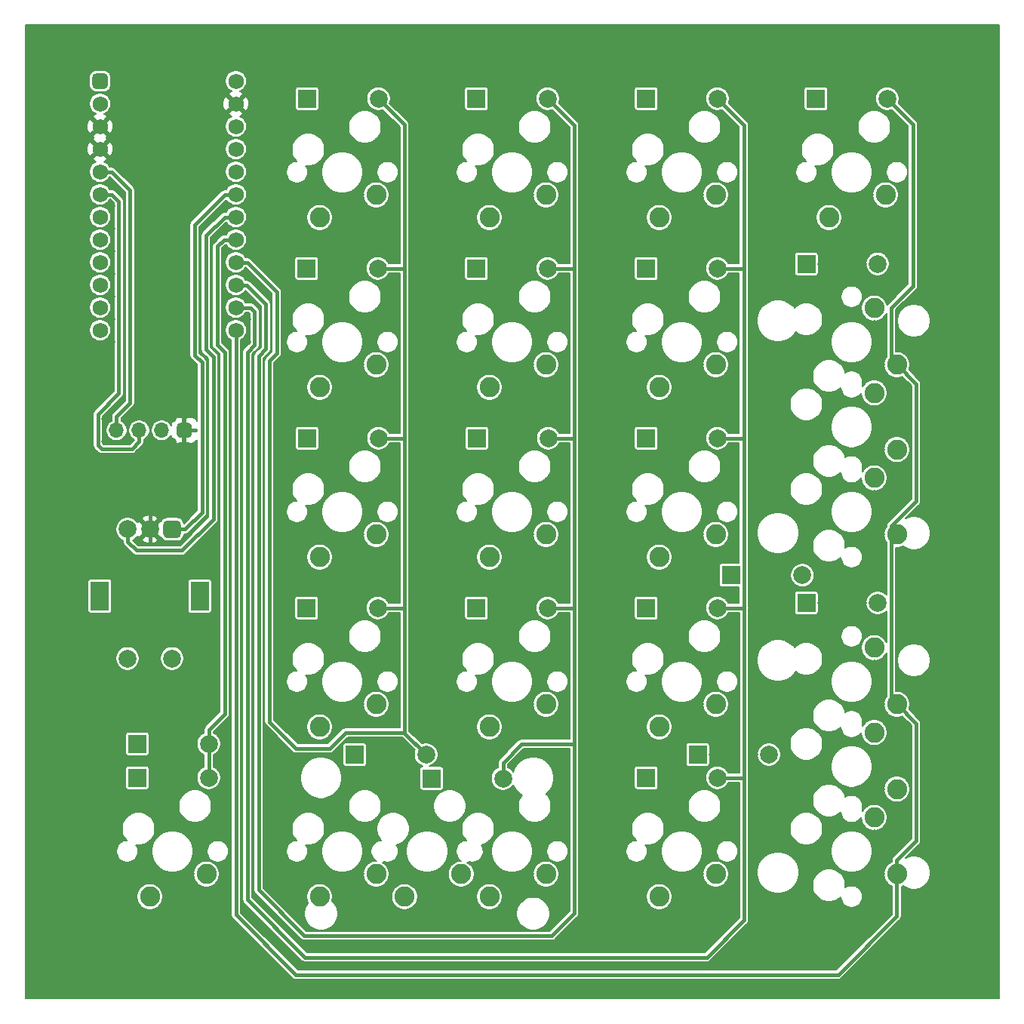
<source format=gtl>
G04 #@! TF.GenerationSoftware,KiCad,Pcbnew,5.99.0+really5.1.10+dfsg1-1*
G04 #@! TF.CreationDate,2021-06-09T13:14:23-04:00*
G04 #@! TF.ProjectId,fake_duck,66616b65-5f64-4756-936b-2e6b69636164,rev?*
G04 #@! TF.SameCoordinates,Original*
G04 #@! TF.FileFunction,Copper,L1,Top*
G04 #@! TF.FilePolarity,Positive*
%FSLAX46Y46*%
G04 Gerber Fmt 4.6, Leading zero omitted, Abs format (unit mm)*
G04 Created by KiCad (PCBNEW 5.99.0+really5.1.10+dfsg1-1) date 2021-06-09 13:14:23*
%MOMM*%
%LPD*%
G01*
G04 APERTURE LIST*
G04 #@! TA.AperFunction,ComponentPad*
%ADD10O,1.700000X1.700000*%
G04 #@! TD*
G04 #@! TA.AperFunction,ComponentPad*
%ADD11C,2.250000*%
G04 #@! TD*
G04 #@! TA.AperFunction,ComponentPad*
%ADD12R,2.000000X2.000000*%
G04 #@! TD*
G04 #@! TA.AperFunction,ComponentPad*
%ADD13C,2.000000*%
G04 #@! TD*
G04 #@! TA.AperFunction,ComponentPad*
%ADD14C,1.752600*%
G04 #@! TD*
G04 #@! TA.AperFunction,ComponentPad*
%ADD15R,2.000000X3.200000*%
G04 #@! TD*
G04 #@! TA.AperFunction,ViaPad*
%ADD16C,0.800000*%
G04 #@! TD*
G04 #@! TA.AperFunction,Conductor*
%ADD17C,0.381000*%
G04 #@! TD*
G04 #@! TA.AperFunction,Conductor*
%ADD18C,0.203200*%
G04 #@! TD*
G04 #@! TA.AperFunction,Conductor*
%ADD19C,0.150000*%
G04 #@! TD*
G04 APERTURE END LIST*
D10*
X10604500Y-45847000D03*
X13144500Y-45847000D03*
X15684500Y-45847000D03*
G04 #@! TA.AperFunction,ComponentPad*
G36*
G01*
X17799500Y-44997000D02*
X18649500Y-44997000D01*
G75*
G02*
X19074500Y-45422000I0J-425000D01*
G01*
X19074500Y-46272000D01*
G75*
G02*
X18649500Y-46697000I-425000J0D01*
G01*
X17799500Y-46697000D01*
G75*
G02*
X17374500Y-46272000I0J425000D01*
G01*
X17374500Y-45422000D01*
G75*
G02*
X17799500Y-44997000I425000J0D01*
G01*
G37*
G04 #@! TD.AperFunction*
D11*
X98171000Y-86106000D03*
X95631000Y-79756000D03*
X98171000Y-48006000D03*
X95631000Y-41656000D03*
X42926000Y-98171000D03*
X49276000Y-95631000D03*
X90551000Y-21971000D03*
X96901000Y-19431000D03*
X71501000Y-21971000D03*
X77851000Y-19431000D03*
X52451000Y-21971000D03*
X58801000Y-19431000D03*
X33401000Y-21971000D03*
X39751000Y-19431000D03*
X14351000Y-98171000D03*
X20701000Y-95631000D03*
D12*
X89091000Y-8636000D03*
D13*
X97091000Y-8636000D03*
D12*
X70041000Y-8636000D03*
D13*
X78041000Y-8636000D03*
D12*
X50991000Y-8636000D03*
D13*
X58991000Y-8636000D03*
D12*
X32004500Y-8636000D03*
D13*
X40004500Y-8636000D03*
D12*
X12954500Y-84836000D03*
D13*
X20954500Y-84836000D03*
D12*
X12954500Y-81026000D03*
D13*
X20954500Y-81026000D03*
D11*
X98171000Y-95631000D03*
X95631000Y-89281000D03*
X98171000Y-76581000D03*
X95631000Y-70231000D03*
X98171000Y-57531000D03*
X95631000Y-51181000D03*
X98171000Y-38481000D03*
X95631000Y-32131000D03*
D12*
X75819500Y-82232500D03*
D13*
X83819500Y-82232500D03*
D12*
X88011500Y-65214500D03*
D13*
X96011500Y-65214500D03*
D12*
X79566000Y-62103000D03*
D13*
X87566000Y-62103000D03*
D12*
X88011500Y-27178000D03*
D13*
X96011500Y-27178000D03*
D11*
X71501000Y-98171000D03*
X77851000Y-95631000D03*
X71501000Y-79121000D03*
X77851000Y-76581000D03*
X71501000Y-60071000D03*
X77851000Y-57531000D03*
X71501000Y-41021000D03*
X77851000Y-38481000D03*
X52451000Y-98171000D03*
X58801000Y-95631000D03*
X52451000Y-79121000D03*
X58801000Y-76581000D03*
X52451000Y-60071000D03*
X58801000Y-57531000D03*
X52451000Y-41021000D03*
X58801000Y-38481000D03*
X33401000Y-98171000D03*
X39751000Y-95631000D03*
X33401000Y-79121000D03*
X39751000Y-76581000D03*
X33401000Y-60071000D03*
X39751000Y-57531000D03*
X33401000Y-41021000D03*
X39751000Y-38481000D03*
D12*
X70041000Y-84836000D03*
D13*
X78041000Y-84836000D03*
D12*
X70041000Y-65786000D03*
D13*
X78041000Y-65786000D03*
D12*
X70041000Y-46736000D03*
D13*
X78041000Y-46736000D03*
D12*
X70041000Y-27686000D03*
D13*
X78041000Y-27686000D03*
D12*
X45974500Y-84899500D03*
D13*
X53974500Y-84899500D03*
D12*
X50991000Y-65786000D03*
D13*
X58991000Y-65786000D03*
D12*
X51054500Y-46736000D03*
D13*
X59054500Y-46736000D03*
D12*
X50991000Y-27686000D03*
D13*
X58991000Y-27686000D03*
D12*
X37338500Y-82232500D03*
D13*
X45338500Y-82232500D03*
D12*
X31941000Y-65786000D03*
D13*
X39941000Y-65786000D03*
D12*
X32004500Y-46736000D03*
D13*
X40004500Y-46736000D03*
D12*
X31941000Y-27686000D03*
D13*
X39941000Y-27686000D03*
D14*
X24003000Y-6667500D03*
X8763000Y-34607500D03*
X24003000Y-9207500D03*
X24003000Y-11747500D03*
X24003000Y-14287500D03*
X24003000Y-16827500D03*
X24003000Y-19367500D03*
X24003000Y-21907500D03*
X24003000Y-24447500D03*
X24003000Y-26987500D03*
X24003000Y-29527500D03*
X24003000Y-32067500D03*
X24003000Y-34607500D03*
X8763000Y-32067500D03*
X8763000Y-29527500D03*
X8763000Y-26987500D03*
X8763000Y-24447500D03*
X8763000Y-21907500D03*
X8763000Y-19367500D03*
X8763000Y-16827500D03*
X8763000Y-14287500D03*
X8763000Y-11747500D03*
X8763000Y-9207500D03*
G04 #@! TA.AperFunction,ComponentPad*
G36*
G01*
X8324850Y-5791200D02*
X9201150Y-5791200D01*
G75*
G02*
X9639300Y-6229350I0J-438150D01*
G01*
X9639300Y-7105650D01*
G75*
G02*
X9201150Y-7543800I-438150J0D01*
G01*
X8324850Y-7543800D01*
G75*
G02*
X7886700Y-7105650I0J438150D01*
G01*
X7886700Y-6229350D01*
G75*
G02*
X8324850Y-5791200I438150J0D01*
G01*
G37*
G04 #@! TD.AperFunction*
D13*
X11851000Y-71452500D03*
X16851000Y-71452500D03*
D15*
X8751000Y-64452500D03*
X19951000Y-64452500D03*
D13*
X11851000Y-56952500D03*
X14351000Y-56952500D03*
G04 #@! TA.AperFunction,ComponentPad*
G36*
G01*
X16351000Y-55952500D02*
X17351000Y-55952500D01*
G75*
G02*
X17851000Y-56452500I0J-500000D01*
G01*
X17851000Y-57452500D01*
G75*
G02*
X17351000Y-57952500I-500000J0D01*
G01*
X16351000Y-57952500D01*
G75*
G02*
X15851000Y-57452500I0J500000D01*
G01*
X15851000Y-56452500D01*
G75*
G02*
X16351000Y-55952500I500000J0D01*
G01*
G37*
G04 #@! TD.AperFunction*
D16*
X16954500Y-44577000D03*
X16954500Y-47117000D03*
X82169000Y-82232500D03*
X10033000Y-10414000D03*
X10033000Y-13017500D03*
X10033000Y-15557500D03*
X10033000Y-18097500D03*
X10033000Y-20637500D03*
X10033000Y-23177500D03*
X10033000Y-25717500D03*
X10033000Y-28257500D03*
X10033000Y-30797500D03*
X10033000Y-33337500D03*
X10033000Y-35877500D03*
X10033000Y-7937500D03*
X10033000Y-5397500D03*
X10033000Y-5397500D03*
X7493000Y-10414000D03*
X7493000Y-7937500D03*
X7493000Y-5397500D03*
X7493000Y-13017500D03*
X7493000Y-15557500D03*
X7493000Y-18097500D03*
X7493000Y-20637500D03*
X7493000Y-23177500D03*
X7493000Y-25717500D03*
X7493000Y-28257500D03*
X7493000Y-30797500D03*
X7493000Y-33337500D03*
X22733000Y-7937500D03*
X22733000Y-5397500D03*
X25273000Y-5397500D03*
X25273000Y-7937500D03*
X25273000Y-10477500D03*
X22733000Y-10477500D03*
X22733000Y-13017500D03*
X22733000Y-15557500D03*
X22733000Y-18097500D03*
X22733000Y-20637500D03*
X22733000Y-23177500D03*
X25273000Y-13017500D03*
X25273000Y-15557500D03*
X25273000Y-18097500D03*
X25273000Y-20637500D03*
X25273000Y-23177500D03*
X25273000Y-25717500D03*
X25273000Y-28257500D03*
X25273000Y-30797500D03*
X25273000Y-33401000D03*
X22733000Y-25717500D03*
X22733000Y-28257500D03*
X22733000Y-30797500D03*
X22733000Y-33401000D03*
X22733000Y-35877500D03*
X33401000Y-39179500D03*
X37973000Y-38481000D03*
X33401000Y-20193000D03*
X37973000Y-19431000D03*
X52451000Y-20193000D03*
X57023000Y-19431000D03*
X71501000Y-20193000D03*
X76073000Y-19431000D03*
X90551000Y-20193000D03*
X95123000Y-19431000D03*
X52451000Y-39243000D03*
X57023000Y-38481000D03*
X71501000Y-39243000D03*
X76073000Y-38481000D03*
X33401000Y-58293000D03*
X37973000Y-57531000D03*
X52451000Y-58293000D03*
X57023000Y-57531000D03*
X71501000Y-58293000D03*
X76073000Y-57531000D03*
X33401000Y-77343000D03*
X52451000Y-77343000D03*
X71501000Y-77343000D03*
X33401000Y-96393000D03*
X42926000Y-96393000D03*
X52451000Y-96393000D03*
X71501000Y-96393000D03*
X14351000Y-96393000D03*
X18923000Y-95567500D03*
X11811000Y-69786500D03*
X37973000Y-76581000D03*
X76073000Y-76581000D03*
X76073000Y-95631000D03*
X15176500Y-71437500D03*
X95631000Y-33909000D03*
X96393000Y-38481000D03*
X95631000Y-43434000D03*
X96393000Y-48006000D03*
X95631000Y-52959000D03*
X96393000Y-57531000D03*
X95631000Y-72009000D03*
X96393000Y-76581000D03*
X95631000Y-81534000D03*
X96393000Y-86106000D03*
X95631000Y-91059000D03*
X96393000Y-95631000D03*
X33655000Y-8636000D03*
X38354000Y-8636000D03*
X52641500Y-8636000D03*
X57340500Y-8636000D03*
X71691500Y-8636000D03*
X76390500Y-8636000D03*
X90741500Y-8636000D03*
X95440500Y-8636000D03*
X33591500Y-27749500D03*
X38290500Y-27686000D03*
X52641500Y-27686000D03*
X57340500Y-27686000D03*
X71691500Y-27686000D03*
X76390500Y-27686000D03*
X89662000Y-27178000D03*
X94361000Y-27178000D03*
X33655000Y-46736000D03*
X38354000Y-46736000D03*
X52705000Y-46799500D03*
X57404000Y-46736000D03*
X71691500Y-46736000D03*
X76390500Y-46736000D03*
X33591500Y-65786000D03*
X38290500Y-65786000D03*
X71691500Y-65786000D03*
X76390500Y-65786000D03*
X89662000Y-65214500D03*
X94361000Y-65214500D03*
X43688000Y-82232500D03*
X47625000Y-84899500D03*
X52324000Y-84963000D03*
X71691500Y-84836000D03*
X76390500Y-84836000D03*
X14605000Y-84836000D03*
X19304000Y-84836000D03*
X14605000Y-81026000D03*
X19304000Y-81026000D03*
X38989000Y-82232500D03*
X57023000Y-95631000D03*
X47498000Y-95631000D03*
X37973000Y-95631000D03*
X57023000Y-76581000D03*
X25273000Y-35877500D03*
X77470000Y-82232500D03*
X11874500Y-47117000D03*
X11874500Y-44577000D03*
X14414500Y-44577000D03*
X14414500Y-47117000D03*
X9334500Y-44577000D03*
X9334500Y-47117000D03*
X1000000Y-1000000D03*
X3000000Y-1000000D03*
X5000000Y-1000000D03*
X7000000Y-1000000D03*
X9000000Y-1000000D03*
X11000000Y-1000000D03*
X13000000Y-1000000D03*
X15000000Y-1000000D03*
X17000000Y-1000000D03*
X19000000Y-1000000D03*
X21000000Y-1000000D03*
X23000000Y-1000000D03*
X25000000Y-1000000D03*
X27000000Y-1000000D03*
X29000000Y-1000000D03*
X31000000Y-1000000D03*
X33000000Y-1000000D03*
X35000000Y-1000000D03*
X37000000Y-1000000D03*
X39000000Y-1000000D03*
X41000000Y-1000000D03*
X43000000Y-1000000D03*
X45000000Y-1000000D03*
X47000000Y-1000000D03*
X49000000Y-1000000D03*
X51000000Y-1000000D03*
X53000000Y-1000000D03*
X55000000Y-1000000D03*
X57000000Y-1000000D03*
X59000000Y-1000000D03*
X61000000Y-1000000D03*
X63000000Y-1000000D03*
X65000000Y-1000000D03*
X67000000Y-1000000D03*
X69000000Y-1000000D03*
X71000000Y-1000000D03*
X73000000Y-1000000D03*
X75000000Y-1000000D03*
X77000000Y-1000000D03*
X79000000Y-1000000D03*
X81000000Y-1000000D03*
X83000000Y-1000000D03*
X85000000Y-1000000D03*
X87000000Y-1000000D03*
X89000000Y-1000000D03*
X91000000Y-1000000D03*
X93000000Y-1000000D03*
X95000000Y-1000000D03*
X97000000Y-1000000D03*
X99000000Y-1000000D03*
X101000000Y-1000000D03*
X103000000Y-1000000D03*
X105000000Y-1000000D03*
X107000000Y-1000000D03*
X109000000Y-1000000D03*
X109000000Y-3000000D03*
X109000000Y-5000000D03*
X109000000Y-7000000D03*
X109000000Y-9000000D03*
X109000000Y-11000000D03*
X109000000Y-13000000D03*
X109000000Y-15000000D03*
X109000000Y-17000000D03*
X109000000Y-19000000D03*
X109000000Y-21000000D03*
X109000000Y-23000000D03*
X109000000Y-25000000D03*
X109000000Y-27000000D03*
X109000000Y-29000000D03*
X109000000Y-31000000D03*
X109000000Y-33000000D03*
X109000000Y-35000000D03*
X109000000Y-37000000D03*
X109000000Y-39000000D03*
X109000000Y-41000000D03*
X109000000Y-43000000D03*
X109000000Y-45000000D03*
X109000000Y-47000000D03*
X109000000Y-49000000D03*
X109000000Y-51000000D03*
X109000000Y-53000000D03*
X109000000Y-55000000D03*
X109000000Y-57000000D03*
X109000000Y-59000000D03*
X109000000Y-61000000D03*
X109000000Y-63000000D03*
X109000000Y-65000000D03*
X109000000Y-67000000D03*
X109000000Y-69000000D03*
X109000000Y-71000000D03*
X109000000Y-73000000D03*
X109000000Y-75000000D03*
X109000000Y-77000000D03*
X109000000Y-79000000D03*
X109000000Y-81000000D03*
X109000000Y-83000000D03*
X109000000Y-85000000D03*
X109000000Y-87000000D03*
X109000000Y-89000000D03*
X109000000Y-91000000D03*
X109000000Y-93000000D03*
X109000000Y-95000000D03*
X109000000Y-99000000D03*
X109000000Y-97000000D03*
X109000000Y-101000000D03*
X109000000Y-103000000D03*
X109000000Y-105000000D03*
X109000000Y-107000000D03*
X109000000Y-109000000D03*
X107000000Y-109000000D03*
X105000000Y-109000000D03*
X103000000Y-109000000D03*
X101000000Y-109000000D03*
X99000000Y-109000000D03*
X97000000Y-109000000D03*
X95000000Y-109000000D03*
X93000000Y-109000000D03*
X91000000Y-109000000D03*
X89000000Y-109000000D03*
X87000000Y-109000000D03*
X85000000Y-109000000D03*
X83000000Y-109000000D03*
X81000000Y-109000000D03*
X79000000Y-109000000D03*
X77000000Y-109000000D03*
X75000000Y-109000000D03*
X73000000Y-109000000D03*
X71000000Y-109000000D03*
X69000000Y-109000000D03*
X67000000Y-109000000D03*
X65000000Y-109000000D03*
X63000000Y-109000000D03*
X61000000Y-109000000D03*
X59000000Y-109000000D03*
X57000000Y-109000000D03*
X55000000Y-109000000D03*
X53000000Y-109000000D03*
X51000000Y-109000000D03*
X49000000Y-109000000D03*
X47000000Y-109000000D03*
X45000000Y-109000000D03*
X43000000Y-109000000D03*
X41000000Y-109000000D03*
X37000000Y-109000000D03*
X35000000Y-109000000D03*
X39000000Y-109000000D03*
X33000000Y-109000000D03*
X31000000Y-109000000D03*
X29000000Y-109000000D03*
X27000000Y-109000000D03*
X25000000Y-109000000D03*
X23000000Y-109000000D03*
X21000000Y-109000000D03*
X19000000Y-109000000D03*
X17000000Y-109000000D03*
X15000000Y-109000000D03*
X13000000Y-109000000D03*
X11000000Y-109000000D03*
X9000000Y-109000000D03*
X7000000Y-109000000D03*
X5000000Y-109000000D03*
X3000000Y-109000000D03*
X1000000Y-109000000D03*
X1000000Y-107000000D03*
X1000000Y-105000000D03*
X1000000Y-103000000D03*
X1000000Y-101000000D03*
X1000000Y-99000000D03*
X1000000Y-97000000D03*
X1000000Y-95000000D03*
X1000000Y-93000000D03*
X1000000Y-91000000D03*
X1000000Y-89000000D03*
X1000000Y-87000000D03*
X1000000Y-85000000D03*
X1000000Y-83000000D03*
X1000000Y-81000000D03*
X1000000Y-79000000D03*
X1000000Y-77000000D03*
X1000000Y-75000000D03*
X1000000Y-73000000D03*
X1000000Y-71000000D03*
X1000000Y-69000000D03*
X1000000Y-67000000D03*
X1000000Y-65000000D03*
X1000000Y-63000000D03*
X1000000Y-61000000D03*
X1000000Y-59000000D03*
X1000000Y-57000000D03*
X1000000Y-55000000D03*
X1000000Y-53000000D03*
X1000000Y-51000000D03*
X1000000Y-49000000D03*
X1000000Y-47000000D03*
X1000000Y-45000000D03*
X1000000Y-43000000D03*
X1000000Y-41000000D03*
X1000000Y-39000000D03*
X1000000Y-37000000D03*
X1000000Y-35000000D03*
X1000000Y-33000000D03*
X1000000Y-31000000D03*
X1000000Y-29000000D03*
X1000000Y-27000000D03*
X1000000Y-25000000D03*
X1000000Y-23000000D03*
X1000000Y-21000000D03*
X1000000Y-19000000D03*
X1000000Y-17000000D03*
X1000000Y-15000000D03*
X1000000Y-13000000D03*
X1000000Y-11000000D03*
X1000000Y-7000000D03*
X1000000Y-5000000D03*
X1000000Y-9000000D03*
X1000000Y-3000000D03*
D17*
X20954500Y-84836000D02*
X20954500Y-81026000D01*
X21913899Y-25203101D02*
X22669500Y-24447500D01*
X22669500Y-24447500D02*
X24003000Y-24447500D01*
X21913899Y-36270669D02*
X21913899Y-25203101D01*
X22733000Y-37089770D02*
X21913899Y-36270669D01*
X22733000Y-77660500D02*
X22733000Y-37089770D01*
X20954500Y-79439000D02*
X22733000Y-77660500D01*
X20954500Y-81026000D02*
X20954500Y-79439000D01*
X42926000Y-46736000D02*
X40004500Y-46736000D01*
X42926000Y-11557500D02*
X40004500Y-8636000D01*
X42926000Y-27686000D02*
X42926000Y-11557500D01*
X39941000Y-27686000D02*
X42926000Y-27686000D01*
X42926000Y-46736000D02*
X42926000Y-27686000D01*
X42926000Y-65786000D02*
X42926000Y-46736000D01*
X39941000Y-65786000D02*
X42926000Y-65786000D01*
X42926000Y-79820000D02*
X42926000Y-65786000D01*
X45338500Y-82232500D02*
X42926000Y-79820000D01*
X24003000Y-26987500D02*
X25273000Y-26987500D01*
X36322000Y-79756000D02*
X42862000Y-79756000D01*
X25273000Y-26987500D02*
X28587718Y-30302218D01*
X28587718Y-30302218D02*
X28587718Y-37223524D01*
X27762220Y-78562220D02*
X30734000Y-81534000D01*
X28587718Y-37223524D02*
X27762220Y-38049022D01*
X27762220Y-38049022D02*
X27762220Y-78562220D01*
X30734000Y-81534000D02*
X34544000Y-81534000D01*
X42862000Y-79756000D02*
X45338500Y-82232500D01*
X34544000Y-81534000D02*
X36322000Y-79756000D01*
X56070500Y-81026000D02*
X61976000Y-81026000D01*
X53974500Y-83122000D02*
X56070500Y-81026000D01*
X53974500Y-84899500D02*
X53974500Y-83122000D01*
X58991000Y-8636000D02*
X61976000Y-11621000D01*
X58991000Y-27686000D02*
X61976000Y-27686000D01*
X61976000Y-11621000D02*
X61976000Y-27686000D01*
X59054500Y-46736000D02*
X61976000Y-46736000D01*
X61976000Y-27686000D02*
X61976000Y-46736000D01*
X58991000Y-65786000D02*
X61976000Y-65786000D01*
X61976000Y-46736000D02*
X61976000Y-65786000D01*
X59436000Y-102552500D02*
X61976000Y-100012500D01*
X31686500Y-102552500D02*
X59436000Y-102552500D01*
X26543000Y-97409000D02*
X31686500Y-102552500D01*
X26543000Y-37544006D02*
X26543000Y-97409000D01*
X27368500Y-36718506D02*
X26543000Y-37544006D01*
X25209500Y-29527500D02*
X27368500Y-31686500D01*
X61976000Y-100012500D02*
X61976000Y-65786000D01*
X27368500Y-31686500D02*
X27368500Y-36718506D01*
X24003000Y-29527500D02*
X25209500Y-29527500D01*
X14351000Y-56952500D02*
X14351000Y-58547000D01*
X14351000Y-56952500D02*
X14351000Y-55245000D01*
X18224500Y-45847000D02*
X18224500Y-44577000D01*
X18224500Y-45847000D02*
X18224500Y-47180500D01*
X18224500Y-45847000D02*
X19494500Y-45847000D01*
X80985101Y-46736000D02*
X78041000Y-46736000D01*
X80985101Y-65786000D02*
X80985101Y-46736000D01*
X78041000Y-65786000D02*
X80985101Y-65786000D01*
X80985101Y-11580101D02*
X78041000Y-8636000D01*
X80985101Y-27686000D02*
X80985101Y-11580101D01*
X78041000Y-27686000D02*
X80985101Y-27686000D01*
X80985101Y-46736000D02*
X80985101Y-27686000D01*
X78041000Y-84836000D02*
X81026000Y-84836000D01*
X25654000Y-32067500D02*
X24003000Y-32067500D01*
X26092101Y-32505601D02*
X25654000Y-32067500D01*
X25273000Y-37089770D02*
X26092101Y-36270669D01*
X25273000Y-98488500D02*
X25273000Y-37089770D01*
X31750000Y-104965500D02*
X25273000Y-98488500D01*
X76835000Y-104965500D02*
X31750000Y-104965500D01*
X81026000Y-100774500D02*
X76835000Y-104965500D01*
X26092101Y-36270669D02*
X26092101Y-32505601D01*
X81026000Y-84836000D02*
X81026000Y-100774500D01*
X81026000Y-65786000D02*
X78041000Y-65786000D01*
X81026000Y-84836000D02*
X81026000Y-65786000D01*
X10604500Y-44259500D02*
X10604500Y-45847000D01*
X12128500Y-42735500D02*
X10604500Y-44259500D01*
X12128500Y-18923000D02*
X12128500Y-42735500D01*
X10033000Y-16827500D02*
X12128500Y-18923000D01*
X8763000Y-16827500D02*
X10033000Y-16827500D01*
X10096500Y-19367500D02*
X8763000Y-19367500D01*
X10858500Y-20129500D02*
X10096500Y-19367500D01*
X8509000Y-44038149D02*
X10858500Y-41688649D01*
X10858500Y-41688649D02*
X10858500Y-20129500D01*
X8953500Y-47942500D02*
X8509000Y-47498000D01*
X12319000Y-47942500D02*
X8953500Y-47942500D01*
X13144500Y-47117000D02*
X12319000Y-47942500D01*
X8509000Y-47498000D02*
X8509000Y-44038149D01*
X13144500Y-45847000D02*
X13144500Y-47117000D01*
X11851000Y-58333000D02*
X11851000Y-56952500D01*
X12827000Y-59309000D02*
X11851000Y-58333000D01*
X17970500Y-59309000D02*
X12827000Y-59309000D01*
X21463000Y-37592000D02*
X21463000Y-55816500D01*
X20637500Y-36766500D02*
X21463000Y-37592000D01*
X20637500Y-24003000D02*
X20637500Y-36766500D01*
X22733000Y-21907500D02*
X20637500Y-24003000D01*
X21463000Y-55816500D02*
X17970500Y-59309000D01*
X24003000Y-21907500D02*
X22733000Y-21907500D01*
X18295000Y-56952500D02*
X16851000Y-56952500D01*
X20193000Y-55054500D02*
X18295000Y-56952500D01*
X20193000Y-38227000D02*
X20193000Y-55054500D01*
X19367500Y-37401500D02*
X20193000Y-38227000D01*
X19367500Y-22796500D02*
X19367500Y-37401500D01*
X22796500Y-19367500D02*
X19367500Y-22796500D01*
X24003000Y-19367500D02*
X22796500Y-19367500D01*
X91567000Y-106934000D02*
X30734000Y-106934000D01*
X98132899Y-94081601D02*
X98132899Y-100368101D01*
X100330000Y-91884500D02*
X98132899Y-94081601D01*
X30734000Y-106934000D02*
X24003000Y-100203000D01*
X98132899Y-100368101D02*
X91567000Y-106934000D01*
X100330000Y-78740000D02*
X100330000Y-91884500D01*
X24003000Y-100203000D02*
X24003000Y-34607500D01*
X98171000Y-76581000D02*
X100330000Y-78740000D01*
X97536000Y-75946000D02*
X98171000Y-76581000D01*
X97536000Y-56578500D02*
X97536000Y-75946000D01*
X100330000Y-53784500D02*
X97536000Y-56578500D01*
X100330000Y-40640000D02*
X100330000Y-53784500D01*
X98171000Y-38481000D02*
X100330000Y-40640000D01*
X97536000Y-37846000D02*
X98171000Y-38481000D01*
X97536000Y-32067500D02*
X97536000Y-37846000D01*
X99949000Y-29654500D02*
X97536000Y-32067500D01*
X99949000Y-11494000D02*
X99949000Y-29654500D01*
X97091000Y-8636000D02*
X99949000Y-11494000D01*
D18*
X109619401Y-109619400D02*
X380600Y-109619400D01*
X380600Y-98025174D01*
X12870400Y-98025174D01*
X12870400Y-98316826D01*
X12927299Y-98602875D01*
X13038909Y-98872327D01*
X13200943Y-99114827D01*
X13407173Y-99321057D01*
X13649673Y-99483091D01*
X13919125Y-99594701D01*
X14205174Y-99651600D01*
X14496826Y-99651600D01*
X14782875Y-99594701D01*
X15052327Y-99483091D01*
X15294827Y-99321057D01*
X15501057Y-99114827D01*
X15663091Y-98872327D01*
X15774701Y-98602875D01*
X15831600Y-98316826D01*
X15831600Y-98025174D01*
X15774701Y-97739125D01*
X15663091Y-97469673D01*
X15501057Y-97227173D01*
X15294827Y-97020943D01*
X15052327Y-96858909D01*
X14782875Y-96747299D01*
X14496826Y-96690400D01*
X14205174Y-96690400D01*
X13919125Y-96747299D01*
X13649673Y-96858909D01*
X13407173Y-97020943D01*
X13200943Y-97227173D01*
X13038909Y-97469673D01*
X12927299Y-97739125D01*
X12870400Y-98025174D01*
X380600Y-98025174D01*
X380600Y-95485174D01*
X19220400Y-95485174D01*
X19220400Y-95776826D01*
X19277299Y-96062875D01*
X19388909Y-96332327D01*
X19550943Y-96574827D01*
X19757173Y-96781057D01*
X19999673Y-96943091D01*
X20269125Y-97054701D01*
X20555174Y-97111600D01*
X20846826Y-97111600D01*
X21132875Y-97054701D01*
X21402327Y-96943091D01*
X21644827Y-96781057D01*
X21851057Y-96574827D01*
X22013091Y-96332327D01*
X22124701Y-96062875D01*
X22181600Y-95776826D01*
X22181600Y-95485174D01*
X22124701Y-95199125D01*
X22013091Y-94929673D01*
X21851057Y-94687173D01*
X21644827Y-94480943D01*
X21402327Y-94318909D01*
X21132875Y-94207299D01*
X20846826Y-94150400D01*
X20555174Y-94150400D01*
X20269125Y-94207299D01*
X19999673Y-94318909D01*
X19757173Y-94480943D01*
X19550943Y-94687173D01*
X19388909Y-94929673D01*
X19277299Y-95199125D01*
X19220400Y-95485174D01*
X380600Y-95485174D01*
X380600Y-92969797D01*
X10580400Y-92969797D01*
X10580400Y-93212203D01*
X10627692Y-93449953D01*
X10720457Y-93673908D01*
X10855131Y-93875462D01*
X11026538Y-94046869D01*
X11228092Y-94181543D01*
X11452047Y-94274308D01*
X11689797Y-94321600D01*
X11932203Y-94321600D01*
X12169953Y-94274308D01*
X12393908Y-94181543D01*
X12595462Y-94046869D01*
X12766869Y-93875462D01*
X12901543Y-93673908D01*
X12994308Y-93449953D01*
X13041600Y-93212203D01*
X13041600Y-92969797D01*
X13019679Y-92859594D01*
X14541500Y-92859594D01*
X14541500Y-93322406D01*
X14631790Y-93776324D01*
X14808900Y-94203905D01*
X15066024Y-94588719D01*
X15393281Y-94915976D01*
X15778095Y-95173100D01*
X16205676Y-95350210D01*
X16659594Y-95440500D01*
X17122406Y-95440500D01*
X17576324Y-95350210D01*
X18003905Y-95173100D01*
X18388719Y-94915976D01*
X18715976Y-94588719D01*
X18973100Y-94203905D01*
X19150210Y-93776324D01*
X19240500Y-93322406D01*
X19240500Y-92969797D01*
X20740400Y-92969797D01*
X20740400Y-93212203D01*
X20787692Y-93449953D01*
X20880457Y-93673908D01*
X21015131Y-93875462D01*
X21186538Y-94046869D01*
X21388092Y-94181543D01*
X21612047Y-94274308D01*
X21849797Y-94321600D01*
X22092203Y-94321600D01*
X22329953Y-94274308D01*
X22553908Y-94181543D01*
X22755462Y-94046869D01*
X22926869Y-93875462D01*
X23061543Y-93673908D01*
X23154308Y-93449953D01*
X23201600Y-93212203D01*
X23201600Y-92969797D01*
X23154308Y-92732047D01*
X23061543Y-92508092D01*
X22926869Y-92306538D01*
X22755462Y-92135131D01*
X22553908Y-92000457D01*
X22329953Y-91907692D01*
X22092203Y-91860400D01*
X21849797Y-91860400D01*
X21612047Y-91907692D01*
X21388092Y-92000457D01*
X21186538Y-92135131D01*
X21015131Y-92306538D01*
X20880457Y-92508092D01*
X20787692Y-92732047D01*
X20740400Y-92969797D01*
X19240500Y-92969797D01*
X19240500Y-92859594D01*
X19150210Y-92405676D01*
X18973100Y-91978095D01*
X18715976Y-91593281D01*
X18388719Y-91266024D01*
X18003905Y-91008900D01*
X17576324Y-90831790D01*
X17122406Y-90741500D01*
X16659594Y-90741500D01*
X16205676Y-90831790D01*
X15778095Y-91008900D01*
X15393281Y-91266024D01*
X15066024Y-91593281D01*
X14808900Y-91978095D01*
X14631790Y-92405676D01*
X14541500Y-92859594D01*
X13019679Y-92859594D01*
X12994308Y-92732047D01*
X12901543Y-92508092D01*
X12823840Y-92391801D01*
X12898239Y-92406600D01*
X13263761Y-92406600D01*
X13622258Y-92335290D01*
X13959956Y-92195411D01*
X14263876Y-91992338D01*
X14522338Y-91733876D01*
X14725411Y-91429956D01*
X14865290Y-91092258D01*
X14936600Y-90733761D01*
X14936600Y-90368239D01*
X14865290Y-90009742D01*
X14725411Y-89672044D01*
X14522338Y-89368124D01*
X14263876Y-89109662D01*
X13959956Y-88906589D01*
X13622258Y-88766710D01*
X13263761Y-88695400D01*
X12898239Y-88695400D01*
X12539742Y-88766710D01*
X12202044Y-88906589D01*
X11898124Y-89109662D01*
X11639662Y-89368124D01*
X11436589Y-89672044D01*
X11296710Y-90009742D01*
X11225400Y-90368239D01*
X11225400Y-90733761D01*
X11296710Y-91092258D01*
X11436589Y-91429956D01*
X11639662Y-91733876D01*
X11766186Y-91860400D01*
X11689797Y-91860400D01*
X11452047Y-91907692D01*
X11228092Y-92000457D01*
X11026538Y-92135131D01*
X10855131Y-92306538D01*
X10720457Y-92508092D01*
X10627692Y-92732047D01*
X10580400Y-92969797D01*
X380600Y-92969797D01*
X380600Y-87828239D01*
X17575400Y-87828239D01*
X17575400Y-88193761D01*
X17646710Y-88552258D01*
X17786589Y-88889956D01*
X17989662Y-89193876D01*
X18248124Y-89452338D01*
X18552044Y-89655411D01*
X18889742Y-89795290D01*
X19248239Y-89866600D01*
X19613761Y-89866600D01*
X19972258Y-89795290D01*
X20309956Y-89655411D01*
X20613876Y-89452338D01*
X20872338Y-89193876D01*
X21075411Y-88889956D01*
X21215290Y-88552258D01*
X21286600Y-88193761D01*
X21286600Y-87828239D01*
X21215290Y-87469742D01*
X21075411Y-87132044D01*
X20872338Y-86828124D01*
X20613876Y-86569662D01*
X20309956Y-86366589D01*
X19972258Y-86226710D01*
X19613761Y-86155400D01*
X19248239Y-86155400D01*
X18889742Y-86226710D01*
X18552044Y-86366589D01*
X18248124Y-86569662D01*
X17989662Y-86828124D01*
X17786589Y-87132044D01*
X17646710Y-87469742D01*
X17575400Y-87828239D01*
X380600Y-87828239D01*
X380600Y-83836000D01*
X11597180Y-83836000D01*
X11597180Y-85836000D01*
X11604046Y-85905710D01*
X11624379Y-85972740D01*
X11657399Y-86034516D01*
X11701837Y-86088663D01*
X11755984Y-86133101D01*
X11817760Y-86166121D01*
X11884790Y-86186454D01*
X11954500Y-86193320D01*
X13954500Y-86193320D01*
X14024210Y-86186454D01*
X14091240Y-86166121D01*
X14153016Y-86133101D01*
X14207163Y-86088663D01*
X14251601Y-86034516D01*
X14284621Y-85972740D01*
X14304954Y-85905710D01*
X14311820Y-85836000D01*
X14311820Y-83836000D01*
X14304954Y-83766290D01*
X14284621Y-83699260D01*
X14251601Y-83637484D01*
X14207163Y-83583337D01*
X14153016Y-83538899D01*
X14091240Y-83505879D01*
X14024210Y-83485546D01*
X13954500Y-83478680D01*
X11954500Y-83478680D01*
X11884790Y-83485546D01*
X11817760Y-83505879D01*
X11755984Y-83538899D01*
X11701837Y-83583337D01*
X11657399Y-83637484D01*
X11624379Y-83699260D01*
X11604046Y-83766290D01*
X11597180Y-83836000D01*
X380600Y-83836000D01*
X380600Y-80026000D01*
X11597180Y-80026000D01*
X11597180Y-82026000D01*
X11604046Y-82095710D01*
X11624379Y-82162740D01*
X11657399Y-82224516D01*
X11701837Y-82278663D01*
X11755984Y-82323101D01*
X11817760Y-82356121D01*
X11884790Y-82376454D01*
X11954500Y-82383320D01*
X13954500Y-82383320D01*
X14024210Y-82376454D01*
X14091240Y-82356121D01*
X14153016Y-82323101D01*
X14207163Y-82278663D01*
X14251601Y-82224516D01*
X14284621Y-82162740D01*
X14304954Y-82095710D01*
X14311820Y-82026000D01*
X14311820Y-80892485D01*
X19598900Y-80892485D01*
X19598900Y-81159515D01*
X19650995Y-81421414D01*
X19753183Y-81668117D01*
X19901537Y-81890145D01*
X20090355Y-82078963D01*
X20312383Y-82227317D01*
X20408401Y-82267089D01*
X20408400Y-83594911D01*
X20312383Y-83634683D01*
X20090355Y-83783037D01*
X19901537Y-83971855D01*
X19753183Y-84193883D01*
X19650995Y-84440586D01*
X19598900Y-84702485D01*
X19598900Y-84969515D01*
X19650995Y-85231414D01*
X19753183Y-85478117D01*
X19901537Y-85700145D01*
X20090355Y-85888963D01*
X20312383Y-86037317D01*
X20559086Y-86139505D01*
X20820985Y-86191600D01*
X21088015Y-86191600D01*
X21349914Y-86139505D01*
X21596617Y-86037317D01*
X21818645Y-85888963D01*
X22007463Y-85700145D01*
X22155817Y-85478117D01*
X22258005Y-85231414D01*
X22310100Y-84969515D01*
X22310100Y-84702485D01*
X22258005Y-84440586D01*
X22155817Y-84193883D01*
X22007463Y-83971855D01*
X21818645Y-83783037D01*
X21596617Y-83634683D01*
X21500600Y-83594911D01*
X21500600Y-82267089D01*
X21596617Y-82227317D01*
X21818645Y-82078963D01*
X22007463Y-81890145D01*
X22155817Y-81668117D01*
X22258005Y-81421414D01*
X22310100Y-81159515D01*
X22310100Y-80892485D01*
X22258005Y-80630586D01*
X22155817Y-80383883D01*
X22007463Y-80161855D01*
X21818645Y-79973037D01*
X21596617Y-79824683D01*
X21500600Y-79784911D01*
X21500600Y-79665201D01*
X23100184Y-78065618D01*
X23121019Y-78048519D01*
X23189262Y-77965365D01*
X23239972Y-77870494D01*
X23271198Y-77767554D01*
X23279100Y-77687324D01*
X23279100Y-77687317D01*
X23281741Y-77660500D01*
X23279100Y-77633683D01*
X23279100Y-37116587D01*
X23281741Y-37089770D01*
X23279100Y-37062953D01*
X23279100Y-37062946D01*
X23271198Y-36982716D01*
X23239972Y-36879776D01*
X23189262Y-36784905D01*
X23121019Y-36701751D01*
X23100184Y-36684652D01*
X22459999Y-36044468D01*
X22459999Y-34486168D01*
X22771100Y-34486168D01*
X22771100Y-34728832D01*
X22818441Y-34966832D01*
X22911304Y-35191024D01*
X23046121Y-35392791D01*
X23217709Y-35564379D01*
X23419476Y-35699196D01*
X23456901Y-35714698D01*
X23456900Y-100176183D01*
X23454259Y-100203000D01*
X23456900Y-100229817D01*
X23456900Y-100229823D01*
X23464802Y-100310053D01*
X23496028Y-100412993D01*
X23546738Y-100507865D01*
X23614981Y-100591019D01*
X23635821Y-100608122D01*
X30328882Y-107301184D01*
X30345981Y-107322019D01*
X30429135Y-107390262D01*
X30524006Y-107440972D01*
X30626946Y-107472198D01*
X30707176Y-107480100D01*
X30707185Y-107480100D01*
X30733999Y-107482741D01*
X30760813Y-107480100D01*
X91540183Y-107480100D01*
X91567000Y-107482741D01*
X91593817Y-107480100D01*
X91593824Y-107480100D01*
X91674054Y-107472198D01*
X91776994Y-107440972D01*
X91871865Y-107390262D01*
X91955019Y-107322019D01*
X91972122Y-107301179D01*
X98500083Y-100773219D01*
X98520918Y-100756120D01*
X98589161Y-100672966D01*
X98639871Y-100578095D01*
X98671097Y-100475155D01*
X98678999Y-100394925D01*
X98678999Y-100394916D01*
X98681640Y-100368102D01*
X98678999Y-100341288D01*
X98678999Y-97023170D01*
X98872327Y-96943091D01*
X98883203Y-96935824D01*
X99185675Y-97137930D01*
X99527741Y-97279618D01*
X99890876Y-97351850D01*
X100261124Y-97351850D01*
X100624259Y-97279618D01*
X100966325Y-97137930D01*
X101274175Y-96932231D01*
X101535981Y-96670425D01*
X101741680Y-96362575D01*
X101883368Y-96020509D01*
X101955600Y-95657374D01*
X101955600Y-95287126D01*
X101883368Y-94923991D01*
X101741680Y-94581925D01*
X101535981Y-94274075D01*
X101274175Y-94012269D01*
X100966325Y-93806570D01*
X100624259Y-93664882D01*
X100261124Y-93592650D01*
X99890876Y-93592650D01*
X99527741Y-93664882D01*
X99185675Y-93806570D01*
X99169269Y-93817532D01*
X100697184Y-92289618D01*
X100718019Y-92272519D01*
X100786262Y-92189365D01*
X100836972Y-92094494D01*
X100868198Y-91991554D01*
X100876100Y-91911324D01*
X100876100Y-91911318D01*
X100878741Y-91884501D01*
X100876100Y-91857684D01*
X100876100Y-78766816D01*
X100878741Y-78739999D01*
X100876100Y-78713182D01*
X100876100Y-78713176D01*
X100868198Y-78632946D01*
X100836972Y-78530006D01*
X100786262Y-78435135D01*
X100718019Y-78351981D01*
X100697184Y-78334882D01*
X99530404Y-77168103D01*
X99594701Y-77012875D01*
X99651600Y-76726826D01*
X99651600Y-76435174D01*
X99594701Y-76149125D01*
X99483091Y-75879673D01*
X99321057Y-75637173D01*
X99114827Y-75430943D01*
X98872327Y-75268909D01*
X98602875Y-75157299D01*
X98316826Y-75100400D01*
X98082100Y-75100400D01*
X98082100Y-71474626D01*
X98196400Y-71474626D01*
X98196400Y-71844874D01*
X98268632Y-72208009D01*
X98410320Y-72550075D01*
X98616019Y-72857925D01*
X98877825Y-73119731D01*
X99185675Y-73325430D01*
X99527741Y-73467118D01*
X99890876Y-73539350D01*
X100261124Y-73539350D01*
X100624259Y-73467118D01*
X100966325Y-73325430D01*
X101274175Y-73119731D01*
X101535981Y-72857925D01*
X101741680Y-72550075D01*
X101883368Y-72208009D01*
X101955600Y-71844874D01*
X101955600Y-71474626D01*
X101883368Y-71111491D01*
X101741680Y-70769425D01*
X101535981Y-70461575D01*
X101274175Y-70199769D01*
X100966325Y-69994070D01*
X100624259Y-69852382D01*
X100261124Y-69780150D01*
X99890876Y-69780150D01*
X99527741Y-69852382D01*
X99185675Y-69994070D01*
X98877825Y-70199769D01*
X98616019Y-70461575D01*
X98410320Y-70769425D01*
X98268632Y-71111491D01*
X98196400Y-71474626D01*
X98082100Y-71474626D01*
X98082100Y-59011600D01*
X98316826Y-59011600D01*
X98602875Y-58954701D01*
X98872327Y-58843091D01*
X98883203Y-58835824D01*
X99185675Y-59037930D01*
X99527741Y-59179618D01*
X99890876Y-59251850D01*
X100261124Y-59251850D01*
X100624259Y-59179618D01*
X100966325Y-59037930D01*
X101274175Y-58832231D01*
X101535981Y-58570425D01*
X101741680Y-58262575D01*
X101883368Y-57920509D01*
X101955600Y-57557374D01*
X101955600Y-57187126D01*
X101883368Y-56823991D01*
X101741680Y-56481925D01*
X101535981Y-56174075D01*
X101274175Y-55912269D01*
X100966325Y-55706570D01*
X100624259Y-55564882D01*
X100261124Y-55492650D01*
X99890876Y-55492650D01*
X99527741Y-55564882D01*
X99185675Y-55706570D01*
X99169270Y-55717532D01*
X100697184Y-54189618D01*
X100718019Y-54172519D01*
X100786262Y-54089365D01*
X100836972Y-53994494D01*
X100868198Y-53891554D01*
X100876100Y-53811324D01*
X100876100Y-53811317D01*
X100878741Y-53784500D01*
X100876100Y-53757683D01*
X100876100Y-40666816D01*
X100878741Y-40639999D01*
X100876100Y-40613182D01*
X100876100Y-40613176D01*
X100868198Y-40532946D01*
X100836972Y-40430006D01*
X100786262Y-40335135D01*
X100718019Y-40251981D01*
X100697184Y-40234882D01*
X99530404Y-39068103D01*
X99594701Y-38912875D01*
X99651600Y-38626826D01*
X99651600Y-38335174D01*
X99594701Y-38049125D01*
X99483091Y-37779673D01*
X99321057Y-37537173D01*
X99114827Y-37330943D01*
X98872327Y-37168909D01*
X98602875Y-37057299D01*
X98316826Y-37000400D01*
X98082100Y-37000400D01*
X98082100Y-33374626D01*
X98196400Y-33374626D01*
X98196400Y-33744874D01*
X98268632Y-34108009D01*
X98410320Y-34450075D01*
X98616019Y-34757925D01*
X98877825Y-35019731D01*
X99185675Y-35225430D01*
X99527741Y-35367118D01*
X99890876Y-35439350D01*
X100261124Y-35439350D01*
X100624259Y-35367118D01*
X100966325Y-35225430D01*
X101274175Y-35019731D01*
X101535981Y-34757925D01*
X101741680Y-34450075D01*
X101883368Y-34108009D01*
X101955600Y-33744874D01*
X101955600Y-33374626D01*
X101883368Y-33011491D01*
X101741680Y-32669425D01*
X101535981Y-32361575D01*
X101274175Y-32099769D01*
X100966325Y-31894070D01*
X100624259Y-31752382D01*
X100261124Y-31680150D01*
X99890876Y-31680150D01*
X99527741Y-31752382D01*
X99185675Y-31894070D01*
X98877825Y-32099769D01*
X98616019Y-32361575D01*
X98410320Y-32669425D01*
X98268632Y-33011491D01*
X98196400Y-33374626D01*
X98082100Y-33374626D01*
X98082100Y-32293701D01*
X100316184Y-30059618D01*
X100337019Y-30042519D01*
X100405262Y-29959365D01*
X100455972Y-29864494D01*
X100487198Y-29761554D01*
X100495100Y-29681324D01*
X100495100Y-29681315D01*
X100497741Y-29654501D01*
X100495100Y-29627687D01*
X100495100Y-11520813D01*
X100497741Y-11493999D01*
X100495100Y-11467185D01*
X100495100Y-11467176D01*
X100487198Y-11386946D01*
X100455972Y-11284006D01*
X100405262Y-11189135D01*
X100337019Y-11105981D01*
X100316184Y-11088882D01*
X98354733Y-9127432D01*
X98394505Y-9031414D01*
X98446600Y-8769515D01*
X98446600Y-8502485D01*
X98394505Y-8240586D01*
X98292317Y-7993883D01*
X98143963Y-7771855D01*
X97955145Y-7583037D01*
X97733117Y-7434683D01*
X97486414Y-7332495D01*
X97224515Y-7280400D01*
X96957485Y-7280400D01*
X96695586Y-7332495D01*
X96448883Y-7434683D01*
X96226855Y-7583037D01*
X96038037Y-7771855D01*
X95889683Y-7993883D01*
X95787495Y-8240586D01*
X95735400Y-8502485D01*
X95735400Y-8769515D01*
X95787495Y-9031414D01*
X95889683Y-9278117D01*
X96038037Y-9500145D01*
X96226855Y-9688963D01*
X96448883Y-9837317D01*
X96695586Y-9939505D01*
X96957485Y-9991600D01*
X97224515Y-9991600D01*
X97486414Y-9939505D01*
X97582432Y-9899733D01*
X99402900Y-11720202D01*
X99402901Y-29428297D01*
X97168821Y-31662378D01*
X97147981Y-31679481D01*
X97079738Y-31762635D01*
X97070698Y-31779547D01*
X97054701Y-31699125D01*
X96943091Y-31429673D01*
X96781057Y-31187173D01*
X96574827Y-30980943D01*
X96332327Y-30818909D01*
X96062875Y-30707299D01*
X95776826Y-30650400D01*
X95485174Y-30650400D01*
X95199125Y-30707299D01*
X94929673Y-30818909D01*
X94687173Y-30980943D01*
X94480943Y-31187173D01*
X94318909Y-31429673D01*
X94207299Y-31699125D01*
X94150400Y-31985174D01*
X94150400Y-32276826D01*
X94207299Y-32562875D01*
X94318909Y-32832327D01*
X94480943Y-33074827D01*
X94687173Y-33281057D01*
X94929673Y-33443091D01*
X95199125Y-33554701D01*
X95485174Y-33611600D01*
X95776826Y-33611600D01*
X96062875Y-33554701D01*
X96332327Y-33443091D01*
X96574827Y-33281057D01*
X96781057Y-33074827D01*
X96943091Y-32832327D01*
X96989900Y-32719319D01*
X96989901Y-37583631D01*
X96858909Y-37779673D01*
X96747299Y-38049125D01*
X96690400Y-38335174D01*
X96690400Y-38626826D01*
X96747299Y-38912875D01*
X96858909Y-39182327D01*
X97020943Y-39424827D01*
X97227173Y-39631057D01*
X97469673Y-39793091D01*
X97739125Y-39904701D01*
X98025174Y-39961600D01*
X98316826Y-39961600D01*
X98602875Y-39904701D01*
X98758103Y-39840404D01*
X99783900Y-40866202D01*
X99783901Y-53558297D01*
X97168821Y-56173378D01*
X97147981Y-56190481D01*
X97079738Y-56273635D01*
X97029028Y-56368507D01*
X96997802Y-56471447D01*
X96989900Y-56551677D01*
X96989900Y-56551683D01*
X96987259Y-56578500D01*
X96989900Y-56605317D01*
X96989900Y-56633632D01*
X96858909Y-56829673D01*
X96747299Y-57099125D01*
X96690400Y-57385174D01*
X96690400Y-57676826D01*
X96747299Y-57962875D01*
X96858909Y-58232327D01*
X96989900Y-58428368D01*
X96989900Y-64275792D01*
X96875645Y-64161537D01*
X96653617Y-64013183D01*
X96406914Y-63910995D01*
X96145015Y-63858900D01*
X95877985Y-63858900D01*
X95616086Y-63910995D01*
X95369383Y-64013183D01*
X95147355Y-64161537D01*
X94958537Y-64350355D01*
X94810183Y-64572383D01*
X94707995Y-64819086D01*
X94655900Y-65080985D01*
X94655900Y-65348015D01*
X94707995Y-65609914D01*
X94810183Y-65856617D01*
X94958537Y-66078645D01*
X95147355Y-66267463D01*
X95369383Y-66415817D01*
X95616086Y-66518005D01*
X95877985Y-66570100D01*
X96145015Y-66570100D01*
X96406914Y-66518005D01*
X96653617Y-66415817D01*
X96875645Y-66267463D01*
X96989900Y-66153208D01*
X96989901Y-69642682D01*
X96943091Y-69529673D01*
X96781057Y-69287173D01*
X96574827Y-69080943D01*
X96332327Y-68918909D01*
X96062875Y-68807299D01*
X95776826Y-68750400D01*
X95485174Y-68750400D01*
X95199125Y-68807299D01*
X94929673Y-68918909D01*
X94687173Y-69080943D01*
X94480943Y-69287173D01*
X94318909Y-69529673D01*
X94207299Y-69799125D01*
X94150400Y-70085174D01*
X94150400Y-70376826D01*
X94207299Y-70662875D01*
X94318909Y-70932327D01*
X94480943Y-71174827D01*
X94687173Y-71381057D01*
X94929673Y-71543091D01*
X95199125Y-71654701D01*
X95485174Y-71711600D01*
X95776826Y-71711600D01*
X96062875Y-71654701D01*
X96332327Y-71543091D01*
X96574827Y-71381057D01*
X96781057Y-71174827D01*
X96943091Y-70932327D01*
X96989901Y-70819318D01*
X96989901Y-75683630D01*
X96858909Y-75879673D01*
X96747299Y-76149125D01*
X96690400Y-76435174D01*
X96690400Y-76726826D01*
X96747299Y-77012875D01*
X96858909Y-77282327D01*
X97020943Y-77524827D01*
X97227173Y-77731057D01*
X97469673Y-77893091D01*
X97739125Y-78004701D01*
X98025174Y-78061600D01*
X98316826Y-78061600D01*
X98602875Y-78004701D01*
X98758103Y-77940404D01*
X99783900Y-78966202D01*
X99783901Y-91658297D01*
X97765720Y-93676479D01*
X97744880Y-93693582D01*
X97676637Y-93776736D01*
X97625927Y-93871608D01*
X97594701Y-93974548D01*
X97586799Y-94054778D01*
X97586799Y-94054784D01*
X97584158Y-94081601D01*
X97586799Y-94108418D01*
X97586799Y-94270394D01*
X97469673Y-94318909D01*
X97227173Y-94480943D01*
X97020943Y-94687173D01*
X96858909Y-94929673D01*
X96747299Y-95199125D01*
X96690400Y-95485174D01*
X96690400Y-95776826D01*
X96747299Y-96062875D01*
X96858909Y-96332327D01*
X97020943Y-96574827D01*
X97227173Y-96781057D01*
X97469673Y-96943091D01*
X97586799Y-96991606D01*
X97586800Y-100141898D01*
X91340799Y-106387900D01*
X30960202Y-106387900D01*
X24549100Y-99976799D01*
X24549100Y-35714697D01*
X24586524Y-35699196D01*
X24788291Y-35564379D01*
X24959879Y-35392791D01*
X25094696Y-35191024D01*
X25187559Y-34966832D01*
X25234900Y-34728832D01*
X25234900Y-34486168D01*
X25187559Y-34248168D01*
X25094696Y-34023976D01*
X24959879Y-33822209D01*
X24788291Y-33650621D01*
X24586524Y-33515804D01*
X24362332Y-33422941D01*
X24124332Y-33375600D01*
X23881668Y-33375600D01*
X23643668Y-33422941D01*
X23419476Y-33515804D01*
X23217709Y-33650621D01*
X23046121Y-33822209D01*
X22911304Y-34023976D01*
X22818441Y-34248168D01*
X22771100Y-34486168D01*
X22459999Y-34486168D01*
X22459999Y-31946168D01*
X22771100Y-31946168D01*
X22771100Y-32188832D01*
X22818441Y-32426832D01*
X22911304Y-32651024D01*
X23046121Y-32852791D01*
X23217709Y-33024379D01*
X23419476Y-33159196D01*
X23643668Y-33252059D01*
X23881668Y-33299400D01*
X24124332Y-33299400D01*
X24362332Y-33252059D01*
X24586524Y-33159196D01*
X24788291Y-33024379D01*
X24959879Y-32852791D01*
X25094696Y-32651024D01*
X25110197Y-32613600D01*
X25427799Y-32613600D01*
X25546002Y-32731804D01*
X25546001Y-36044467D01*
X24905816Y-36684653D01*
X24884982Y-36701751D01*
X24867883Y-36722586D01*
X24867882Y-36722587D01*
X24816738Y-36784906D01*
X24766029Y-36879775D01*
X24734802Y-36982717D01*
X24724259Y-37089770D01*
X24726901Y-37116597D01*
X24726900Y-98461683D01*
X24724259Y-98488500D01*
X24726900Y-98515317D01*
X24726900Y-98515323D01*
X24734802Y-98595553D01*
X24766028Y-98698493D01*
X24816738Y-98793365D01*
X24884981Y-98876519D01*
X24905821Y-98893622D01*
X31344882Y-105332684D01*
X31361981Y-105353519D01*
X31445135Y-105421762D01*
X31540006Y-105472472D01*
X31642946Y-105503698D01*
X31723176Y-105511600D01*
X31723185Y-105511600D01*
X31749999Y-105514241D01*
X31776813Y-105511600D01*
X76808183Y-105511600D01*
X76835000Y-105514241D01*
X76861817Y-105511600D01*
X76861824Y-105511600D01*
X76942054Y-105503698D01*
X77044994Y-105472472D01*
X77139865Y-105421762D01*
X77223019Y-105353519D01*
X77240122Y-105332679D01*
X81393184Y-101179618D01*
X81414019Y-101162519D01*
X81482262Y-101079365D01*
X81532972Y-100984494D01*
X81564198Y-100881554D01*
X81572100Y-100801324D01*
X81572100Y-100801318D01*
X81574741Y-100774501D01*
X81572100Y-100747684D01*
X81572100Y-95240844D01*
X82486500Y-95240844D01*
X82486500Y-95703656D01*
X82576790Y-96157574D01*
X82753900Y-96585155D01*
X83011024Y-96969969D01*
X83338281Y-97297226D01*
X83723095Y-97554350D01*
X84150676Y-97731460D01*
X84604594Y-97821750D01*
X85067406Y-97821750D01*
X85521324Y-97731460D01*
X85948905Y-97554350D01*
X86333719Y-97297226D01*
X86660976Y-96969969D01*
X86829176Y-96718239D01*
X88695400Y-96718239D01*
X88695400Y-97083761D01*
X88766710Y-97442258D01*
X88906589Y-97779956D01*
X89109662Y-98083876D01*
X89368124Y-98342338D01*
X89672044Y-98545411D01*
X90009742Y-98685290D01*
X90368239Y-98756600D01*
X90733761Y-98756600D01*
X91092258Y-98685290D01*
X91429956Y-98545411D01*
X91733876Y-98342338D01*
X91860400Y-98215814D01*
X91860400Y-98292203D01*
X91907692Y-98529953D01*
X92000457Y-98753908D01*
X92135131Y-98955462D01*
X92306538Y-99126869D01*
X92508092Y-99261543D01*
X92732047Y-99354308D01*
X92969797Y-99401600D01*
X93212203Y-99401600D01*
X93449953Y-99354308D01*
X93673908Y-99261543D01*
X93875462Y-99126869D01*
X94046869Y-98955462D01*
X94181543Y-98753908D01*
X94274308Y-98529953D01*
X94321600Y-98292203D01*
X94321600Y-98049797D01*
X94274308Y-97812047D01*
X94181543Y-97588092D01*
X94046869Y-97386538D01*
X93875462Y-97215131D01*
X93673908Y-97080457D01*
X93449953Y-96987692D01*
X93212203Y-96940400D01*
X92969797Y-96940400D01*
X92732047Y-96987692D01*
X92508092Y-97080457D01*
X92391801Y-97158160D01*
X92406600Y-97083761D01*
X92406600Y-96718239D01*
X92335290Y-96359742D01*
X92195411Y-96022044D01*
X91992338Y-95718124D01*
X91733876Y-95459662D01*
X91429956Y-95256589D01*
X91092258Y-95116710D01*
X90733761Y-95045400D01*
X90368239Y-95045400D01*
X90009742Y-95116710D01*
X89672044Y-95256589D01*
X89368124Y-95459662D01*
X89109662Y-95718124D01*
X88906589Y-96022044D01*
X88766710Y-96359742D01*
X88695400Y-96718239D01*
X86829176Y-96718239D01*
X86918100Y-96585155D01*
X87095210Y-96157574D01*
X87185500Y-95703656D01*
X87185500Y-95240844D01*
X87095210Y-94786926D01*
X86918100Y-94359345D01*
X86660976Y-93974531D01*
X86333719Y-93647274D01*
X85948905Y-93390150D01*
X85521324Y-93213040D01*
X85067406Y-93122750D01*
X84604594Y-93122750D01*
X84150676Y-93213040D01*
X83723095Y-93390150D01*
X83338281Y-93647274D01*
X83011024Y-93974531D01*
X82753900Y-94359345D01*
X82576790Y-94786926D01*
X82486500Y-95240844D01*
X81572100Y-95240844D01*
X81572100Y-92859594D01*
X90741500Y-92859594D01*
X90741500Y-93322406D01*
X90831790Y-93776324D01*
X91008900Y-94203905D01*
X91266024Y-94588719D01*
X91593281Y-94915976D01*
X91978095Y-95173100D01*
X92405676Y-95350210D01*
X92859594Y-95440500D01*
X93322406Y-95440500D01*
X93776324Y-95350210D01*
X94203905Y-95173100D01*
X94588719Y-94915976D01*
X94915976Y-94588719D01*
X95173100Y-94203905D01*
X95350210Y-93776324D01*
X95440500Y-93322406D01*
X95440500Y-92859594D01*
X95350210Y-92405676D01*
X95173100Y-91978095D01*
X94915976Y-91593281D01*
X94588719Y-91266024D01*
X94203905Y-91008900D01*
X93776324Y-90831790D01*
X93322406Y-90741500D01*
X92859594Y-90741500D01*
X92405676Y-90831790D01*
X91978095Y-91008900D01*
X91593281Y-91266024D01*
X91266024Y-91593281D01*
X91008900Y-91978095D01*
X90831790Y-92405676D01*
X90741500Y-92859594D01*
X81572100Y-92859594D01*
X81572100Y-90368239D01*
X86155400Y-90368239D01*
X86155400Y-90733761D01*
X86226710Y-91092258D01*
X86366589Y-91429956D01*
X86569662Y-91733876D01*
X86828124Y-91992338D01*
X87132044Y-92195411D01*
X87469742Y-92335290D01*
X87828239Y-92406600D01*
X88193761Y-92406600D01*
X88552258Y-92335290D01*
X88889956Y-92195411D01*
X89193876Y-91992338D01*
X89452338Y-91733876D01*
X89655411Y-91429956D01*
X89795290Y-91092258D01*
X89866600Y-90733761D01*
X89866600Y-90368239D01*
X89795290Y-90009742D01*
X89655411Y-89672044D01*
X89452338Y-89368124D01*
X89193876Y-89109662D01*
X88889956Y-88906589D01*
X88552258Y-88766710D01*
X88193761Y-88695400D01*
X87828239Y-88695400D01*
X87469742Y-88766710D01*
X87132044Y-88906589D01*
X86828124Y-89109662D01*
X86569662Y-89368124D01*
X86366589Y-89672044D01*
X86226710Y-90009742D01*
X86155400Y-90368239D01*
X81572100Y-90368239D01*
X81572100Y-87193239D01*
X88695400Y-87193239D01*
X88695400Y-87558761D01*
X88766710Y-87917258D01*
X88906589Y-88254956D01*
X89109662Y-88558876D01*
X89368124Y-88817338D01*
X89672044Y-89020411D01*
X90009742Y-89160290D01*
X90368239Y-89231600D01*
X90733761Y-89231600D01*
X91092258Y-89160290D01*
X91429956Y-89020411D01*
X91733876Y-88817338D01*
X91860400Y-88690814D01*
X91860400Y-88767203D01*
X91907692Y-89004953D01*
X92000457Y-89228908D01*
X92135131Y-89430462D01*
X92306538Y-89601869D01*
X92508092Y-89736543D01*
X92732047Y-89829308D01*
X92969797Y-89876600D01*
X93212203Y-89876600D01*
X93449953Y-89829308D01*
X93673908Y-89736543D01*
X93875462Y-89601869D01*
X94046869Y-89430462D01*
X94150400Y-89275517D01*
X94150400Y-89426826D01*
X94207299Y-89712875D01*
X94318909Y-89982327D01*
X94480943Y-90224827D01*
X94687173Y-90431057D01*
X94929673Y-90593091D01*
X95199125Y-90704701D01*
X95485174Y-90761600D01*
X95776826Y-90761600D01*
X96062875Y-90704701D01*
X96332327Y-90593091D01*
X96574827Y-90431057D01*
X96781057Y-90224827D01*
X96943091Y-89982327D01*
X97054701Y-89712875D01*
X97111600Y-89426826D01*
X97111600Y-89135174D01*
X97054701Y-88849125D01*
X96943091Y-88579673D01*
X96781057Y-88337173D01*
X96574827Y-88130943D01*
X96332327Y-87968909D01*
X96062875Y-87857299D01*
X95776826Y-87800400D01*
X95485174Y-87800400D01*
X95199125Y-87857299D01*
X94929673Y-87968909D01*
X94687173Y-88130943D01*
X94480943Y-88337173D01*
X94321600Y-88575646D01*
X94321600Y-88524797D01*
X94282554Y-88328500D01*
X94321600Y-88132203D01*
X94321600Y-87889797D01*
X94274308Y-87652047D01*
X94181543Y-87428092D01*
X94046869Y-87226538D01*
X93875462Y-87055131D01*
X93673908Y-86920457D01*
X93449953Y-86827692D01*
X93212203Y-86780400D01*
X92969797Y-86780400D01*
X92732047Y-86827692D01*
X92508092Y-86920457D01*
X92370612Y-87012318D01*
X92335290Y-86834742D01*
X92195411Y-86497044D01*
X91992338Y-86193124D01*
X91759388Y-85960174D01*
X96690400Y-85960174D01*
X96690400Y-86251826D01*
X96747299Y-86537875D01*
X96858909Y-86807327D01*
X97020943Y-87049827D01*
X97227173Y-87256057D01*
X97469673Y-87418091D01*
X97739125Y-87529701D01*
X98025174Y-87586600D01*
X98316826Y-87586600D01*
X98602875Y-87529701D01*
X98872327Y-87418091D01*
X99114827Y-87256057D01*
X99321057Y-87049827D01*
X99483091Y-86807327D01*
X99594701Y-86537875D01*
X99651600Y-86251826D01*
X99651600Y-85960174D01*
X99594701Y-85674125D01*
X99483091Y-85404673D01*
X99321057Y-85162173D01*
X99114827Y-84955943D01*
X98872327Y-84793909D01*
X98602875Y-84682299D01*
X98316826Y-84625400D01*
X98025174Y-84625400D01*
X97739125Y-84682299D01*
X97469673Y-84793909D01*
X97227173Y-84955943D01*
X97020943Y-85162173D01*
X96858909Y-85404673D01*
X96747299Y-85674125D01*
X96690400Y-85960174D01*
X91759388Y-85960174D01*
X91733876Y-85934662D01*
X91429956Y-85731589D01*
X91092258Y-85591710D01*
X90733761Y-85520400D01*
X90368239Y-85520400D01*
X90009742Y-85591710D01*
X89672044Y-85731589D01*
X89368124Y-85934662D01*
X89109662Y-86193124D01*
X88906589Y-86497044D01*
X88766710Y-86834742D01*
X88695400Y-87193239D01*
X81572100Y-87193239D01*
X81572100Y-84862823D01*
X81574742Y-84836000D01*
X81572100Y-84809176D01*
X81572100Y-82098985D01*
X82463900Y-82098985D01*
X82463900Y-82366015D01*
X82515995Y-82627914D01*
X82618183Y-82874617D01*
X82766537Y-83096645D01*
X82955355Y-83285463D01*
X83177383Y-83433817D01*
X83424086Y-83536005D01*
X83685985Y-83588100D01*
X83953015Y-83588100D01*
X84214914Y-83536005D01*
X84461617Y-83433817D01*
X84610115Y-83334594D01*
X90741500Y-83334594D01*
X90741500Y-83797406D01*
X90831790Y-84251324D01*
X91008900Y-84678905D01*
X91266024Y-85063719D01*
X91593281Y-85390976D01*
X91978095Y-85648100D01*
X92405676Y-85825210D01*
X92859594Y-85915500D01*
X93322406Y-85915500D01*
X93776324Y-85825210D01*
X94203905Y-85648100D01*
X94588719Y-85390976D01*
X94915976Y-85063719D01*
X95173100Y-84678905D01*
X95350210Y-84251324D01*
X95440500Y-83797406D01*
X95440500Y-83334594D01*
X95350210Y-82880676D01*
X95173100Y-82453095D01*
X94915976Y-82068281D01*
X94588719Y-81741024D01*
X94203905Y-81483900D01*
X93776324Y-81306790D01*
X93322406Y-81216500D01*
X92859594Y-81216500D01*
X92405676Y-81306790D01*
X91978095Y-81483900D01*
X91593281Y-81741024D01*
X91266024Y-82068281D01*
X91008900Y-82453095D01*
X90831790Y-82880676D01*
X90741500Y-83334594D01*
X84610115Y-83334594D01*
X84683645Y-83285463D01*
X84872463Y-83096645D01*
X85020817Y-82874617D01*
X85123005Y-82627914D01*
X85175100Y-82366015D01*
X85175100Y-82098985D01*
X85123005Y-81837086D01*
X85020817Y-81590383D01*
X84872463Y-81368355D01*
X84683645Y-81179537D01*
X84461617Y-81031183D01*
X84214914Y-80928995D01*
X83953015Y-80876900D01*
X83685985Y-80876900D01*
X83424086Y-80928995D01*
X83177383Y-81031183D01*
X82955355Y-81179537D01*
X82766537Y-81368355D01*
X82618183Y-81590383D01*
X82515995Y-81837086D01*
X82463900Y-82098985D01*
X81572100Y-82098985D01*
X81572100Y-80843239D01*
X86155400Y-80843239D01*
X86155400Y-81208761D01*
X86226710Y-81567258D01*
X86366589Y-81904956D01*
X86569662Y-82208876D01*
X86828124Y-82467338D01*
X87132044Y-82670411D01*
X87469742Y-82810290D01*
X87828239Y-82881600D01*
X88193761Y-82881600D01*
X88552258Y-82810290D01*
X88889956Y-82670411D01*
X89193876Y-82467338D01*
X89452338Y-82208876D01*
X89655411Y-81904956D01*
X89795290Y-81567258D01*
X89866600Y-81208761D01*
X89866600Y-80843239D01*
X89795290Y-80484742D01*
X89655411Y-80147044D01*
X89452338Y-79843124D01*
X89193876Y-79584662D01*
X88889956Y-79381589D01*
X88552258Y-79241710D01*
X88193761Y-79170400D01*
X87828239Y-79170400D01*
X87469742Y-79241710D01*
X87132044Y-79381589D01*
X86828124Y-79584662D01*
X86569662Y-79843124D01*
X86366589Y-80147044D01*
X86226710Y-80484742D01*
X86155400Y-80843239D01*
X81572100Y-80843239D01*
X81572100Y-77668239D01*
X88695400Y-77668239D01*
X88695400Y-78033761D01*
X88766710Y-78392258D01*
X88906589Y-78729956D01*
X89109662Y-79033876D01*
X89368124Y-79292338D01*
X89672044Y-79495411D01*
X90009742Y-79635290D01*
X90368239Y-79706600D01*
X90733761Y-79706600D01*
X91092258Y-79635290D01*
X91429956Y-79495411D01*
X91733876Y-79292338D01*
X91860400Y-79165814D01*
X91860400Y-79242203D01*
X91907692Y-79479953D01*
X92000457Y-79703908D01*
X92135131Y-79905462D01*
X92306538Y-80076869D01*
X92508092Y-80211543D01*
X92732047Y-80304308D01*
X92969797Y-80351600D01*
X93212203Y-80351600D01*
X93449953Y-80304308D01*
X93673908Y-80211543D01*
X93875462Y-80076869D01*
X94046869Y-79905462D01*
X94150400Y-79750517D01*
X94150400Y-79901826D01*
X94207299Y-80187875D01*
X94318909Y-80457327D01*
X94480943Y-80699827D01*
X94687173Y-80906057D01*
X94929673Y-81068091D01*
X95199125Y-81179701D01*
X95485174Y-81236600D01*
X95776826Y-81236600D01*
X96062875Y-81179701D01*
X96332327Y-81068091D01*
X96574827Y-80906057D01*
X96781057Y-80699827D01*
X96943091Y-80457327D01*
X97054701Y-80187875D01*
X97111600Y-79901826D01*
X97111600Y-79610174D01*
X97054701Y-79324125D01*
X96943091Y-79054673D01*
X96781057Y-78812173D01*
X96574827Y-78605943D01*
X96332327Y-78443909D01*
X96062875Y-78332299D01*
X95776826Y-78275400D01*
X95485174Y-78275400D01*
X95199125Y-78332299D01*
X94929673Y-78443909D01*
X94687173Y-78605943D01*
X94480943Y-78812173D01*
X94321600Y-79050646D01*
X94321600Y-78999797D01*
X94282554Y-78803500D01*
X94321600Y-78607203D01*
X94321600Y-78364797D01*
X94274308Y-78127047D01*
X94181543Y-77903092D01*
X94046869Y-77701538D01*
X93875462Y-77530131D01*
X93673908Y-77395457D01*
X93449953Y-77302692D01*
X93212203Y-77255400D01*
X92969797Y-77255400D01*
X92732047Y-77302692D01*
X92508092Y-77395457D01*
X92370612Y-77487318D01*
X92335290Y-77309742D01*
X92195411Y-76972044D01*
X91992338Y-76668124D01*
X91733876Y-76409662D01*
X91429956Y-76206589D01*
X91092258Y-76066710D01*
X90733761Y-75995400D01*
X90368239Y-75995400D01*
X90009742Y-76066710D01*
X89672044Y-76206589D01*
X89368124Y-76409662D01*
X89109662Y-76668124D01*
X88906589Y-76972044D01*
X88766710Y-77309742D01*
X88695400Y-77668239D01*
X81572100Y-77668239D01*
X81572100Y-71428344D01*
X82486500Y-71428344D01*
X82486500Y-71891156D01*
X82576790Y-72345074D01*
X82753900Y-72772655D01*
X83011024Y-73157469D01*
X83338281Y-73484726D01*
X83723095Y-73741850D01*
X84150676Y-73918960D01*
X84604594Y-74009250D01*
X85067406Y-74009250D01*
X85521324Y-73918960D01*
X85785356Y-73809594D01*
X90741500Y-73809594D01*
X90741500Y-74272406D01*
X90831790Y-74726324D01*
X91008900Y-75153905D01*
X91266024Y-75538719D01*
X91593281Y-75865976D01*
X91978095Y-76123100D01*
X92405676Y-76300210D01*
X92859594Y-76390500D01*
X93322406Y-76390500D01*
X93776324Y-76300210D01*
X94203905Y-76123100D01*
X94588719Y-75865976D01*
X94915976Y-75538719D01*
X95173100Y-75153905D01*
X95350210Y-74726324D01*
X95440500Y-74272406D01*
X95440500Y-73809594D01*
X95350210Y-73355676D01*
X95173100Y-72928095D01*
X94915976Y-72543281D01*
X94588719Y-72216024D01*
X94203905Y-71958900D01*
X93776324Y-71781790D01*
X93322406Y-71691500D01*
X92859594Y-71691500D01*
X92405676Y-71781790D01*
X91978095Y-71958900D01*
X91593281Y-72216024D01*
X91266024Y-72543281D01*
X91008900Y-72928095D01*
X90831790Y-73355676D01*
X90741500Y-73809594D01*
X85785356Y-73809594D01*
X85948905Y-73741850D01*
X86333719Y-73484726D01*
X86660976Y-73157469D01*
X86814095Y-72928309D01*
X86828124Y-72942338D01*
X87132044Y-73145411D01*
X87469742Y-73285290D01*
X87828239Y-73356600D01*
X88193761Y-73356600D01*
X88552258Y-73285290D01*
X88889956Y-73145411D01*
X89193876Y-72942338D01*
X89452338Y-72683876D01*
X89655411Y-72379956D01*
X89795290Y-72042258D01*
X89866600Y-71683761D01*
X89866600Y-71318239D01*
X89795290Y-70959742D01*
X89655411Y-70622044D01*
X89452338Y-70318124D01*
X89193876Y-70059662D01*
X88889956Y-69856589D01*
X88552258Y-69716710D01*
X88193761Y-69645400D01*
X87828239Y-69645400D01*
X87469742Y-69716710D01*
X87132044Y-69856589D01*
X86828124Y-70059662D01*
X86686923Y-70200863D01*
X86660976Y-70162031D01*
X86333719Y-69834774D01*
X85948905Y-69577650D01*
X85521324Y-69400540D01*
X85067406Y-69310250D01*
X84604594Y-69310250D01*
X84150676Y-69400540D01*
X83723095Y-69577650D01*
X83338281Y-69834774D01*
X83011024Y-70162031D01*
X82753900Y-70546845D01*
X82576790Y-70974426D01*
X82486500Y-71428344D01*
X81572100Y-71428344D01*
X81572100Y-68839797D01*
X91860400Y-68839797D01*
X91860400Y-69082203D01*
X91907692Y-69319953D01*
X92000457Y-69543908D01*
X92135131Y-69745462D01*
X92306538Y-69916869D01*
X92508092Y-70051543D01*
X92732047Y-70144308D01*
X92969797Y-70191600D01*
X93212203Y-70191600D01*
X93449953Y-70144308D01*
X93673908Y-70051543D01*
X93875462Y-69916869D01*
X94046869Y-69745462D01*
X94181543Y-69543908D01*
X94274308Y-69319953D01*
X94321600Y-69082203D01*
X94321600Y-68839797D01*
X94274308Y-68602047D01*
X94181543Y-68378092D01*
X94046869Y-68176538D01*
X93875462Y-68005131D01*
X93673908Y-67870457D01*
X93449953Y-67777692D01*
X93212203Y-67730400D01*
X92969797Y-67730400D01*
X92732047Y-67777692D01*
X92508092Y-67870457D01*
X92306538Y-68005131D01*
X92135131Y-68176538D01*
X92000457Y-68378092D01*
X91907692Y-68602047D01*
X91860400Y-68839797D01*
X81572100Y-68839797D01*
X81572100Y-65812823D01*
X81574742Y-65786000D01*
X81564198Y-65678946D01*
X81532972Y-65576006D01*
X81531201Y-65572693D01*
X81531201Y-64214500D01*
X86654180Y-64214500D01*
X86654180Y-66214500D01*
X86661046Y-66284210D01*
X86681379Y-66351240D01*
X86714399Y-66413016D01*
X86758837Y-66467163D01*
X86812984Y-66511601D01*
X86874760Y-66544621D01*
X86941790Y-66564954D01*
X87011500Y-66571820D01*
X89011500Y-66571820D01*
X89081210Y-66564954D01*
X89148240Y-66544621D01*
X89210016Y-66511601D01*
X89264163Y-66467163D01*
X89308601Y-66413016D01*
X89341621Y-66351240D01*
X89361954Y-66284210D01*
X89368820Y-66214500D01*
X89368820Y-64214500D01*
X89361954Y-64144790D01*
X89341621Y-64077760D01*
X89308601Y-64015984D01*
X89264163Y-63961837D01*
X89210016Y-63917399D01*
X89148240Y-63884379D01*
X89081210Y-63864046D01*
X89011500Y-63857180D01*
X87011500Y-63857180D01*
X86941790Y-63864046D01*
X86874760Y-63884379D01*
X86812984Y-63917399D01*
X86758837Y-63961837D01*
X86714399Y-64015984D01*
X86681379Y-64077760D01*
X86661046Y-64144790D01*
X86654180Y-64214500D01*
X81531201Y-64214500D01*
X81531201Y-61969485D01*
X86210400Y-61969485D01*
X86210400Y-62236515D01*
X86262495Y-62498414D01*
X86364683Y-62745117D01*
X86513037Y-62967145D01*
X86701855Y-63155963D01*
X86923883Y-63304317D01*
X87170586Y-63406505D01*
X87432485Y-63458600D01*
X87699515Y-63458600D01*
X87961414Y-63406505D01*
X88208117Y-63304317D01*
X88430145Y-63155963D01*
X88618963Y-62967145D01*
X88767317Y-62745117D01*
X88869505Y-62498414D01*
X88921600Y-62236515D01*
X88921600Y-61969485D01*
X88869505Y-61707586D01*
X88767317Y-61460883D01*
X88618963Y-61238855D01*
X88430145Y-61050037D01*
X88208117Y-60901683D01*
X87961414Y-60799495D01*
X87699515Y-60747400D01*
X87432485Y-60747400D01*
X87170586Y-60799495D01*
X86923883Y-60901683D01*
X86701855Y-61050037D01*
X86513037Y-61238855D01*
X86364683Y-61460883D01*
X86262495Y-61707586D01*
X86210400Y-61969485D01*
X81531201Y-61969485D01*
X81531201Y-57140844D01*
X82486500Y-57140844D01*
X82486500Y-57603656D01*
X82576790Y-58057574D01*
X82753900Y-58485155D01*
X83011024Y-58869969D01*
X83338281Y-59197226D01*
X83723095Y-59454350D01*
X84150676Y-59631460D01*
X84604594Y-59721750D01*
X85067406Y-59721750D01*
X85521324Y-59631460D01*
X85948905Y-59454350D01*
X86333719Y-59197226D01*
X86660976Y-58869969D01*
X86829176Y-58618239D01*
X88695400Y-58618239D01*
X88695400Y-58983761D01*
X88766710Y-59342258D01*
X88906589Y-59679956D01*
X89109662Y-59983876D01*
X89368124Y-60242338D01*
X89672044Y-60445411D01*
X90009742Y-60585290D01*
X90368239Y-60656600D01*
X90733761Y-60656600D01*
X91092258Y-60585290D01*
X91429956Y-60445411D01*
X91733876Y-60242338D01*
X91860400Y-60115814D01*
X91860400Y-60192203D01*
X91907692Y-60429953D01*
X92000457Y-60653908D01*
X92135131Y-60855462D01*
X92306538Y-61026869D01*
X92508092Y-61161543D01*
X92732047Y-61254308D01*
X92969797Y-61301600D01*
X93212203Y-61301600D01*
X93449953Y-61254308D01*
X93673908Y-61161543D01*
X93875462Y-61026869D01*
X94046869Y-60855462D01*
X94181543Y-60653908D01*
X94274308Y-60429953D01*
X94321600Y-60192203D01*
X94321600Y-59949797D01*
X94274308Y-59712047D01*
X94181543Y-59488092D01*
X94046869Y-59286538D01*
X93875462Y-59115131D01*
X93673908Y-58980457D01*
X93449953Y-58887692D01*
X93212203Y-58840400D01*
X92969797Y-58840400D01*
X92732047Y-58887692D01*
X92508092Y-58980457D01*
X92391801Y-59058160D01*
X92406600Y-58983761D01*
X92406600Y-58618239D01*
X92335290Y-58259742D01*
X92195411Y-57922044D01*
X91992338Y-57618124D01*
X91733876Y-57359662D01*
X91429956Y-57156589D01*
X91092258Y-57016710D01*
X90733761Y-56945400D01*
X90368239Y-56945400D01*
X90009742Y-57016710D01*
X89672044Y-57156589D01*
X89368124Y-57359662D01*
X89109662Y-57618124D01*
X88906589Y-57922044D01*
X88766710Y-58259742D01*
X88695400Y-58618239D01*
X86829176Y-58618239D01*
X86918100Y-58485155D01*
X87095210Y-58057574D01*
X87185500Y-57603656D01*
X87185500Y-57140844D01*
X87095210Y-56686926D01*
X86918100Y-56259345D01*
X86660976Y-55874531D01*
X86333719Y-55547274D01*
X85948905Y-55290150D01*
X85521324Y-55113040D01*
X85067406Y-55022750D01*
X84604594Y-55022750D01*
X84150676Y-55113040D01*
X83723095Y-55290150D01*
X83338281Y-55547274D01*
X83011024Y-55874531D01*
X82753900Y-56259345D01*
X82576790Y-56686926D01*
X82486500Y-57140844D01*
X81531201Y-57140844D01*
X81531201Y-54759594D01*
X90741500Y-54759594D01*
X90741500Y-55222406D01*
X90831790Y-55676324D01*
X91008900Y-56103905D01*
X91266024Y-56488719D01*
X91593281Y-56815976D01*
X91978095Y-57073100D01*
X92405676Y-57250210D01*
X92859594Y-57340500D01*
X93322406Y-57340500D01*
X93776324Y-57250210D01*
X94203905Y-57073100D01*
X94588719Y-56815976D01*
X94915976Y-56488719D01*
X95173100Y-56103905D01*
X95350210Y-55676324D01*
X95440500Y-55222406D01*
X95440500Y-54759594D01*
X95350210Y-54305676D01*
X95173100Y-53878095D01*
X94915976Y-53493281D01*
X94588719Y-53166024D01*
X94203905Y-52908900D01*
X93776324Y-52731790D01*
X93322406Y-52641500D01*
X92859594Y-52641500D01*
X92405676Y-52731790D01*
X91978095Y-52908900D01*
X91593281Y-53166024D01*
X91266024Y-53493281D01*
X91008900Y-53878095D01*
X90831790Y-54305676D01*
X90741500Y-54759594D01*
X81531201Y-54759594D01*
X81531201Y-52268239D01*
X86155400Y-52268239D01*
X86155400Y-52633761D01*
X86226710Y-52992258D01*
X86366589Y-53329956D01*
X86569662Y-53633876D01*
X86828124Y-53892338D01*
X87132044Y-54095411D01*
X87469742Y-54235290D01*
X87828239Y-54306600D01*
X88193761Y-54306600D01*
X88552258Y-54235290D01*
X88889956Y-54095411D01*
X89193876Y-53892338D01*
X89452338Y-53633876D01*
X89655411Y-53329956D01*
X89795290Y-52992258D01*
X89866600Y-52633761D01*
X89866600Y-52268239D01*
X89795290Y-51909742D01*
X89655411Y-51572044D01*
X89452338Y-51268124D01*
X89193876Y-51009662D01*
X88889956Y-50806589D01*
X88552258Y-50666710D01*
X88193761Y-50595400D01*
X87828239Y-50595400D01*
X87469742Y-50666710D01*
X87132044Y-50806589D01*
X86828124Y-51009662D01*
X86569662Y-51268124D01*
X86366589Y-51572044D01*
X86226710Y-51909742D01*
X86155400Y-52268239D01*
X81531201Y-52268239D01*
X81531201Y-49093239D01*
X88695400Y-49093239D01*
X88695400Y-49458761D01*
X88766710Y-49817258D01*
X88906589Y-50154956D01*
X89109662Y-50458876D01*
X89368124Y-50717338D01*
X89672044Y-50920411D01*
X90009742Y-51060290D01*
X90368239Y-51131600D01*
X90733761Y-51131600D01*
X91092258Y-51060290D01*
X91429956Y-50920411D01*
X91733876Y-50717338D01*
X91860400Y-50590814D01*
X91860400Y-50667203D01*
X91907692Y-50904953D01*
X92000457Y-51128908D01*
X92135131Y-51330462D01*
X92306538Y-51501869D01*
X92508092Y-51636543D01*
X92732047Y-51729308D01*
X92969797Y-51776600D01*
X93212203Y-51776600D01*
X93449953Y-51729308D01*
X93673908Y-51636543D01*
X93875462Y-51501869D01*
X94046869Y-51330462D01*
X94150400Y-51175517D01*
X94150400Y-51326826D01*
X94207299Y-51612875D01*
X94318909Y-51882327D01*
X94480943Y-52124827D01*
X94687173Y-52331057D01*
X94929673Y-52493091D01*
X95199125Y-52604701D01*
X95485174Y-52661600D01*
X95776826Y-52661600D01*
X96062875Y-52604701D01*
X96332327Y-52493091D01*
X96574827Y-52331057D01*
X96781057Y-52124827D01*
X96943091Y-51882327D01*
X97054701Y-51612875D01*
X97111600Y-51326826D01*
X97111600Y-51035174D01*
X97054701Y-50749125D01*
X96943091Y-50479673D01*
X96781057Y-50237173D01*
X96574827Y-50030943D01*
X96332327Y-49868909D01*
X96062875Y-49757299D01*
X95776826Y-49700400D01*
X95485174Y-49700400D01*
X95199125Y-49757299D01*
X94929673Y-49868909D01*
X94687173Y-50030943D01*
X94480943Y-50237173D01*
X94321600Y-50475646D01*
X94321600Y-50424797D01*
X94282554Y-50228500D01*
X94321600Y-50032203D01*
X94321600Y-49789797D01*
X94274308Y-49552047D01*
X94181543Y-49328092D01*
X94046869Y-49126538D01*
X93875462Y-48955131D01*
X93673908Y-48820457D01*
X93449953Y-48727692D01*
X93212203Y-48680400D01*
X92969797Y-48680400D01*
X92732047Y-48727692D01*
X92508092Y-48820457D01*
X92370612Y-48912318D01*
X92335290Y-48734742D01*
X92195411Y-48397044D01*
X91992338Y-48093124D01*
X91759388Y-47860174D01*
X96690400Y-47860174D01*
X96690400Y-48151826D01*
X96747299Y-48437875D01*
X96858909Y-48707327D01*
X97020943Y-48949827D01*
X97227173Y-49156057D01*
X97469673Y-49318091D01*
X97739125Y-49429701D01*
X98025174Y-49486600D01*
X98316826Y-49486600D01*
X98602875Y-49429701D01*
X98872327Y-49318091D01*
X99114827Y-49156057D01*
X99321057Y-48949827D01*
X99483091Y-48707327D01*
X99594701Y-48437875D01*
X99651600Y-48151826D01*
X99651600Y-47860174D01*
X99594701Y-47574125D01*
X99483091Y-47304673D01*
X99321057Y-47062173D01*
X99114827Y-46855943D01*
X98872327Y-46693909D01*
X98602875Y-46582299D01*
X98316826Y-46525400D01*
X98025174Y-46525400D01*
X97739125Y-46582299D01*
X97469673Y-46693909D01*
X97227173Y-46855943D01*
X97020943Y-47062173D01*
X96858909Y-47304673D01*
X96747299Y-47574125D01*
X96690400Y-47860174D01*
X91759388Y-47860174D01*
X91733876Y-47834662D01*
X91429956Y-47631589D01*
X91092258Y-47491710D01*
X90733761Y-47420400D01*
X90368239Y-47420400D01*
X90009742Y-47491710D01*
X89672044Y-47631589D01*
X89368124Y-47834662D01*
X89109662Y-48093124D01*
X88906589Y-48397044D01*
X88766710Y-48734742D01*
X88695400Y-49093239D01*
X81531201Y-49093239D01*
X81531201Y-46762823D01*
X81533843Y-46736000D01*
X81531201Y-46709176D01*
X81531201Y-45234594D01*
X90741500Y-45234594D01*
X90741500Y-45697406D01*
X90831790Y-46151324D01*
X91008900Y-46578905D01*
X91266024Y-46963719D01*
X91593281Y-47290976D01*
X91978095Y-47548100D01*
X92405676Y-47725210D01*
X92859594Y-47815500D01*
X93322406Y-47815500D01*
X93776324Y-47725210D01*
X94203905Y-47548100D01*
X94588719Y-47290976D01*
X94915976Y-46963719D01*
X95173100Y-46578905D01*
X95350210Y-46151324D01*
X95440500Y-45697406D01*
X95440500Y-45234594D01*
X95350210Y-44780676D01*
X95173100Y-44353095D01*
X94915976Y-43968281D01*
X94588719Y-43641024D01*
X94203905Y-43383900D01*
X93776324Y-43206790D01*
X93322406Y-43116500D01*
X92859594Y-43116500D01*
X92405676Y-43206790D01*
X91978095Y-43383900D01*
X91593281Y-43641024D01*
X91266024Y-43968281D01*
X91008900Y-44353095D01*
X90831790Y-44780676D01*
X90741500Y-45234594D01*
X81531201Y-45234594D01*
X81531201Y-42743239D01*
X86155400Y-42743239D01*
X86155400Y-43108761D01*
X86226710Y-43467258D01*
X86366589Y-43804956D01*
X86569662Y-44108876D01*
X86828124Y-44367338D01*
X87132044Y-44570411D01*
X87469742Y-44710290D01*
X87828239Y-44781600D01*
X88193761Y-44781600D01*
X88552258Y-44710290D01*
X88889956Y-44570411D01*
X89193876Y-44367338D01*
X89452338Y-44108876D01*
X89655411Y-43804956D01*
X89795290Y-43467258D01*
X89866600Y-43108761D01*
X89866600Y-42743239D01*
X89795290Y-42384742D01*
X89655411Y-42047044D01*
X89452338Y-41743124D01*
X89193876Y-41484662D01*
X88889956Y-41281589D01*
X88552258Y-41141710D01*
X88193761Y-41070400D01*
X87828239Y-41070400D01*
X87469742Y-41141710D01*
X87132044Y-41281589D01*
X86828124Y-41484662D01*
X86569662Y-41743124D01*
X86366589Y-42047044D01*
X86226710Y-42384742D01*
X86155400Y-42743239D01*
X81531201Y-42743239D01*
X81531201Y-39568239D01*
X88695400Y-39568239D01*
X88695400Y-39933761D01*
X88766710Y-40292258D01*
X88906589Y-40629956D01*
X89109662Y-40933876D01*
X89368124Y-41192338D01*
X89672044Y-41395411D01*
X90009742Y-41535290D01*
X90368239Y-41606600D01*
X90733761Y-41606600D01*
X91092258Y-41535290D01*
X91429956Y-41395411D01*
X91733876Y-41192338D01*
X91860400Y-41065814D01*
X91860400Y-41142203D01*
X91907692Y-41379953D01*
X92000457Y-41603908D01*
X92135131Y-41805462D01*
X92306538Y-41976869D01*
X92508092Y-42111543D01*
X92732047Y-42204308D01*
X92969797Y-42251600D01*
X93212203Y-42251600D01*
X93449953Y-42204308D01*
X93673908Y-42111543D01*
X93875462Y-41976869D01*
X94046869Y-41805462D01*
X94150400Y-41650517D01*
X94150400Y-41801826D01*
X94207299Y-42087875D01*
X94318909Y-42357327D01*
X94480943Y-42599827D01*
X94687173Y-42806057D01*
X94929673Y-42968091D01*
X95199125Y-43079701D01*
X95485174Y-43136600D01*
X95776826Y-43136600D01*
X96062875Y-43079701D01*
X96332327Y-42968091D01*
X96574827Y-42806057D01*
X96781057Y-42599827D01*
X96943091Y-42357327D01*
X97054701Y-42087875D01*
X97111600Y-41801826D01*
X97111600Y-41510174D01*
X97054701Y-41224125D01*
X96943091Y-40954673D01*
X96781057Y-40712173D01*
X96574827Y-40505943D01*
X96332327Y-40343909D01*
X96062875Y-40232299D01*
X95776826Y-40175400D01*
X95485174Y-40175400D01*
X95199125Y-40232299D01*
X94929673Y-40343909D01*
X94687173Y-40505943D01*
X94480943Y-40712173D01*
X94321600Y-40950646D01*
X94321600Y-40899797D01*
X94282554Y-40703500D01*
X94321600Y-40507203D01*
X94321600Y-40264797D01*
X94274308Y-40027047D01*
X94181543Y-39803092D01*
X94046869Y-39601538D01*
X93875462Y-39430131D01*
X93673908Y-39295457D01*
X93449953Y-39202692D01*
X93212203Y-39155400D01*
X92969797Y-39155400D01*
X92732047Y-39202692D01*
X92508092Y-39295457D01*
X92370612Y-39387318D01*
X92335290Y-39209742D01*
X92195411Y-38872044D01*
X91992338Y-38568124D01*
X91733876Y-38309662D01*
X91429956Y-38106589D01*
X91092258Y-37966710D01*
X90733761Y-37895400D01*
X90368239Y-37895400D01*
X90009742Y-37966710D01*
X89672044Y-38106589D01*
X89368124Y-38309662D01*
X89109662Y-38568124D01*
X88906589Y-38872044D01*
X88766710Y-39209742D01*
X88695400Y-39568239D01*
X81531201Y-39568239D01*
X81531201Y-33328344D01*
X82486500Y-33328344D01*
X82486500Y-33791156D01*
X82576790Y-34245074D01*
X82753900Y-34672655D01*
X83011024Y-35057469D01*
X83338281Y-35384726D01*
X83723095Y-35641850D01*
X84150676Y-35818960D01*
X84604594Y-35909250D01*
X85067406Y-35909250D01*
X85521324Y-35818960D01*
X85785356Y-35709594D01*
X90741500Y-35709594D01*
X90741500Y-36172406D01*
X90831790Y-36626324D01*
X91008900Y-37053905D01*
X91266024Y-37438719D01*
X91593281Y-37765976D01*
X91978095Y-38023100D01*
X92405676Y-38200210D01*
X92859594Y-38290500D01*
X93322406Y-38290500D01*
X93776324Y-38200210D01*
X94203905Y-38023100D01*
X94588719Y-37765976D01*
X94915976Y-37438719D01*
X95173100Y-37053905D01*
X95350210Y-36626324D01*
X95440500Y-36172406D01*
X95440500Y-35709594D01*
X95350210Y-35255676D01*
X95173100Y-34828095D01*
X94915976Y-34443281D01*
X94588719Y-34116024D01*
X94203905Y-33858900D01*
X93776324Y-33681790D01*
X93322406Y-33591500D01*
X92859594Y-33591500D01*
X92405676Y-33681790D01*
X91978095Y-33858900D01*
X91593281Y-34116024D01*
X91266024Y-34443281D01*
X91008900Y-34828095D01*
X90831790Y-35255676D01*
X90741500Y-35709594D01*
X85785356Y-35709594D01*
X85948905Y-35641850D01*
X86333719Y-35384726D01*
X86660976Y-35057469D01*
X86814095Y-34828309D01*
X86828124Y-34842338D01*
X87132044Y-35045411D01*
X87469742Y-35185290D01*
X87828239Y-35256600D01*
X88193761Y-35256600D01*
X88552258Y-35185290D01*
X88889956Y-35045411D01*
X89193876Y-34842338D01*
X89452338Y-34583876D01*
X89655411Y-34279956D01*
X89795290Y-33942258D01*
X89866600Y-33583761D01*
X89866600Y-33218239D01*
X89795290Y-32859742D01*
X89655411Y-32522044D01*
X89452338Y-32218124D01*
X89193876Y-31959662D01*
X88889956Y-31756589D01*
X88552258Y-31616710D01*
X88193761Y-31545400D01*
X87828239Y-31545400D01*
X87469742Y-31616710D01*
X87132044Y-31756589D01*
X86828124Y-31959662D01*
X86686923Y-32100863D01*
X86660976Y-32062031D01*
X86333719Y-31734774D01*
X85948905Y-31477650D01*
X85521324Y-31300540D01*
X85067406Y-31210250D01*
X84604594Y-31210250D01*
X84150676Y-31300540D01*
X83723095Y-31477650D01*
X83338281Y-31734774D01*
X83011024Y-32062031D01*
X82753900Y-32446845D01*
X82576790Y-32874426D01*
X82486500Y-33328344D01*
X81531201Y-33328344D01*
X81531201Y-30739797D01*
X91860400Y-30739797D01*
X91860400Y-30982203D01*
X91907692Y-31219953D01*
X92000457Y-31443908D01*
X92135131Y-31645462D01*
X92306538Y-31816869D01*
X92508092Y-31951543D01*
X92732047Y-32044308D01*
X92969797Y-32091600D01*
X93212203Y-32091600D01*
X93449953Y-32044308D01*
X93673908Y-31951543D01*
X93875462Y-31816869D01*
X94046869Y-31645462D01*
X94181543Y-31443908D01*
X94274308Y-31219953D01*
X94321600Y-30982203D01*
X94321600Y-30739797D01*
X94274308Y-30502047D01*
X94181543Y-30278092D01*
X94046869Y-30076538D01*
X93875462Y-29905131D01*
X93673908Y-29770457D01*
X93449953Y-29677692D01*
X93212203Y-29630400D01*
X92969797Y-29630400D01*
X92732047Y-29677692D01*
X92508092Y-29770457D01*
X92306538Y-29905131D01*
X92135131Y-30076538D01*
X92000457Y-30278092D01*
X91907692Y-30502047D01*
X91860400Y-30739797D01*
X81531201Y-30739797D01*
X81531201Y-27712823D01*
X81533843Y-27686000D01*
X81531201Y-27659176D01*
X81531201Y-26178000D01*
X86654180Y-26178000D01*
X86654180Y-28178000D01*
X86661046Y-28247710D01*
X86681379Y-28314740D01*
X86714399Y-28376516D01*
X86758837Y-28430663D01*
X86812984Y-28475101D01*
X86874760Y-28508121D01*
X86941790Y-28528454D01*
X87011500Y-28535320D01*
X89011500Y-28535320D01*
X89081210Y-28528454D01*
X89148240Y-28508121D01*
X89210016Y-28475101D01*
X89264163Y-28430663D01*
X89308601Y-28376516D01*
X89341621Y-28314740D01*
X89361954Y-28247710D01*
X89368820Y-28178000D01*
X89368820Y-27044485D01*
X94655900Y-27044485D01*
X94655900Y-27311515D01*
X94707995Y-27573414D01*
X94810183Y-27820117D01*
X94958537Y-28042145D01*
X95147355Y-28230963D01*
X95369383Y-28379317D01*
X95616086Y-28481505D01*
X95877985Y-28533600D01*
X96145015Y-28533600D01*
X96406914Y-28481505D01*
X96653617Y-28379317D01*
X96875645Y-28230963D01*
X97064463Y-28042145D01*
X97212817Y-27820117D01*
X97315005Y-27573414D01*
X97367100Y-27311515D01*
X97367100Y-27044485D01*
X97315005Y-26782586D01*
X97212817Y-26535883D01*
X97064463Y-26313855D01*
X96875645Y-26125037D01*
X96653617Y-25976683D01*
X96406914Y-25874495D01*
X96145015Y-25822400D01*
X95877985Y-25822400D01*
X95616086Y-25874495D01*
X95369383Y-25976683D01*
X95147355Y-26125037D01*
X94958537Y-26313855D01*
X94810183Y-26535883D01*
X94707995Y-26782586D01*
X94655900Y-27044485D01*
X89368820Y-27044485D01*
X89368820Y-26178000D01*
X89361954Y-26108290D01*
X89341621Y-26041260D01*
X89308601Y-25979484D01*
X89264163Y-25925337D01*
X89210016Y-25880899D01*
X89148240Y-25847879D01*
X89081210Y-25827546D01*
X89011500Y-25820680D01*
X87011500Y-25820680D01*
X86941790Y-25827546D01*
X86874760Y-25847879D01*
X86812984Y-25880899D01*
X86758837Y-25925337D01*
X86714399Y-25979484D01*
X86681379Y-26041260D01*
X86661046Y-26108290D01*
X86654180Y-26178000D01*
X81531201Y-26178000D01*
X81531201Y-21825174D01*
X89070400Y-21825174D01*
X89070400Y-22116826D01*
X89127299Y-22402875D01*
X89238909Y-22672327D01*
X89400943Y-22914827D01*
X89607173Y-23121057D01*
X89849673Y-23283091D01*
X90119125Y-23394701D01*
X90405174Y-23451600D01*
X90696826Y-23451600D01*
X90982875Y-23394701D01*
X91252327Y-23283091D01*
X91494827Y-23121057D01*
X91701057Y-22914827D01*
X91863091Y-22672327D01*
X91974701Y-22402875D01*
X92031600Y-22116826D01*
X92031600Y-21825174D01*
X91974701Y-21539125D01*
X91863091Y-21269673D01*
X91701057Y-21027173D01*
X91494827Y-20820943D01*
X91252327Y-20658909D01*
X90982875Y-20547299D01*
X90696826Y-20490400D01*
X90405174Y-20490400D01*
X90119125Y-20547299D01*
X89849673Y-20658909D01*
X89607173Y-20820943D01*
X89400943Y-21027173D01*
X89238909Y-21269673D01*
X89127299Y-21539125D01*
X89070400Y-21825174D01*
X81531201Y-21825174D01*
X81531201Y-19285174D01*
X95420400Y-19285174D01*
X95420400Y-19576826D01*
X95477299Y-19862875D01*
X95588909Y-20132327D01*
X95750943Y-20374827D01*
X95957173Y-20581057D01*
X96199673Y-20743091D01*
X96469125Y-20854701D01*
X96755174Y-20911600D01*
X97046826Y-20911600D01*
X97332875Y-20854701D01*
X97602327Y-20743091D01*
X97844827Y-20581057D01*
X98051057Y-20374827D01*
X98213091Y-20132327D01*
X98324701Y-19862875D01*
X98381600Y-19576826D01*
X98381600Y-19285174D01*
X98324701Y-18999125D01*
X98213091Y-18729673D01*
X98051057Y-18487173D01*
X97844827Y-18280943D01*
X97602327Y-18118909D01*
X97332875Y-18007299D01*
X97046826Y-17950400D01*
X96755174Y-17950400D01*
X96469125Y-18007299D01*
X96199673Y-18118909D01*
X95957173Y-18280943D01*
X95750943Y-18487173D01*
X95588909Y-18729673D01*
X95477299Y-18999125D01*
X95420400Y-19285174D01*
X81531201Y-19285174D01*
X81531201Y-16769797D01*
X86780400Y-16769797D01*
X86780400Y-17012203D01*
X86827692Y-17249953D01*
X86920457Y-17473908D01*
X87055131Y-17675462D01*
X87226538Y-17846869D01*
X87428092Y-17981543D01*
X87652047Y-18074308D01*
X87889797Y-18121600D01*
X88132203Y-18121600D01*
X88369953Y-18074308D01*
X88593908Y-17981543D01*
X88795462Y-17846869D01*
X88966869Y-17675462D01*
X89101543Y-17473908D01*
X89194308Y-17249953D01*
X89241600Y-17012203D01*
X89241600Y-16769797D01*
X89219679Y-16659594D01*
X90741500Y-16659594D01*
X90741500Y-17122406D01*
X90831790Y-17576324D01*
X91008900Y-18003905D01*
X91266024Y-18388719D01*
X91593281Y-18715976D01*
X91978095Y-18973100D01*
X92405676Y-19150210D01*
X92859594Y-19240500D01*
X93322406Y-19240500D01*
X93776324Y-19150210D01*
X94203905Y-18973100D01*
X94588719Y-18715976D01*
X94915976Y-18388719D01*
X95173100Y-18003905D01*
X95350210Y-17576324D01*
X95440500Y-17122406D01*
X95440500Y-16769797D01*
X96940400Y-16769797D01*
X96940400Y-17012203D01*
X96987692Y-17249953D01*
X97080457Y-17473908D01*
X97215131Y-17675462D01*
X97386538Y-17846869D01*
X97588092Y-17981543D01*
X97812047Y-18074308D01*
X98049797Y-18121600D01*
X98292203Y-18121600D01*
X98529953Y-18074308D01*
X98753908Y-17981543D01*
X98955462Y-17846869D01*
X99126869Y-17675462D01*
X99261543Y-17473908D01*
X99354308Y-17249953D01*
X99401600Y-17012203D01*
X99401600Y-16769797D01*
X99354308Y-16532047D01*
X99261543Y-16308092D01*
X99126869Y-16106538D01*
X98955462Y-15935131D01*
X98753908Y-15800457D01*
X98529953Y-15707692D01*
X98292203Y-15660400D01*
X98049797Y-15660400D01*
X97812047Y-15707692D01*
X97588092Y-15800457D01*
X97386538Y-15935131D01*
X97215131Y-16106538D01*
X97080457Y-16308092D01*
X96987692Y-16532047D01*
X96940400Y-16769797D01*
X95440500Y-16769797D01*
X95440500Y-16659594D01*
X95350210Y-16205676D01*
X95173100Y-15778095D01*
X94915976Y-15393281D01*
X94588719Y-15066024D01*
X94203905Y-14808900D01*
X93776324Y-14631790D01*
X93322406Y-14541500D01*
X92859594Y-14541500D01*
X92405676Y-14631790D01*
X91978095Y-14808900D01*
X91593281Y-15066024D01*
X91266024Y-15393281D01*
X91008900Y-15778095D01*
X90831790Y-16205676D01*
X90741500Y-16659594D01*
X89219679Y-16659594D01*
X89194308Y-16532047D01*
X89101543Y-16308092D01*
X89023840Y-16191801D01*
X89098239Y-16206600D01*
X89463761Y-16206600D01*
X89822258Y-16135290D01*
X90159956Y-15995411D01*
X90463876Y-15792338D01*
X90722338Y-15533876D01*
X90925411Y-15229956D01*
X91065290Y-14892258D01*
X91136600Y-14533761D01*
X91136600Y-14168239D01*
X91065290Y-13809742D01*
X90925411Y-13472044D01*
X90722338Y-13168124D01*
X90463876Y-12909662D01*
X90159956Y-12706589D01*
X89822258Y-12566710D01*
X89463761Y-12495400D01*
X89098239Y-12495400D01*
X88739742Y-12566710D01*
X88402044Y-12706589D01*
X88098124Y-12909662D01*
X87839662Y-13168124D01*
X87636589Y-13472044D01*
X87496710Y-13809742D01*
X87425400Y-14168239D01*
X87425400Y-14533761D01*
X87496710Y-14892258D01*
X87636589Y-15229956D01*
X87839662Y-15533876D01*
X87966186Y-15660400D01*
X87889797Y-15660400D01*
X87652047Y-15707692D01*
X87428092Y-15800457D01*
X87226538Y-15935131D01*
X87055131Y-16106538D01*
X86920457Y-16308092D01*
X86827692Y-16532047D01*
X86780400Y-16769797D01*
X81531201Y-16769797D01*
X81531201Y-11628239D01*
X93775400Y-11628239D01*
X93775400Y-11993761D01*
X93846710Y-12352258D01*
X93986589Y-12689956D01*
X94189662Y-12993876D01*
X94448124Y-13252338D01*
X94752044Y-13455411D01*
X95089742Y-13595290D01*
X95448239Y-13666600D01*
X95813761Y-13666600D01*
X96172258Y-13595290D01*
X96509956Y-13455411D01*
X96813876Y-13252338D01*
X97072338Y-12993876D01*
X97275411Y-12689956D01*
X97415290Y-12352258D01*
X97486600Y-11993761D01*
X97486600Y-11628239D01*
X97415290Y-11269742D01*
X97275411Y-10932044D01*
X97072338Y-10628124D01*
X96813876Y-10369662D01*
X96509956Y-10166589D01*
X96172258Y-10026710D01*
X95813761Y-9955400D01*
X95448239Y-9955400D01*
X95089742Y-10026710D01*
X94752044Y-10166589D01*
X94448124Y-10369662D01*
X94189662Y-10628124D01*
X93986589Y-10932044D01*
X93846710Y-11269742D01*
X93775400Y-11628239D01*
X81531201Y-11628239D01*
X81531201Y-11606925D01*
X81533843Y-11580101D01*
X81523299Y-11473047D01*
X81516443Y-11450446D01*
X81492073Y-11370107D01*
X81441363Y-11275236D01*
X81373120Y-11192082D01*
X81352285Y-11174983D01*
X79304733Y-9127432D01*
X79344505Y-9031414D01*
X79396600Y-8769515D01*
X79396600Y-8502485D01*
X79344505Y-8240586D01*
X79242317Y-7993883D01*
X79093963Y-7771855D01*
X78958108Y-7636000D01*
X87733680Y-7636000D01*
X87733680Y-9636000D01*
X87740546Y-9705710D01*
X87760879Y-9772740D01*
X87793899Y-9834516D01*
X87838337Y-9888663D01*
X87892484Y-9933101D01*
X87954260Y-9966121D01*
X88021290Y-9986454D01*
X88091000Y-9993320D01*
X90091000Y-9993320D01*
X90160710Y-9986454D01*
X90227740Y-9966121D01*
X90289516Y-9933101D01*
X90343663Y-9888663D01*
X90388101Y-9834516D01*
X90421121Y-9772740D01*
X90441454Y-9705710D01*
X90448320Y-9636000D01*
X90448320Y-7636000D01*
X90441454Y-7566290D01*
X90421121Y-7499260D01*
X90388101Y-7437484D01*
X90343663Y-7383337D01*
X90289516Y-7338899D01*
X90227740Y-7305879D01*
X90160710Y-7285546D01*
X90091000Y-7278680D01*
X88091000Y-7278680D01*
X88021290Y-7285546D01*
X87954260Y-7305879D01*
X87892484Y-7338899D01*
X87838337Y-7383337D01*
X87793899Y-7437484D01*
X87760879Y-7499260D01*
X87740546Y-7566290D01*
X87733680Y-7636000D01*
X78958108Y-7636000D01*
X78905145Y-7583037D01*
X78683117Y-7434683D01*
X78436414Y-7332495D01*
X78174515Y-7280400D01*
X77907485Y-7280400D01*
X77645586Y-7332495D01*
X77398883Y-7434683D01*
X77176855Y-7583037D01*
X76988037Y-7771855D01*
X76839683Y-7993883D01*
X76737495Y-8240586D01*
X76685400Y-8502485D01*
X76685400Y-8769515D01*
X76737495Y-9031414D01*
X76839683Y-9278117D01*
X76988037Y-9500145D01*
X77176855Y-9688963D01*
X77398883Y-9837317D01*
X77645586Y-9939505D01*
X77907485Y-9991600D01*
X78174515Y-9991600D01*
X78436414Y-9939505D01*
X78532432Y-9899733D01*
X80439002Y-11806304D01*
X80439001Y-27139900D01*
X79282089Y-27139900D01*
X79242317Y-27043883D01*
X79093963Y-26821855D01*
X78905145Y-26633037D01*
X78683117Y-26484683D01*
X78436414Y-26382495D01*
X78174515Y-26330400D01*
X77907485Y-26330400D01*
X77645586Y-26382495D01*
X77398883Y-26484683D01*
X77176855Y-26633037D01*
X76988037Y-26821855D01*
X76839683Y-27043883D01*
X76737495Y-27290586D01*
X76685400Y-27552485D01*
X76685400Y-27819515D01*
X76737495Y-28081414D01*
X76839683Y-28328117D01*
X76988037Y-28550145D01*
X77176855Y-28738963D01*
X77398883Y-28887317D01*
X77645586Y-28989505D01*
X77907485Y-29041600D01*
X78174515Y-29041600D01*
X78436414Y-28989505D01*
X78683117Y-28887317D01*
X78905145Y-28738963D01*
X79093963Y-28550145D01*
X79242317Y-28328117D01*
X79282089Y-28232100D01*
X80439002Y-28232100D01*
X80439001Y-46189900D01*
X79282089Y-46189900D01*
X79242317Y-46093883D01*
X79093963Y-45871855D01*
X78905145Y-45683037D01*
X78683117Y-45534683D01*
X78436414Y-45432495D01*
X78174515Y-45380400D01*
X77907485Y-45380400D01*
X77645586Y-45432495D01*
X77398883Y-45534683D01*
X77176855Y-45683037D01*
X76988037Y-45871855D01*
X76839683Y-46093883D01*
X76737495Y-46340586D01*
X76685400Y-46602485D01*
X76685400Y-46869515D01*
X76737495Y-47131414D01*
X76839683Y-47378117D01*
X76988037Y-47600145D01*
X77176855Y-47788963D01*
X77398883Y-47937317D01*
X77645586Y-48039505D01*
X77907485Y-48091600D01*
X78174515Y-48091600D01*
X78436414Y-48039505D01*
X78683117Y-47937317D01*
X78905145Y-47788963D01*
X79093963Y-47600145D01*
X79242317Y-47378117D01*
X79282089Y-47282100D01*
X80439002Y-47282100D01*
X80439001Y-60745680D01*
X78566000Y-60745680D01*
X78496290Y-60752546D01*
X78429260Y-60772879D01*
X78367484Y-60805899D01*
X78313337Y-60850337D01*
X78268899Y-60904484D01*
X78235879Y-60966260D01*
X78215546Y-61033290D01*
X78208680Y-61103000D01*
X78208680Y-63103000D01*
X78215546Y-63172710D01*
X78235879Y-63239740D01*
X78268899Y-63301516D01*
X78313337Y-63355663D01*
X78367484Y-63400101D01*
X78429260Y-63433121D01*
X78496290Y-63453454D01*
X78566000Y-63460320D01*
X80439001Y-63460320D01*
X80439001Y-65239900D01*
X79282089Y-65239900D01*
X79242317Y-65143883D01*
X79093963Y-64921855D01*
X78905145Y-64733037D01*
X78683117Y-64584683D01*
X78436414Y-64482495D01*
X78174515Y-64430400D01*
X77907485Y-64430400D01*
X77645586Y-64482495D01*
X77398883Y-64584683D01*
X77176855Y-64733037D01*
X76988037Y-64921855D01*
X76839683Y-65143883D01*
X76737495Y-65390586D01*
X76685400Y-65652485D01*
X76685400Y-65919515D01*
X76737495Y-66181414D01*
X76839683Y-66428117D01*
X76988037Y-66650145D01*
X77176855Y-66838963D01*
X77398883Y-66987317D01*
X77645586Y-67089505D01*
X77907485Y-67141600D01*
X78174515Y-67141600D01*
X78436414Y-67089505D01*
X78683117Y-66987317D01*
X78905145Y-66838963D01*
X79093963Y-66650145D01*
X79242317Y-66428117D01*
X79282089Y-66332100D01*
X80479901Y-66332100D01*
X80479900Y-84289900D01*
X79282089Y-84289900D01*
X79242317Y-84193883D01*
X79093963Y-83971855D01*
X78905145Y-83783037D01*
X78683117Y-83634683D01*
X78436414Y-83532495D01*
X78174515Y-83480400D01*
X77907485Y-83480400D01*
X77645586Y-83532495D01*
X77398883Y-83634683D01*
X77176855Y-83783037D01*
X76988037Y-83971855D01*
X76839683Y-84193883D01*
X76737495Y-84440586D01*
X76685400Y-84702485D01*
X76685400Y-84969515D01*
X76737495Y-85231414D01*
X76839683Y-85478117D01*
X76988037Y-85700145D01*
X77176855Y-85888963D01*
X77398883Y-86037317D01*
X77645586Y-86139505D01*
X77907485Y-86191600D01*
X78174515Y-86191600D01*
X78436414Y-86139505D01*
X78683117Y-86037317D01*
X78905145Y-85888963D01*
X79093963Y-85700145D01*
X79242317Y-85478117D01*
X79282089Y-85382100D01*
X80479900Y-85382100D01*
X80479901Y-100548297D01*
X76608799Y-104419400D01*
X31976202Y-104419400D01*
X25819100Y-98262299D01*
X25819100Y-37315971D01*
X26459285Y-36675787D01*
X26480120Y-36658688D01*
X26548363Y-36575534D01*
X26599073Y-36480663D01*
X26630299Y-36377723D01*
X26638201Y-36297493D01*
X26638201Y-36297486D01*
X26640842Y-36270669D01*
X26638201Y-36243852D01*
X26638201Y-32532414D01*
X26640842Y-32505600D01*
X26638201Y-32478786D01*
X26638201Y-32478777D01*
X26630299Y-32398547D01*
X26599073Y-32295607D01*
X26548363Y-32200736D01*
X26480120Y-32117582D01*
X26459285Y-32100483D01*
X26059122Y-31700321D01*
X26042019Y-31679481D01*
X25958865Y-31611238D01*
X25863994Y-31560528D01*
X25761054Y-31529302D01*
X25680824Y-31521400D01*
X25680817Y-31521400D01*
X25654000Y-31518759D01*
X25627183Y-31521400D01*
X25110197Y-31521400D01*
X25094696Y-31483976D01*
X24959879Y-31282209D01*
X24788291Y-31110621D01*
X24586524Y-30975804D01*
X24362332Y-30882941D01*
X24124332Y-30835600D01*
X23881668Y-30835600D01*
X23643668Y-30882941D01*
X23419476Y-30975804D01*
X23217709Y-31110621D01*
X23046121Y-31282209D01*
X22911304Y-31483976D01*
X22818441Y-31708168D01*
X22771100Y-31946168D01*
X22459999Y-31946168D01*
X22459999Y-29406168D01*
X22771100Y-29406168D01*
X22771100Y-29648832D01*
X22818441Y-29886832D01*
X22911304Y-30111024D01*
X23046121Y-30312791D01*
X23217709Y-30484379D01*
X23419476Y-30619196D01*
X23643668Y-30712059D01*
X23881668Y-30759400D01*
X24124332Y-30759400D01*
X24362332Y-30712059D01*
X24586524Y-30619196D01*
X24788291Y-30484379D01*
X24959879Y-30312791D01*
X25065066Y-30155368D01*
X26822400Y-31912702D01*
X26822401Y-36492303D01*
X26175821Y-37138884D01*
X26154981Y-37155987D01*
X26086738Y-37239141D01*
X26054334Y-37299765D01*
X26037864Y-37330579D01*
X26036028Y-37334013D01*
X26004802Y-37436953D01*
X25996900Y-37517183D01*
X25996900Y-37517189D01*
X25994259Y-37544006D01*
X25996900Y-37570823D01*
X25996901Y-97382173D01*
X25994259Y-97409000D01*
X26004802Y-97516053D01*
X26036029Y-97618995D01*
X26086738Y-97713864D01*
X26086739Y-97713865D01*
X26154982Y-97797019D01*
X26175816Y-97814117D01*
X31281382Y-102919684D01*
X31298481Y-102940519D01*
X31381635Y-103008762D01*
X31476506Y-103059472D01*
X31579446Y-103090698D01*
X31659676Y-103098600D01*
X31659685Y-103098600D01*
X31686499Y-103101241D01*
X31713313Y-103098600D01*
X59409183Y-103098600D01*
X59436000Y-103101241D01*
X59462817Y-103098600D01*
X59462824Y-103098600D01*
X59543054Y-103090698D01*
X59645994Y-103059472D01*
X59740865Y-103008762D01*
X59824019Y-102940519D01*
X59841122Y-102919679D01*
X62343184Y-100417618D01*
X62364019Y-100400519D01*
X62432262Y-100317365D01*
X62482972Y-100222494D01*
X62514198Y-100119554D01*
X62522100Y-100039324D01*
X62522100Y-100039315D01*
X62524741Y-100012501D01*
X62522100Y-99985687D01*
X62522100Y-98025174D01*
X70020400Y-98025174D01*
X70020400Y-98316826D01*
X70077299Y-98602875D01*
X70188909Y-98872327D01*
X70350943Y-99114827D01*
X70557173Y-99321057D01*
X70799673Y-99483091D01*
X71069125Y-99594701D01*
X71355174Y-99651600D01*
X71646826Y-99651600D01*
X71932875Y-99594701D01*
X72202327Y-99483091D01*
X72444827Y-99321057D01*
X72651057Y-99114827D01*
X72813091Y-98872327D01*
X72924701Y-98602875D01*
X72981600Y-98316826D01*
X72981600Y-98025174D01*
X72924701Y-97739125D01*
X72813091Y-97469673D01*
X72651057Y-97227173D01*
X72444827Y-97020943D01*
X72202327Y-96858909D01*
X71932875Y-96747299D01*
X71646826Y-96690400D01*
X71355174Y-96690400D01*
X71069125Y-96747299D01*
X70799673Y-96858909D01*
X70557173Y-97020943D01*
X70350943Y-97227173D01*
X70188909Y-97469673D01*
X70077299Y-97739125D01*
X70020400Y-98025174D01*
X62522100Y-98025174D01*
X62522100Y-95485174D01*
X76370400Y-95485174D01*
X76370400Y-95776826D01*
X76427299Y-96062875D01*
X76538909Y-96332327D01*
X76700943Y-96574827D01*
X76907173Y-96781057D01*
X77149673Y-96943091D01*
X77419125Y-97054701D01*
X77705174Y-97111600D01*
X77996826Y-97111600D01*
X78282875Y-97054701D01*
X78552327Y-96943091D01*
X78794827Y-96781057D01*
X79001057Y-96574827D01*
X79163091Y-96332327D01*
X79274701Y-96062875D01*
X79331600Y-95776826D01*
X79331600Y-95485174D01*
X79274701Y-95199125D01*
X79163091Y-94929673D01*
X79001057Y-94687173D01*
X78794827Y-94480943D01*
X78552327Y-94318909D01*
X78282875Y-94207299D01*
X77996826Y-94150400D01*
X77705174Y-94150400D01*
X77419125Y-94207299D01*
X77149673Y-94318909D01*
X76907173Y-94480943D01*
X76700943Y-94687173D01*
X76538909Y-94929673D01*
X76427299Y-95199125D01*
X76370400Y-95485174D01*
X62522100Y-95485174D01*
X62522100Y-92969797D01*
X67730400Y-92969797D01*
X67730400Y-93212203D01*
X67777692Y-93449953D01*
X67870457Y-93673908D01*
X68005131Y-93875462D01*
X68176538Y-94046869D01*
X68378092Y-94181543D01*
X68602047Y-94274308D01*
X68839797Y-94321600D01*
X69082203Y-94321600D01*
X69319953Y-94274308D01*
X69543908Y-94181543D01*
X69745462Y-94046869D01*
X69916869Y-93875462D01*
X70051543Y-93673908D01*
X70144308Y-93449953D01*
X70191600Y-93212203D01*
X70191600Y-92969797D01*
X70169679Y-92859594D01*
X71691500Y-92859594D01*
X71691500Y-93322406D01*
X71781790Y-93776324D01*
X71958900Y-94203905D01*
X72216024Y-94588719D01*
X72543281Y-94915976D01*
X72928095Y-95173100D01*
X73355676Y-95350210D01*
X73809594Y-95440500D01*
X74272406Y-95440500D01*
X74726324Y-95350210D01*
X75153905Y-95173100D01*
X75538719Y-94915976D01*
X75865976Y-94588719D01*
X76123100Y-94203905D01*
X76300210Y-93776324D01*
X76390500Y-93322406D01*
X76390500Y-92969797D01*
X77890400Y-92969797D01*
X77890400Y-93212203D01*
X77937692Y-93449953D01*
X78030457Y-93673908D01*
X78165131Y-93875462D01*
X78336538Y-94046869D01*
X78538092Y-94181543D01*
X78762047Y-94274308D01*
X78999797Y-94321600D01*
X79242203Y-94321600D01*
X79479953Y-94274308D01*
X79703908Y-94181543D01*
X79905462Y-94046869D01*
X80076869Y-93875462D01*
X80211543Y-93673908D01*
X80304308Y-93449953D01*
X80351600Y-93212203D01*
X80351600Y-92969797D01*
X80304308Y-92732047D01*
X80211543Y-92508092D01*
X80076869Y-92306538D01*
X79905462Y-92135131D01*
X79703908Y-92000457D01*
X79479953Y-91907692D01*
X79242203Y-91860400D01*
X78999797Y-91860400D01*
X78762047Y-91907692D01*
X78538092Y-92000457D01*
X78336538Y-92135131D01*
X78165131Y-92306538D01*
X78030457Y-92508092D01*
X77937692Y-92732047D01*
X77890400Y-92969797D01*
X76390500Y-92969797D01*
X76390500Y-92859594D01*
X76300210Y-92405676D01*
X76123100Y-91978095D01*
X75865976Y-91593281D01*
X75538719Y-91266024D01*
X75153905Y-91008900D01*
X74726324Y-90831790D01*
X74272406Y-90741500D01*
X73809594Y-90741500D01*
X73355676Y-90831790D01*
X72928095Y-91008900D01*
X72543281Y-91266024D01*
X72216024Y-91593281D01*
X71958900Y-91978095D01*
X71781790Y-92405676D01*
X71691500Y-92859594D01*
X70169679Y-92859594D01*
X70144308Y-92732047D01*
X70051543Y-92508092D01*
X69973840Y-92391801D01*
X70048239Y-92406600D01*
X70413761Y-92406600D01*
X70772258Y-92335290D01*
X71109956Y-92195411D01*
X71413876Y-91992338D01*
X71672338Y-91733876D01*
X71875411Y-91429956D01*
X72015290Y-91092258D01*
X72086600Y-90733761D01*
X72086600Y-90368239D01*
X72015290Y-90009742D01*
X71875411Y-89672044D01*
X71672338Y-89368124D01*
X71413876Y-89109662D01*
X71109956Y-88906589D01*
X70772258Y-88766710D01*
X70413761Y-88695400D01*
X70048239Y-88695400D01*
X69689742Y-88766710D01*
X69352044Y-88906589D01*
X69048124Y-89109662D01*
X68789662Y-89368124D01*
X68586589Y-89672044D01*
X68446710Y-90009742D01*
X68375400Y-90368239D01*
X68375400Y-90733761D01*
X68446710Y-91092258D01*
X68586589Y-91429956D01*
X68789662Y-91733876D01*
X68916186Y-91860400D01*
X68839797Y-91860400D01*
X68602047Y-91907692D01*
X68378092Y-92000457D01*
X68176538Y-92135131D01*
X68005131Y-92306538D01*
X67870457Y-92508092D01*
X67777692Y-92732047D01*
X67730400Y-92969797D01*
X62522100Y-92969797D01*
X62522100Y-87828239D01*
X74725400Y-87828239D01*
X74725400Y-88193761D01*
X74796710Y-88552258D01*
X74936589Y-88889956D01*
X75139662Y-89193876D01*
X75398124Y-89452338D01*
X75702044Y-89655411D01*
X76039742Y-89795290D01*
X76398239Y-89866600D01*
X76763761Y-89866600D01*
X77122258Y-89795290D01*
X77459956Y-89655411D01*
X77763876Y-89452338D01*
X78022338Y-89193876D01*
X78225411Y-88889956D01*
X78365290Y-88552258D01*
X78436600Y-88193761D01*
X78436600Y-87828239D01*
X78365290Y-87469742D01*
X78225411Y-87132044D01*
X78022338Y-86828124D01*
X77763876Y-86569662D01*
X77459956Y-86366589D01*
X77122258Y-86226710D01*
X76763761Y-86155400D01*
X76398239Y-86155400D01*
X76039742Y-86226710D01*
X75702044Y-86366589D01*
X75398124Y-86569662D01*
X75139662Y-86828124D01*
X74936589Y-87132044D01*
X74796710Y-87469742D01*
X74725400Y-87828239D01*
X62522100Y-87828239D01*
X62522100Y-83836000D01*
X68683680Y-83836000D01*
X68683680Y-85836000D01*
X68690546Y-85905710D01*
X68710879Y-85972740D01*
X68743899Y-86034516D01*
X68788337Y-86088663D01*
X68842484Y-86133101D01*
X68904260Y-86166121D01*
X68971290Y-86186454D01*
X69041000Y-86193320D01*
X71041000Y-86193320D01*
X71110710Y-86186454D01*
X71177740Y-86166121D01*
X71239516Y-86133101D01*
X71293663Y-86088663D01*
X71338101Y-86034516D01*
X71371121Y-85972740D01*
X71391454Y-85905710D01*
X71398320Y-85836000D01*
X71398320Y-83836000D01*
X71391454Y-83766290D01*
X71371121Y-83699260D01*
X71338101Y-83637484D01*
X71293663Y-83583337D01*
X71239516Y-83538899D01*
X71177740Y-83505879D01*
X71110710Y-83485546D01*
X71041000Y-83478680D01*
X69041000Y-83478680D01*
X68971290Y-83485546D01*
X68904260Y-83505879D01*
X68842484Y-83538899D01*
X68788337Y-83583337D01*
X68743899Y-83637484D01*
X68710879Y-83699260D01*
X68690546Y-83766290D01*
X68683680Y-83836000D01*
X62522100Y-83836000D01*
X62522100Y-81232500D01*
X74462180Y-81232500D01*
X74462180Y-83232500D01*
X74469046Y-83302210D01*
X74489379Y-83369240D01*
X74522399Y-83431016D01*
X74566837Y-83485163D01*
X74620984Y-83529601D01*
X74682760Y-83562621D01*
X74749790Y-83582954D01*
X74819500Y-83589820D01*
X76819500Y-83589820D01*
X76889210Y-83582954D01*
X76956240Y-83562621D01*
X77018016Y-83529601D01*
X77072163Y-83485163D01*
X77116601Y-83431016D01*
X77149621Y-83369240D01*
X77169954Y-83302210D01*
X77176820Y-83232500D01*
X77176820Y-81232500D01*
X77169954Y-81162790D01*
X77149621Y-81095760D01*
X77116601Y-81033984D01*
X77072163Y-80979837D01*
X77018016Y-80935399D01*
X76956240Y-80902379D01*
X76889210Y-80882046D01*
X76819500Y-80875180D01*
X74819500Y-80875180D01*
X74749790Y-80882046D01*
X74682760Y-80902379D01*
X74620984Y-80935399D01*
X74566837Y-80979837D01*
X74522399Y-81033984D01*
X74489379Y-81095760D01*
X74469046Y-81162790D01*
X74462180Y-81232500D01*
X62522100Y-81232500D01*
X62522100Y-81052823D01*
X62524742Y-81026000D01*
X62522100Y-80999176D01*
X62522100Y-78975174D01*
X70020400Y-78975174D01*
X70020400Y-79266826D01*
X70077299Y-79552875D01*
X70188909Y-79822327D01*
X70350943Y-80064827D01*
X70557173Y-80271057D01*
X70799673Y-80433091D01*
X71069125Y-80544701D01*
X71355174Y-80601600D01*
X71646826Y-80601600D01*
X71932875Y-80544701D01*
X72202327Y-80433091D01*
X72444827Y-80271057D01*
X72651057Y-80064827D01*
X72813091Y-79822327D01*
X72924701Y-79552875D01*
X72981600Y-79266826D01*
X72981600Y-78975174D01*
X72924701Y-78689125D01*
X72813091Y-78419673D01*
X72651057Y-78177173D01*
X72444827Y-77970943D01*
X72202327Y-77808909D01*
X71932875Y-77697299D01*
X71646826Y-77640400D01*
X71355174Y-77640400D01*
X71069125Y-77697299D01*
X70799673Y-77808909D01*
X70557173Y-77970943D01*
X70350943Y-78177173D01*
X70188909Y-78419673D01*
X70077299Y-78689125D01*
X70020400Y-78975174D01*
X62522100Y-78975174D01*
X62522100Y-76435174D01*
X76370400Y-76435174D01*
X76370400Y-76726826D01*
X76427299Y-77012875D01*
X76538909Y-77282327D01*
X76700943Y-77524827D01*
X76907173Y-77731057D01*
X77149673Y-77893091D01*
X77419125Y-78004701D01*
X77705174Y-78061600D01*
X77996826Y-78061600D01*
X78282875Y-78004701D01*
X78552327Y-77893091D01*
X78794827Y-77731057D01*
X79001057Y-77524827D01*
X79163091Y-77282327D01*
X79274701Y-77012875D01*
X79331600Y-76726826D01*
X79331600Y-76435174D01*
X79274701Y-76149125D01*
X79163091Y-75879673D01*
X79001057Y-75637173D01*
X78794827Y-75430943D01*
X78552327Y-75268909D01*
X78282875Y-75157299D01*
X77996826Y-75100400D01*
X77705174Y-75100400D01*
X77419125Y-75157299D01*
X77149673Y-75268909D01*
X76907173Y-75430943D01*
X76700943Y-75637173D01*
X76538909Y-75879673D01*
X76427299Y-76149125D01*
X76370400Y-76435174D01*
X62522100Y-76435174D01*
X62522100Y-73919797D01*
X67730400Y-73919797D01*
X67730400Y-74162203D01*
X67777692Y-74399953D01*
X67870457Y-74623908D01*
X68005131Y-74825462D01*
X68176538Y-74996869D01*
X68378092Y-75131543D01*
X68602047Y-75224308D01*
X68839797Y-75271600D01*
X69082203Y-75271600D01*
X69319953Y-75224308D01*
X69543908Y-75131543D01*
X69745462Y-74996869D01*
X69916869Y-74825462D01*
X70051543Y-74623908D01*
X70144308Y-74399953D01*
X70191600Y-74162203D01*
X70191600Y-73919797D01*
X70169679Y-73809594D01*
X71691500Y-73809594D01*
X71691500Y-74272406D01*
X71781790Y-74726324D01*
X71958900Y-75153905D01*
X72216024Y-75538719D01*
X72543281Y-75865976D01*
X72928095Y-76123100D01*
X73355676Y-76300210D01*
X73809594Y-76390500D01*
X74272406Y-76390500D01*
X74726324Y-76300210D01*
X75153905Y-76123100D01*
X75538719Y-75865976D01*
X75865976Y-75538719D01*
X76123100Y-75153905D01*
X76300210Y-74726324D01*
X76390500Y-74272406D01*
X76390500Y-73919797D01*
X77890400Y-73919797D01*
X77890400Y-74162203D01*
X77937692Y-74399953D01*
X78030457Y-74623908D01*
X78165131Y-74825462D01*
X78336538Y-74996869D01*
X78538092Y-75131543D01*
X78762047Y-75224308D01*
X78999797Y-75271600D01*
X79242203Y-75271600D01*
X79479953Y-75224308D01*
X79703908Y-75131543D01*
X79905462Y-74996869D01*
X80076869Y-74825462D01*
X80211543Y-74623908D01*
X80304308Y-74399953D01*
X80351600Y-74162203D01*
X80351600Y-73919797D01*
X80304308Y-73682047D01*
X80211543Y-73458092D01*
X80076869Y-73256538D01*
X79905462Y-73085131D01*
X79703908Y-72950457D01*
X79479953Y-72857692D01*
X79242203Y-72810400D01*
X78999797Y-72810400D01*
X78762047Y-72857692D01*
X78538092Y-72950457D01*
X78336538Y-73085131D01*
X78165131Y-73256538D01*
X78030457Y-73458092D01*
X77937692Y-73682047D01*
X77890400Y-73919797D01*
X76390500Y-73919797D01*
X76390500Y-73809594D01*
X76300210Y-73355676D01*
X76123100Y-72928095D01*
X75865976Y-72543281D01*
X75538719Y-72216024D01*
X75153905Y-71958900D01*
X74726324Y-71781790D01*
X74272406Y-71691500D01*
X73809594Y-71691500D01*
X73355676Y-71781790D01*
X72928095Y-71958900D01*
X72543281Y-72216024D01*
X72216024Y-72543281D01*
X71958900Y-72928095D01*
X71781790Y-73355676D01*
X71691500Y-73809594D01*
X70169679Y-73809594D01*
X70144308Y-73682047D01*
X70051543Y-73458092D01*
X69973840Y-73341801D01*
X70048239Y-73356600D01*
X70413761Y-73356600D01*
X70772258Y-73285290D01*
X71109956Y-73145411D01*
X71413876Y-72942338D01*
X71672338Y-72683876D01*
X71875411Y-72379956D01*
X72015290Y-72042258D01*
X72086600Y-71683761D01*
X72086600Y-71318239D01*
X72015290Y-70959742D01*
X71875411Y-70622044D01*
X71672338Y-70318124D01*
X71413876Y-70059662D01*
X71109956Y-69856589D01*
X70772258Y-69716710D01*
X70413761Y-69645400D01*
X70048239Y-69645400D01*
X69689742Y-69716710D01*
X69352044Y-69856589D01*
X69048124Y-70059662D01*
X68789662Y-70318124D01*
X68586589Y-70622044D01*
X68446710Y-70959742D01*
X68375400Y-71318239D01*
X68375400Y-71683761D01*
X68446710Y-72042258D01*
X68586589Y-72379956D01*
X68789662Y-72683876D01*
X68916186Y-72810400D01*
X68839797Y-72810400D01*
X68602047Y-72857692D01*
X68378092Y-72950457D01*
X68176538Y-73085131D01*
X68005131Y-73256538D01*
X67870457Y-73458092D01*
X67777692Y-73682047D01*
X67730400Y-73919797D01*
X62522100Y-73919797D01*
X62522100Y-68778239D01*
X74725400Y-68778239D01*
X74725400Y-69143761D01*
X74796710Y-69502258D01*
X74936589Y-69839956D01*
X75139662Y-70143876D01*
X75398124Y-70402338D01*
X75702044Y-70605411D01*
X76039742Y-70745290D01*
X76398239Y-70816600D01*
X76763761Y-70816600D01*
X77122258Y-70745290D01*
X77459956Y-70605411D01*
X77763876Y-70402338D01*
X78022338Y-70143876D01*
X78225411Y-69839956D01*
X78365290Y-69502258D01*
X78436600Y-69143761D01*
X78436600Y-68778239D01*
X78365290Y-68419742D01*
X78225411Y-68082044D01*
X78022338Y-67778124D01*
X77763876Y-67519662D01*
X77459956Y-67316589D01*
X77122258Y-67176710D01*
X76763761Y-67105400D01*
X76398239Y-67105400D01*
X76039742Y-67176710D01*
X75702044Y-67316589D01*
X75398124Y-67519662D01*
X75139662Y-67778124D01*
X74936589Y-68082044D01*
X74796710Y-68419742D01*
X74725400Y-68778239D01*
X62522100Y-68778239D01*
X62522100Y-65812823D01*
X62524742Y-65786000D01*
X62522100Y-65759176D01*
X62522100Y-64786000D01*
X68683680Y-64786000D01*
X68683680Y-66786000D01*
X68690546Y-66855710D01*
X68710879Y-66922740D01*
X68743899Y-66984516D01*
X68788337Y-67038663D01*
X68842484Y-67083101D01*
X68904260Y-67116121D01*
X68971290Y-67136454D01*
X69041000Y-67143320D01*
X71041000Y-67143320D01*
X71110710Y-67136454D01*
X71177740Y-67116121D01*
X71239516Y-67083101D01*
X71293663Y-67038663D01*
X71338101Y-66984516D01*
X71371121Y-66922740D01*
X71391454Y-66855710D01*
X71398320Y-66786000D01*
X71398320Y-64786000D01*
X71391454Y-64716290D01*
X71371121Y-64649260D01*
X71338101Y-64587484D01*
X71293663Y-64533337D01*
X71239516Y-64488899D01*
X71177740Y-64455879D01*
X71110710Y-64435546D01*
X71041000Y-64428680D01*
X69041000Y-64428680D01*
X68971290Y-64435546D01*
X68904260Y-64455879D01*
X68842484Y-64488899D01*
X68788337Y-64533337D01*
X68743899Y-64587484D01*
X68710879Y-64649260D01*
X68690546Y-64716290D01*
X68683680Y-64786000D01*
X62522100Y-64786000D01*
X62522100Y-59925174D01*
X70020400Y-59925174D01*
X70020400Y-60216826D01*
X70077299Y-60502875D01*
X70188909Y-60772327D01*
X70350943Y-61014827D01*
X70557173Y-61221057D01*
X70799673Y-61383091D01*
X71069125Y-61494701D01*
X71355174Y-61551600D01*
X71646826Y-61551600D01*
X71932875Y-61494701D01*
X72202327Y-61383091D01*
X72444827Y-61221057D01*
X72651057Y-61014827D01*
X72813091Y-60772327D01*
X72924701Y-60502875D01*
X72981600Y-60216826D01*
X72981600Y-59925174D01*
X72924701Y-59639125D01*
X72813091Y-59369673D01*
X72651057Y-59127173D01*
X72444827Y-58920943D01*
X72202327Y-58758909D01*
X71932875Y-58647299D01*
X71646826Y-58590400D01*
X71355174Y-58590400D01*
X71069125Y-58647299D01*
X70799673Y-58758909D01*
X70557173Y-58920943D01*
X70350943Y-59127173D01*
X70188909Y-59369673D01*
X70077299Y-59639125D01*
X70020400Y-59925174D01*
X62522100Y-59925174D01*
X62522100Y-57385174D01*
X76370400Y-57385174D01*
X76370400Y-57676826D01*
X76427299Y-57962875D01*
X76538909Y-58232327D01*
X76700943Y-58474827D01*
X76907173Y-58681057D01*
X77149673Y-58843091D01*
X77419125Y-58954701D01*
X77705174Y-59011600D01*
X77996826Y-59011600D01*
X78282875Y-58954701D01*
X78552327Y-58843091D01*
X78794827Y-58681057D01*
X79001057Y-58474827D01*
X79163091Y-58232327D01*
X79274701Y-57962875D01*
X79331600Y-57676826D01*
X79331600Y-57385174D01*
X79274701Y-57099125D01*
X79163091Y-56829673D01*
X79001057Y-56587173D01*
X78794827Y-56380943D01*
X78552327Y-56218909D01*
X78282875Y-56107299D01*
X77996826Y-56050400D01*
X77705174Y-56050400D01*
X77419125Y-56107299D01*
X77149673Y-56218909D01*
X76907173Y-56380943D01*
X76700943Y-56587173D01*
X76538909Y-56829673D01*
X76427299Y-57099125D01*
X76370400Y-57385174D01*
X62522100Y-57385174D01*
X62522100Y-54869797D01*
X67730400Y-54869797D01*
X67730400Y-55112203D01*
X67777692Y-55349953D01*
X67870457Y-55573908D01*
X68005131Y-55775462D01*
X68176538Y-55946869D01*
X68378092Y-56081543D01*
X68602047Y-56174308D01*
X68839797Y-56221600D01*
X69082203Y-56221600D01*
X69319953Y-56174308D01*
X69543908Y-56081543D01*
X69745462Y-55946869D01*
X69916869Y-55775462D01*
X70051543Y-55573908D01*
X70144308Y-55349953D01*
X70191600Y-55112203D01*
X70191600Y-54869797D01*
X70169679Y-54759594D01*
X71691500Y-54759594D01*
X71691500Y-55222406D01*
X71781790Y-55676324D01*
X71958900Y-56103905D01*
X72216024Y-56488719D01*
X72543281Y-56815976D01*
X72928095Y-57073100D01*
X73355676Y-57250210D01*
X73809594Y-57340500D01*
X74272406Y-57340500D01*
X74726324Y-57250210D01*
X75153905Y-57073100D01*
X75538719Y-56815976D01*
X75865976Y-56488719D01*
X76123100Y-56103905D01*
X76300210Y-55676324D01*
X76390500Y-55222406D01*
X76390500Y-54869797D01*
X77890400Y-54869797D01*
X77890400Y-55112203D01*
X77937692Y-55349953D01*
X78030457Y-55573908D01*
X78165131Y-55775462D01*
X78336538Y-55946869D01*
X78538092Y-56081543D01*
X78762047Y-56174308D01*
X78999797Y-56221600D01*
X79242203Y-56221600D01*
X79479953Y-56174308D01*
X79703908Y-56081543D01*
X79905462Y-55946869D01*
X80076869Y-55775462D01*
X80211543Y-55573908D01*
X80304308Y-55349953D01*
X80351600Y-55112203D01*
X80351600Y-54869797D01*
X80304308Y-54632047D01*
X80211543Y-54408092D01*
X80076869Y-54206538D01*
X79905462Y-54035131D01*
X79703908Y-53900457D01*
X79479953Y-53807692D01*
X79242203Y-53760400D01*
X78999797Y-53760400D01*
X78762047Y-53807692D01*
X78538092Y-53900457D01*
X78336538Y-54035131D01*
X78165131Y-54206538D01*
X78030457Y-54408092D01*
X77937692Y-54632047D01*
X77890400Y-54869797D01*
X76390500Y-54869797D01*
X76390500Y-54759594D01*
X76300210Y-54305676D01*
X76123100Y-53878095D01*
X75865976Y-53493281D01*
X75538719Y-53166024D01*
X75153905Y-52908900D01*
X74726324Y-52731790D01*
X74272406Y-52641500D01*
X73809594Y-52641500D01*
X73355676Y-52731790D01*
X72928095Y-52908900D01*
X72543281Y-53166024D01*
X72216024Y-53493281D01*
X71958900Y-53878095D01*
X71781790Y-54305676D01*
X71691500Y-54759594D01*
X70169679Y-54759594D01*
X70144308Y-54632047D01*
X70051543Y-54408092D01*
X69973840Y-54291801D01*
X70048239Y-54306600D01*
X70413761Y-54306600D01*
X70772258Y-54235290D01*
X71109956Y-54095411D01*
X71413876Y-53892338D01*
X71672338Y-53633876D01*
X71875411Y-53329956D01*
X72015290Y-52992258D01*
X72086600Y-52633761D01*
X72086600Y-52268239D01*
X72015290Y-51909742D01*
X71875411Y-51572044D01*
X71672338Y-51268124D01*
X71413876Y-51009662D01*
X71109956Y-50806589D01*
X70772258Y-50666710D01*
X70413761Y-50595400D01*
X70048239Y-50595400D01*
X69689742Y-50666710D01*
X69352044Y-50806589D01*
X69048124Y-51009662D01*
X68789662Y-51268124D01*
X68586589Y-51572044D01*
X68446710Y-51909742D01*
X68375400Y-52268239D01*
X68375400Y-52633761D01*
X68446710Y-52992258D01*
X68586589Y-53329956D01*
X68789662Y-53633876D01*
X68916186Y-53760400D01*
X68839797Y-53760400D01*
X68602047Y-53807692D01*
X68378092Y-53900457D01*
X68176538Y-54035131D01*
X68005131Y-54206538D01*
X67870457Y-54408092D01*
X67777692Y-54632047D01*
X67730400Y-54869797D01*
X62522100Y-54869797D01*
X62522100Y-49728239D01*
X74725400Y-49728239D01*
X74725400Y-50093761D01*
X74796710Y-50452258D01*
X74936589Y-50789956D01*
X75139662Y-51093876D01*
X75398124Y-51352338D01*
X75702044Y-51555411D01*
X76039742Y-51695290D01*
X76398239Y-51766600D01*
X76763761Y-51766600D01*
X77122258Y-51695290D01*
X77459956Y-51555411D01*
X77763876Y-51352338D01*
X78022338Y-51093876D01*
X78225411Y-50789956D01*
X78365290Y-50452258D01*
X78436600Y-50093761D01*
X78436600Y-49728239D01*
X78365290Y-49369742D01*
X78225411Y-49032044D01*
X78022338Y-48728124D01*
X77763876Y-48469662D01*
X77459956Y-48266589D01*
X77122258Y-48126710D01*
X76763761Y-48055400D01*
X76398239Y-48055400D01*
X76039742Y-48126710D01*
X75702044Y-48266589D01*
X75398124Y-48469662D01*
X75139662Y-48728124D01*
X74936589Y-49032044D01*
X74796710Y-49369742D01*
X74725400Y-49728239D01*
X62522100Y-49728239D01*
X62522100Y-46762823D01*
X62524742Y-46736000D01*
X62522100Y-46709176D01*
X62522100Y-45736000D01*
X68683680Y-45736000D01*
X68683680Y-47736000D01*
X68690546Y-47805710D01*
X68710879Y-47872740D01*
X68743899Y-47934516D01*
X68788337Y-47988663D01*
X68842484Y-48033101D01*
X68904260Y-48066121D01*
X68971290Y-48086454D01*
X69041000Y-48093320D01*
X71041000Y-48093320D01*
X71110710Y-48086454D01*
X71177740Y-48066121D01*
X71239516Y-48033101D01*
X71293663Y-47988663D01*
X71338101Y-47934516D01*
X71371121Y-47872740D01*
X71391454Y-47805710D01*
X71398320Y-47736000D01*
X71398320Y-45736000D01*
X71391454Y-45666290D01*
X71371121Y-45599260D01*
X71338101Y-45537484D01*
X71293663Y-45483337D01*
X71239516Y-45438899D01*
X71177740Y-45405879D01*
X71110710Y-45385546D01*
X71041000Y-45378680D01*
X69041000Y-45378680D01*
X68971290Y-45385546D01*
X68904260Y-45405879D01*
X68842484Y-45438899D01*
X68788337Y-45483337D01*
X68743899Y-45537484D01*
X68710879Y-45599260D01*
X68690546Y-45666290D01*
X68683680Y-45736000D01*
X62522100Y-45736000D01*
X62522100Y-40875174D01*
X70020400Y-40875174D01*
X70020400Y-41166826D01*
X70077299Y-41452875D01*
X70188909Y-41722327D01*
X70350943Y-41964827D01*
X70557173Y-42171057D01*
X70799673Y-42333091D01*
X71069125Y-42444701D01*
X71355174Y-42501600D01*
X71646826Y-42501600D01*
X71932875Y-42444701D01*
X72202327Y-42333091D01*
X72444827Y-42171057D01*
X72651057Y-41964827D01*
X72813091Y-41722327D01*
X72924701Y-41452875D01*
X72981600Y-41166826D01*
X72981600Y-40875174D01*
X72924701Y-40589125D01*
X72813091Y-40319673D01*
X72651057Y-40077173D01*
X72444827Y-39870943D01*
X72202327Y-39708909D01*
X71932875Y-39597299D01*
X71646826Y-39540400D01*
X71355174Y-39540400D01*
X71069125Y-39597299D01*
X70799673Y-39708909D01*
X70557173Y-39870943D01*
X70350943Y-40077173D01*
X70188909Y-40319673D01*
X70077299Y-40589125D01*
X70020400Y-40875174D01*
X62522100Y-40875174D01*
X62522100Y-38335174D01*
X76370400Y-38335174D01*
X76370400Y-38626826D01*
X76427299Y-38912875D01*
X76538909Y-39182327D01*
X76700943Y-39424827D01*
X76907173Y-39631057D01*
X77149673Y-39793091D01*
X77419125Y-39904701D01*
X77705174Y-39961600D01*
X77996826Y-39961600D01*
X78282875Y-39904701D01*
X78552327Y-39793091D01*
X78794827Y-39631057D01*
X79001057Y-39424827D01*
X79163091Y-39182327D01*
X79274701Y-38912875D01*
X79331600Y-38626826D01*
X79331600Y-38335174D01*
X79274701Y-38049125D01*
X79163091Y-37779673D01*
X79001057Y-37537173D01*
X78794827Y-37330943D01*
X78552327Y-37168909D01*
X78282875Y-37057299D01*
X77996826Y-37000400D01*
X77705174Y-37000400D01*
X77419125Y-37057299D01*
X77149673Y-37168909D01*
X76907173Y-37330943D01*
X76700943Y-37537173D01*
X76538909Y-37779673D01*
X76427299Y-38049125D01*
X76370400Y-38335174D01*
X62522100Y-38335174D01*
X62522100Y-35819797D01*
X67730400Y-35819797D01*
X67730400Y-36062203D01*
X67777692Y-36299953D01*
X67870457Y-36523908D01*
X68005131Y-36725462D01*
X68176538Y-36896869D01*
X68378092Y-37031543D01*
X68602047Y-37124308D01*
X68839797Y-37171600D01*
X69082203Y-37171600D01*
X69319953Y-37124308D01*
X69543908Y-37031543D01*
X69745462Y-36896869D01*
X69916869Y-36725462D01*
X70051543Y-36523908D01*
X70144308Y-36299953D01*
X70191600Y-36062203D01*
X70191600Y-35819797D01*
X70169679Y-35709594D01*
X71691500Y-35709594D01*
X71691500Y-36172406D01*
X71781790Y-36626324D01*
X71958900Y-37053905D01*
X72216024Y-37438719D01*
X72543281Y-37765976D01*
X72928095Y-38023100D01*
X73355676Y-38200210D01*
X73809594Y-38290500D01*
X74272406Y-38290500D01*
X74726324Y-38200210D01*
X75153905Y-38023100D01*
X75538719Y-37765976D01*
X75865976Y-37438719D01*
X76123100Y-37053905D01*
X76300210Y-36626324D01*
X76390500Y-36172406D01*
X76390500Y-35819797D01*
X77890400Y-35819797D01*
X77890400Y-36062203D01*
X77937692Y-36299953D01*
X78030457Y-36523908D01*
X78165131Y-36725462D01*
X78336538Y-36896869D01*
X78538092Y-37031543D01*
X78762047Y-37124308D01*
X78999797Y-37171600D01*
X79242203Y-37171600D01*
X79479953Y-37124308D01*
X79703908Y-37031543D01*
X79905462Y-36896869D01*
X80076869Y-36725462D01*
X80211543Y-36523908D01*
X80304308Y-36299953D01*
X80351600Y-36062203D01*
X80351600Y-35819797D01*
X80304308Y-35582047D01*
X80211543Y-35358092D01*
X80076869Y-35156538D01*
X79905462Y-34985131D01*
X79703908Y-34850457D01*
X79479953Y-34757692D01*
X79242203Y-34710400D01*
X78999797Y-34710400D01*
X78762047Y-34757692D01*
X78538092Y-34850457D01*
X78336538Y-34985131D01*
X78165131Y-35156538D01*
X78030457Y-35358092D01*
X77937692Y-35582047D01*
X77890400Y-35819797D01*
X76390500Y-35819797D01*
X76390500Y-35709594D01*
X76300210Y-35255676D01*
X76123100Y-34828095D01*
X75865976Y-34443281D01*
X75538719Y-34116024D01*
X75153905Y-33858900D01*
X74726324Y-33681790D01*
X74272406Y-33591500D01*
X73809594Y-33591500D01*
X73355676Y-33681790D01*
X72928095Y-33858900D01*
X72543281Y-34116024D01*
X72216024Y-34443281D01*
X71958900Y-34828095D01*
X71781790Y-35255676D01*
X71691500Y-35709594D01*
X70169679Y-35709594D01*
X70144308Y-35582047D01*
X70051543Y-35358092D01*
X69973840Y-35241801D01*
X70048239Y-35256600D01*
X70413761Y-35256600D01*
X70772258Y-35185290D01*
X71109956Y-35045411D01*
X71413876Y-34842338D01*
X71672338Y-34583876D01*
X71875411Y-34279956D01*
X72015290Y-33942258D01*
X72086600Y-33583761D01*
X72086600Y-33218239D01*
X72015290Y-32859742D01*
X71875411Y-32522044D01*
X71672338Y-32218124D01*
X71413876Y-31959662D01*
X71109956Y-31756589D01*
X70772258Y-31616710D01*
X70413761Y-31545400D01*
X70048239Y-31545400D01*
X69689742Y-31616710D01*
X69352044Y-31756589D01*
X69048124Y-31959662D01*
X68789662Y-32218124D01*
X68586589Y-32522044D01*
X68446710Y-32859742D01*
X68375400Y-33218239D01*
X68375400Y-33583761D01*
X68446710Y-33942258D01*
X68586589Y-34279956D01*
X68789662Y-34583876D01*
X68916186Y-34710400D01*
X68839797Y-34710400D01*
X68602047Y-34757692D01*
X68378092Y-34850457D01*
X68176538Y-34985131D01*
X68005131Y-35156538D01*
X67870457Y-35358092D01*
X67777692Y-35582047D01*
X67730400Y-35819797D01*
X62522100Y-35819797D01*
X62522100Y-30678239D01*
X74725400Y-30678239D01*
X74725400Y-31043761D01*
X74796710Y-31402258D01*
X74936589Y-31739956D01*
X75139662Y-32043876D01*
X75398124Y-32302338D01*
X75702044Y-32505411D01*
X76039742Y-32645290D01*
X76398239Y-32716600D01*
X76763761Y-32716600D01*
X77122258Y-32645290D01*
X77459956Y-32505411D01*
X77763876Y-32302338D01*
X78022338Y-32043876D01*
X78225411Y-31739956D01*
X78365290Y-31402258D01*
X78436600Y-31043761D01*
X78436600Y-30678239D01*
X78365290Y-30319742D01*
X78225411Y-29982044D01*
X78022338Y-29678124D01*
X77763876Y-29419662D01*
X77459956Y-29216589D01*
X77122258Y-29076710D01*
X76763761Y-29005400D01*
X76398239Y-29005400D01*
X76039742Y-29076710D01*
X75702044Y-29216589D01*
X75398124Y-29419662D01*
X75139662Y-29678124D01*
X74936589Y-29982044D01*
X74796710Y-30319742D01*
X74725400Y-30678239D01*
X62522100Y-30678239D01*
X62522100Y-27712823D01*
X62524742Y-27686000D01*
X62522100Y-27659176D01*
X62522100Y-26686000D01*
X68683680Y-26686000D01*
X68683680Y-28686000D01*
X68690546Y-28755710D01*
X68710879Y-28822740D01*
X68743899Y-28884516D01*
X68788337Y-28938663D01*
X68842484Y-28983101D01*
X68904260Y-29016121D01*
X68971290Y-29036454D01*
X69041000Y-29043320D01*
X71041000Y-29043320D01*
X71110710Y-29036454D01*
X71177740Y-29016121D01*
X71239516Y-28983101D01*
X71293663Y-28938663D01*
X71338101Y-28884516D01*
X71371121Y-28822740D01*
X71391454Y-28755710D01*
X71398320Y-28686000D01*
X71398320Y-26686000D01*
X71391454Y-26616290D01*
X71371121Y-26549260D01*
X71338101Y-26487484D01*
X71293663Y-26433337D01*
X71239516Y-26388899D01*
X71177740Y-26355879D01*
X71110710Y-26335546D01*
X71041000Y-26328680D01*
X69041000Y-26328680D01*
X68971290Y-26335546D01*
X68904260Y-26355879D01*
X68842484Y-26388899D01*
X68788337Y-26433337D01*
X68743899Y-26487484D01*
X68710879Y-26549260D01*
X68690546Y-26616290D01*
X68683680Y-26686000D01*
X62522100Y-26686000D01*
X62522100Y-21825174D01*
X70020400Y-21825174D01*
X70020400Y-22116826D01*
X70077299Y-22402875D01*
X70188909Y-22672327D01*
X70350943Y-22914827D01*
X70557173Y-23121057D01*
X70799673Y-23283091D01*
X71069125Y-23394701D01*
X71355174Y-23451600D01*
X71646826Y-23451600D01*
X71932875Y-23394701D01*
X72202327Y-23283091D01*
X72444827Y-23121057D01*
X72651057Y-22914827D01*
X72813091Y-22672327D01*
X72924701Y-22402875D01*
X72981600Y-22116826D01*
X72981600Y-21825174D01*
X72924701Y-21539125D01*
X72813091Y-21269673D01*
X72651057Y-21027173D01*
X72444827Y-20820943D01*
X72202327Y-20658909D01*
X71932875Y-20547299D01*
X71646826Y-20490400D01*
X71355174Y-20490400D01*
X71069125Y-20547299D01*
X70799673Y-20658909D01*
X70557173Y-20820943D01*
X70350943Y-21027173D01*
X70188909Y-21269673D01*
X70077299Y-21539125D01*
X70020400Y-21825174D01*
X62522100Y-21825174D01*
X62522100Y-19285174D01*
X76370400Y-19285174D01*
X76370400Y-19576826D01*
X76427299Y-19862875D01*
X76538909Y-20132327D01*
X76700943Y-20374827D01*
X76907173Y-20581057D01*
X77149673Y-20743091D01*
X77419125Y-20854701D01*
X77705174Y-20911600D01*
X77996826Y-20911600D01*
X78282875Y-20854701D01*
X78552327Y-20743091D01*
X78794827Y-20581057D01*
X79001057Y-20374827D01*
X79163091Y-20132327D01*
X79274701Y-19862875D01*
X79331600Y-19576826D01*
X79331600Y-19285174D01*
X79274701Y-18999125D01*
X79163091Y-18729673D01*
X79001057Y-18487173D01*
X78794827Y-18280943D01*
X78552327Y-18118909D01*
X78282875Y-18007299D01*
X77996826Y-17950400D01*
X77705174Y-17950400D01*
X77419125Y-18007299D01*
X77149673Y-18118909D01*
X76907173Y-18280943D01*
X76700943Y-18487173D01*
X76538909Y-18729673D01*
X76427299Y-18999125D01*
X76370400Y-19285174D01*
X62522100Y-19285174D01*
X62522100Y-16769797D01*
X67730400Y-16769797D01*
X67730400Y-17012203D01*
X67777692Y-17249953D01*
X67870457Y-17473908D01*
X68005131Y-17675462D01*
X68176538Y-17846869D01*
X68378092Y-17981543D01*
X68602047Y-18074308D01*
X68839797Y-18121600D01*
X69082203Y-18121600D01*
X69319953Y-18074308D01*
X69543908Y-17981543D01*
X69745462Y-17846869D01*
X69916869Y-17675462D01*
X70051543Y-17473908D01*
X70144308Y-17249953D01*
X70191600Y-17012203D01*
X70191600Y-16769797D01*
X70169679Y-16659594D01*
X71691500Y-16659594D01*
X71691500Y-17122406D01*
X71781790Y-17576324D01*
X71958900Y-18003905D01*
X72216024Y-18388719D01*
X72543281Y-18715976D01*
X72928095Y-18973100D01*
X73355676Y-19150210D01*
X73809594Y-19240500D01*
X74272406Y-19240500D01*
X74726324Y-19150210D01*
X75153905Y-18973100D01*
X75538719Y-18715976D01*
X75865976Y-18388719D01*
X76123100Y-18003905D01*
X76300210Y-17576324D01*
X76390500Y-17122406D01*
X76390500Y-16769797D01*
X77890400Y-16769797D01*
X77890400Y-17012203D01*
X77937692Y-17249953D01*
X78030457Y-17473908D01*
X78165131Y-17675462D01*
X78336538Y-17846869D01*
X78538092Y-17981543D01*
X78762047Y-18074308D01*
X78999797Y-18121600D01*
X79242203Y-18121600D01*
X79479953Y-18074308D01*
X79703908Y-17981543D01*
X79905462Y-17846869D01*
X80076869Y-17675462D01*
X80211543Y-17473908D01*
X80304308Y-17249953D01*
X80351600Y-17012203D01*
X80351600Y-16769797D01*
X80304308Y-16532047D01*
X80211543Y-16308092D01*
X80076869Y-16106538D01*
X79905462Y-15935131D01*
X79703908Y-15800457D01*
X79479953Y-15707692D01*
X79242203Y-15660400D01*
X78999797Y-15660400D01*
X78762047Y-15707692D01*
X78538092Y-15800457D01*
X78336538Y-15935131D01*
X78165131Y-16106538D01*
X78030457Y-16308092D01*
X77937692Y-16532047D01*
X77890400Y-16769797D01*
X76390500Y-16769797D01*
X76390500Y-16659594D01*
X76300210Y-16205676D01*
X76123100Y-15778095D01*
X75865976Y-15393281D01*
X75538719Y-15066024D01*
X75153905Y-14808900D01*
X74726324Y-14631790D01*
X74272406Y-14541500D01*
X73809594Y-14541500D01*
X73355676Y-14631790D01*
X72928095Y-14808900D01*
X72543281Y-15066024D01*
X72216024Y-15393281D01*
X71958900Y-15778095D01*
X71781790Y-16205676D01*
X71691500Y-16659594D01*
X70169679Y-16659594D01*
X70144308Y-16532047D01*
X70051543Y-16308092D01*
X69973840Y-16191801D01*
X70048239Y-16206600D01*
X70413761Y-16206600D01*
X70772258Y-16135290D01*
X71109956Y-15995411D01*
X71413876Y-15792338D01*
X71672338Y-15533876D01*
X71875411Y-15229956D01*
X72015290Y-14892258D01*
X72086600Y-14533761D01*
X72086600Y-14168239D01*
X72015290Y-13809742D01*
X71875411Y-13472044D01*
X71672338Y-13168124D01*
X71413876Y-12909662D01*
X71109956Y-12706589D01*
X70772258Y-12566710D01*
X70413761Y-12495400D01*
X70048239Y-12495400D01*
X69689742Y-12566710D01*
X69352044Y-12706589D01*
X69048124Y-12909662D01*
X68789662Y-13168124D01*
X68586589Y-13472044D01*
X68446710Y-13809742D01*
X68375400Y-14168239D01*
X68375400Y-14533761D01*
X68446710Y-14892258D01*
X68586589Y-15229956D01*
X68789662Y-15533876D01*
X68916186Y-15660400D01*
X68839797Y-15660400D01*
X68602047Y-15707692D01*
X68378092Y-15800457D01*
X68176538Y-15935131D01*
X68005131Y-16106538D01*
X67870457Y-16308092D01*
X67777692Y-16532047D01*
X67730400Y-16769797D01*
X62522100Y-16769797D01*
X62522100Y-11647813D01*
X62524027Y-11628239D01*
X74725400Y-11628239D01*
X74725400Y-11993761D01*
X74796710Y-12352258D01*
X74936589Y-12689956D01*
X75139662Y-12993876D01*
X75398124Y-13252338D01*
X75702044Y-13455411D01*
X76039742Y-13595290D01*
X76398239Y-13666600D01*
X76763761Y-13666600D01*
X77122258Y-13595290D01*
X77459956Y-13455411D01*
X77763876Y-13252338D01*
X78022338Y-12993876D01*
X78225411Y-12689956D01*
X78365290Y-12352258D01*
X78436600Y-11993761D01*
X78436600Y-11628239D01*
X78365290Y-11269742D01*
X78225411Y-10932044D01*
X78022338Y-10628124D01*
X77763876Y-10369662D01*
X77459956Y-10166589D01*
X77122258Y-10026710D01*
X76763761Y-9955400D01*
X76398239Y-9955400D01*
X76039742Y-10026710D01*
X75702044Y-10166589D01*
X75398124Y-10369662D01*
X75139662Y-10628124D01*
X74936589Y-10932044D01*
X74796710Y-11269742D01*
X74725400Y-11628239D01*
X62524027Y-11628239D01*
X62524741Y-11620999D01*
X62522100Y-11594185D01*
X62522100Y-11594176D01*
X62514198Y-11513946D01*
X62482972Y-11411006D01*
X62432262Y-11316135D01*
X62364019Y-11232981D01*
X62343184Y-11215882D01*
X60254733Y-9127432D01*
X60294505Y-9031414D01*
X60346600Y-8769515D01*
X60346600Y-8502485D01*
X60294505Y-8240586D01*
X60192317Y-7993883D01*
X60043963Y-7771855D01*
X59908108Y-7636000D01*
X68683680Y-7636000D01*
X68683680Y-9636000D01*
X68690546Y-9705710D01*
X68710879Y-9772740D01*
X68743899Y-9834516D01*
X68788337Y-9888663D01*
X68842484Y-9933101D01*
X68904260Y-9966121D01*
X68971290Y-9986454D01*
X69041000Y-9993320D01*
X71041000Y-9993320D01*
X71110710Y-9986454D01*
X71177740Y-9966121D01*
X71239516Y-9933101D01*
X71293663Y-9888663D01*
X71338101Y-9834516D01*
X71371121Y-9772740D01*
X71391454Y-9705710D01*
X71398320Y-9636000D01*
X71398320Y-7636000D01*
X71391454Y-7566290D01*
X71371121Y-7499260D01*
X71338101Y-7437484D01*
X71293663Y-7383337D01*
X71239516Y-7338899D01*
X71177740Y-7305879D01*
X71110710Y-7285546D01*
X71041000Y-7278680D01*
X69041000Y-7278680D01*
X68971290Y-7285546D01*
X68904260Y-7305879D01*
X68842484Y-7338899D01*
X68788337Y-7383337D01*
X68743899Y-7437484D01*
X68710879Y-7499260D01*
X68690546Y-7566290D01*
X68683680Y-7636000D01*
X59908108Y-7636000D01*
X59855145Y-7583037D01*
X59633117Y-7434683D01*
X59386414Y-7332495D01*
X59124515Y-7280400D01*
X58857485Y-7280400D01*
X58595586Y-7332495D01*
X58348883Y-7434683D01*
X58126855Y-7583037D01*
X57938037Y-7771855D01*
X57789683Y-7993883D01*
X57687495Y-8240586D01*
X57635400Y-8502485D01*
X57635400Y-8769515D01*
X57687495Y-9031414D01*
X57789683Y-9278117D01*
X57938037Y-9500145D01*
X58126855Y-9688963D01*
X58348883Y-9837317D01*
X58595586Y-9939505D01*
X58857485Y-9991600D01*
X59124515Y-9991600D01*
X59386414Y-9939505D01*
X59482432Y-9899733D01*
X61429900Y-11847202D01*
X61429901Y-27139900D01*
X60232089Y-27139900D01*
X60192317Y-27043883D01*
X60043963Y-26821855D01*
X59855145Y-26633037D01*
X59633117Y-26484683D01*
X59386414Y-26382495D01*
X59124515Y-26330400D01*
X58857485Y-26330400D01*
X58595586Y-26382495D01*
X58348883Y-26484683D01*
X58126855Y-26633037D01*
X57938037Y-26821855D01*
X57789683Y-27043883D01*
X57687495Y-27290586D01*
X57635400Y-27552485D01*
X57635400Y-27819515D01*
X57687495Y-28081414D01*
X57789683Y-28328117D01*
X57938037Y-28550145D01*
X58126855Y-28738963D01*
X58348883Y-28887317D01*
X58595586Y-28989505D01*
X58857485Y-29041600D01*
X59124515Y-29041600D01*
X59386414Y-28989505D01*
X59633117Y-28887317D01*
X59855145Y-28738963D01*
X60043963Y-28550145D01*
X60192317Y-28328117D01*
X60232089Y-28232100D01*
X61429900Y-28232100D01*
X61429901Y-46189900D01*
X60295589Y-46189900D01*
X60255817Y-46093883D01*
X60107463Y-45871855D01*
X59918645Y-45683037D01*
X59696617Y-45534683D01*
X59449914Y-45432495D01*
X59188015Y-45380400D01*
X58920985Y-45380400D01*
X58659086Y-45432495D01*
X58412383Y-45534683D01*
X58190355Y-45683037D01*
X58001537Y-45871855D01*
X57853183Y-46093883D01*
X57750995Y-46340586D01*
X57698900Y-46602485D01*
X57698900Y-46869515D01*
X57750995Y-47131414D01*
X57853183Y-47378117D01*
X58001537Y-47600145D01*
X58190355Y-47788963D01*
X58412383Y-47937317D01*
X58659086Y-48039505D01*
X58920985Y-48091600D01*
X59188015Y-48091600D01*
X59449914Y-48039505D01*
X59696617Y-47937317D01*
X59918645Y-47788963D01*
X60107463Y-47600145D01*
X60255817Y-47378117D01*
X60295589Y-47282100D01*
X61429900Y-47282100D01*
X61429901Y-65239900D01*
X60232089Y-65239900D01*
X60192317Y-65143883D01*
X60043963Y-64921855D01*
X59855145Y-64733037D01*
X59633117Y-64584683D01*
X59386414Y-64482495D01*
X59124515Y-64430400D01*
X58857485Y-64430400D01*
X58595586Y-64482495D01*
X58348883Y-64584683D01*
X58126855Y-64733037D01*
X57938037Y-64921855D01*
X57789683Y-65143883D01*
X57687495Y-65390586D01*
X57635400Y-65652485D01*
X57635400Y-65919515D01*
X57687495Y-66181414D01*
X57789683Y-66428117D01*
X57938037Y-66650145D01*
X58126855Y-66838963D01*
X58348883Y-66987317D01*
X58595586Y-67089505D01*
X58857485Y-67141600D01*
X59124515Y-67141600D01*
X59386414Y-67089505D01*
X59633117Y-66987317D01*
X59855145Y-66838963D01*
X60043963Y-66650145D01*
X60192317Y-66428117D01*
X60232089Y-66332100D01*
X61429901Y-66332100D01*
X61429901Y-80479900D01*
X56097317Y-80479900D01*
X56070500Y-80477259D01*
X56043683Y-80479900D01*
X56043676Y-80479900D01*
X55963446Y-80487802D01*
X55860506Y-80519028D01*
X55765635Y-80569738D01*
X55682481Y-80637981D01*
X55665382Y-80658816D01*
X53607316Y-82716883D01*
X53586482Y-82733981D01*
X53569383Y-82754816D01*
X53569382Y-82754817D01*
X53518238Y-82817136D01*
X53467529Y-82912005D01*
X53436302Y-83014947D01*
X53425759Y-83122000D01*
X53428401Y-83148826D01*
X53428401Y-83658411D01*
X53332383Y-83698183D01*
X53110355Y-83846537D01*
X52921537Y-84035355D01*
X52773183Y-84257383D01*
X52670995Y-84504086D01*
X52618900Y-84765985D01*
X52618900Y-85033015D01*
X52670995Y-85294914D01*
X52773183Y-85541617D01*
X52921537Y-85763645D01*
X53110355Y-85952463D01*
X53332383Y-86100817D01*
X53579086Y-86203005D01*
X53840985Y-86255100D01*
X54108015Y-86255100D01*
X54369914Y-86203005D01*
X54616617Y-86100817D01*
X54838645Y-85952463D01*
X55027463Y-85763645D01*
X55142253Y-85591850D01*
X55290150Y-85948905D01*
X55547274Y-86333719D01*
X55874531Y-86660976D01*
X56103691Y-86814095D01*
X56089662Y-86828124D01*
X55886589Y-87132044D01*
X55746710Y-87469742D01*
X55675400Y-87828239D01*
X55675400Y-88193761D01*
X55746710Y-88552258D01*
X55886589Y-88889956D01*
X56089662Y-89193876D01*
X56348124Y-89452338D01*
X56652044Y-89655411D01*
X56989742Y-89795290D01*
X57348239Y-89866600D01*
X57713761Y-89866600D01*
X58072258Y-89795290D01*
X58409956Y-89655411D01*
X58713876Y-89452338D01*
X58972338Y-89193876D01*
X59175411Y-88889956D01*
X59315290Y-88552258D01*
X59386600Y-88193761D01*
X59386600Y-87828239D01*
X59315290Y-87469742D01*
X59175411Y-87132044D01*
X58972338Y-86828124D01*
X58831137Y-86686923D01*
X58869969Y-86660976D01*
X59197226Y-86333719D01*
X59454350Y-85948905D01*
X59631460Y-85521324D01*
X59721750Y-85067406D01*
X59721750Y-84604594D01*
X59631460Y-84150676D01*
X59454350Y-83723095D01*
X59197226Y-83338281D01*
X58869969Y-83011024D01*
X58485155Y-82753900D01*
X58057574Y-82576790D01*
X57603656Y-82486500D01*
X57140844Y-82486500D01*
X56686926Y-82576790D01*
X56259345Y-82753900D01*
X55874531Y-83011024D01*
X55547274Y-83338281D01*
X55290150Y-83723095D01*
X55113040Y-84150676D01*
X55111085Y-84160504D01*
X55027463Y-84035355D01*
X54838645Y-83846537D01*
X54616617Y-83698183D01*
X54520600Y-83658411D01*
X54520600Y-83348201D01*
X56296702Y-81572100D01*
X61429901Y-81572100D01*
X61429900Y-99786298D01*
X59209799Y-102006400D01*
X31912702Y-102006400D01*
X29797178Y-99890876D01*
X31680150Y-99890876D01*
X31680150Y-100261124D01*
X31752382Y-100624259D01*
X31894070Y-100966325D01*
X32099769Y-101274175D01*
X32361575Y-101535981D01*
X32669425Y-101741680D01*
X33011491Y-101883368D01*
X33374626Y-101955600D01*
X33744874Y-101955600D01*
X34108009Y-101883368D01*
X34450075Y-101741680D01*
X34757925Y-101535981D01*
X35019731Y-101274175D01*
X35225430Y-100966325D01*
X35367118Y-100624259D01*
X35439350Y-100261124D01*
X35439350Y-99890876D01*
X55492650Y-99890876D01*
X55492650Y-100261124D01*
X55564882Y-100624259D01*
X55706570Y-100966325D01*
X55912269Y-101274175D01*
X56174075Y-101535981D01*
X56481925Y-101741680D01*
X56823991Y-101883368D01*
X57187126Y-101955600D01*
X57557374Y-101955600D01*
X57920509Y-101883368D01*
X58262575Y-101741680D01*
X58570425Y-101535981D01*
X58832231Y-101274175D01*
X59037930Y-100966325D01*
X59179618Y-100624259D01*
X59251850Y-100261124D01*
X59251850Y-99890876D01*
X59179618Y-99527741D01*
X59037930Y-99185675D01*
X58832231Y-98877825D01*
X58570425Y-98616019D01*
X58262575Y-98410320D01*
X57920509Y-98268632D01*
X57557374Y-98196400D01*
X57187126Y-98196400D01*
X56823991Y-98268632D01*
X56481925Y-98410320D01*
X56174075Y-98616019D01*
X55912269Y-98877825D01*
X55706570Y-99185675D01*
X55564882Y-99527741D01*
X55492650Y-99890876D01*
X35439350Y-99890876D01*
X35367118Y-99527741D01*
X35225430Y-99185675D01*
X35019731Y-98877825D01*
X34801293Y-98659387D01*
X34824701Y-98602875D01*
X34881600Y-98316826D01*
X34881600Y-98025174D01*
X41445400Y-98025174D01*
X41445400Y-98316826D01*
X41502299Y-98602875D01*
X41613909Y-98872327D01*
X41775943Y-99114827D01*
X41982173Y-99321057D01*
X42224673Y-99483091D01*
X42494125Y-99594701D01*
X42780174Y-99651600D01*
X43071826Y-99651600D01*
X43357875Y-99594701D01*
X43627327Y-99483091D01*
X43869827Y-99321057D01*
X44076057Y-99114827D01*
X44238091Y-98872327D01*
X44349701Y-98602875D01*
X44406600Y-98316826D01*
X44406600Y-98025174D01*
X50970400Y-98025174D01*
X50970400Y-98316826D01*
X51027299Y-98602875D01*
X51138909Y-98872327D01*
X51300943Y-99114827D01*
X51507173Y-99321057D01*
X51749673Y-99483091D01*
X52019125Y-99594701D01*
X52305174Y-99651600D01*
X52596826Y-99651600D01*
X52882875Y-99594701D01*
X53152327Y-99483091D01*
X53394827Y-99321057D01*
X53601057Y-99114827D01*
X53763091Y-98872327D01*
X53874701Y-98602875D01*
X53931600Y-98316826D01*
X53931600Y-98025174D01*
X53874701Y-97739125D01*
X53763091Y-97469673D01*
X53601057Y-97227173D01*
X53394827Y-97020943D01*
X53152327Y-96858909D01*
X52882875Y-96747299D01*
X52596826Y-96690400D01*
X52305174Y-96690400D01*
X52019125Y-96747299D01*
X51749673Y-96858909D01*
X51507173Y-97020943D01*
X51300943Y-97227173D01*
X51138909Y-97469673D01*
X51027299Y-97739125D01*
X50970400Y-98025174D01*
X44406600Y-98025174D01*
X44349701Y-97739125D01*
X44238091Y-97469673D01*
X44076057Y-97227173D01*
X43869827Y-97020943D01*
X43627327Y-96858909D01*
X43357875Y-96747299D01*
X43071826Y-96690400D01*
X42780174Y-96690400D01*
X42494125Y-96747299D01*
X42224673Y-96858909D01*
X41982173Y-97020943D01*
X41775943Y-97227173D01*
X41613909Y-97469673D01*
X41502299Y-97739125D01*
X41445400Y-98025174D01*
X34881600Y-98025174D01*
X34824701Y-97739125D01*
X34713091Y-97469673D01*
X34551057Y-97227173D01*
X34344827Y-97020943D01*
X34102327Y-96858909D01*
X33832875Y-96747299D01*
X33546826Y-96690400D01*
X33255174Y-96690400D01*
X32969125Y-96747299D01*
X32699673Y-96858909D01*
X32457173Y-97020943D01*
X32250943Y-97227173D01*
X32088909Y-97469673D01*
X31977299Y-97739125D01*
X31920400Y-98025174D01*
X31920400Y-98316826D01*
X31977299Y-98602875D01*
X32088909Y-98872327D01*
X32096176Y-98883203D01*
X31894070Y-99185675D01*
X31752382Y-99527741D01*
X31680150Y-99890876D01*
X29797178Y-99890876D01*
X27089100Y-97182799D01*
X27089100Y-95485174D01*
X38270400Y-95485174D01*
X38270400Y-95776826D01*
X38327299Y-96062875D01*
X38438909Y-96332327D01*
X38600943Y-96574827D01*
X38807173Y-96781057D01*
X39049673Y-96943091D01*
X39319125Y-97054701D01*
X39605174Y-97111600D01*
X39896826Y-97111600D01*
X40182875Y-97054701D01*
X40452327Y-96943091D01*
X40694827Y-96781057D01*
X40901057Y-96574827D01*
X41063091Y-96332327D01*
X41174701Y-96062875D01*
X41231600Y-95776826D01*
X41231600Y-95485174D01*
X47795400Y-95485174D01*
X47795400Y-95776826D01*
X47852299Y-96062875D01*
X47963909Y-96332327D01*
X48125943Y-96574827D01*
X48332173Y-96781057D01*
X48574673Y-96943091D01*
X48844125Y-97054701D01*
X49130174Y-97111600D01*
X49421826Y-97111600D01*
X49707875Y-97054701D01*
X49977327Y-96943091D01*
X50219827Y-96781057D01*
X50426057Y-96574827D01*
X50588091Y-96332327D01*
X50699701Y-96062875D01*
X50756600Y-95776826D01*
X50756600Y-95485174D01*
X57320400Y-95485174D01*
X57320400Y-95776826D01*
X57377299Y-96062875D01*
X57488909Y-96332327D01*
X57650943Y-96574827D01*
X57857173Y-96781057D01*
X58099673Y-96943091D01*
X58369125Y-97054701D01*
X58655174Y-97111600D01*
X58946826Y-97111600D01*
X59232875Y-97054701D01*
X59502327Y-96943091D01*
X59744827Y-96781057D01*
X59951057Y-96574827D01*
X60113091Y-96332327D01*
X60224701Y-96062875D01*
X60281600Y-95776826D01*
X60281600Y-95485174D01*
X60224701Y-95199125D01*
X60113091Y-94929673D01*
X59951057Y-94687173D01*
X59744827Y-94480943D01*
X59502327Y-94318909D01*
X59232875Y-94207299D01*
X58946826Y-94150400D01*
X58655174Y-94150400D01*
X58369125Y-94207299D01*
X58099673Y-94318909D01*
X57857173Y-94480943D01*
X57650943Y-94687173D01*
X57488909Y-94929673D01*
X57377299Y-95199125D01*
X57320400Y-95485174D01*
X50756600Y-95485174D01*
X50699701Y-95199125D01*
X50588091Y-94929673D01*
X50426057Y-94687173D01*
X50219827Y-94480943D01*
X49981354Y-94321600D01*
X50032203Y-94321600D01*
X50228500Y-94282554D01*
X50424797Y-94321600D01*
X50667203Y-94321600D01*
X50904953Y-94274308D01*
X51128908Y-94181543D01*
X51330462Y-94046869D01*
X51501869Y-93875462D01*
X51636543Y-93673908D01*
X51729308Y-93449953D01*
X51776600Y-93212203D01*
X51776600Y-92969797D01*
X51754679Y-92859594D01*
X52641500Y-92859594D01*
X52641500Y-93322406D01*
X52731790Y-93776324D01*
X52908900Y-94203905D01*
X53166024Y-94588719D01*
X53493281Y-94915976D01*
X53878095Y-95173100D01*
X54305676Y-95350210D01*
X54759594Y-95440500D01*
X55222406Y-95440500D01*
X55676324Y-95350210D01*
X56103905Y-95173100D01*
X56488719Y-94915976D01*
X56815976Y-94588719D01*
X57073100Y-94203905D01*
X57250210Y-93776324D01*
X57340500Y-93322406D01*
X57340500Y-92969797D01*
X58840400Y-92969797D01*
X58840400Y-93212203D01*
X58887692Y-93449953D01*
X58980457Y-93673908D01*
X59115131Y-93875462D01*
X59286538Y-94046869D01*
X59488092Y-94181543D01*
X59712047Y-94274308D01*
X59949797Y-94321600D01*
X60192203Y-94321600D01*
X60429953Y-94274308D01*
X60653908Y-94181543D01*
X60855462Y-94046869D01*
X61026869Y-93875462D01*
X61161543Y-93673908D01*
X61254308Y-93449953D01*
X61301600Y-93212203D01*
X61301600Y-92969797D01*
X61254308Y-92732047D01*
X61161543Y-92508092D01*
X61026869Y-92306538D01*
X60855462Y-92135131D01*
X60653908Y-92000457D01*
X60429953Y-91907692D01*
X60192203Y-91860400D01*
X59949797Y-91860400D01*
X59712047Y-91907692D01*
X59488092Y-92000457D01*
X59286538Y-92135131D01*
X59115131Y-92306538D01*
X58980457Y-92508092D01*
X58887692Y-92732047D01*
X58840400Y-92969797D01*
X57340500Y-92969797D01*
X57340500Y-92859594D01*
X57250210Y-92405676D01*
X57073100Y-91978095D01*
X56815976Y-91593281D01*
X56488719Y-91266024D01*
X56103905Y-91008900D01*
X55676324Y-90831790D01*
X55222406Y-90741500D01*
X54759594Y-90741500D01*
X54305676Y-90831790D01*
X53878095Y-91008900D01*
X53493281Y-91266024D01*
X53166024Y-91593281D01*
X52908900Y-91978095D01*
X52731790Y-92405676D01*
X52641500Y-92859594D01*
X51754679Y-92859594D01*
X51729308Y-92732047D01*
X51636543Y-92508092D01*
X51544682Y-92370612D01*
X51722258Y-92335290D01*
X52059956Y-92195411D01*
X52363876Y-91992338D01*
X52622338Y-91733876D01*
X52825411Y-91429956D01*
X52965290Y-91092258D01*
X53036600Y-90733761D01*
X53036600Y-90368239D01*
X52965290Y-90009742D01*
X52825411Y-89672044D01*
X52622338Y-89368124D01*
X52363876Y-89109662D01*
X52059956Y-88906589D01*
X51722258Y-88766710D01*
X51363761Y-88695400D01*
X50998239Y-88695400D01*
X50639742Y-88766710D01*
X50302044Y-88906589D01*
X49998124Y-89109662D01*
X49739662Y-89368124D01*
X49536589Y-89672044D01*
X49396710Y-90009742D01*
X49325400Y-90368239D01*
X49325400Y-90733761D01*
X49396710Y-91092258D01*
X49536589Y-91429956D01*
X49739662Y-91733876D01*
X49866186Y-91860400D01*
X49789797Y-91860400D01*
X49552047Y-91907692D01*
X49328092Y-92000457D01*
X49126538Y-92135131D01*
X48955131Y-92306538D01*
X48820457Y-92508092D01*
X48727692Y-92732047D01*
X48680400Y-92969797D01*
X48680400Y-93212203D01*
X48727692Y-93449953D01*
X48820457Y-93673908D01*
X48955131Y-93875462D01*
X49126538Y-94046869D01*
X49281483Y-94150400D01*
X49130174Y-94150400D01*
X48844125Y-94207299D01*
X48574673Y-94318909D01*
X48332173Y-94480943D01*
X48125943Y-94687173D01*
X47963909Y-94929673D01*
X47852299Y-95199125D01*
X47795400Y-95485174D01*
X41231600Y-95485174D01*
X41174701Y-95199125D01*
X41063091Y-94929673D01*
X40901057Y-94687173D01*
X40694827Y-94480943D01*
X40456354Y-94321600D01*
X40507203Y-94321600D01*
X40703500Y-94282554D01*
X40899797Y-94321600D01*
X41142203Y-94321600D01*
X41379953Y-94274308D01*
X41603908Y-94181543D01*
X41805462Y-94046869D01*
X41976869Y-93875462D01*
X42111543Y-93673908D01*
X42204308Y-93449953D01*
X42251600Y-93212203D01*
X42251600Y-92969797D01*
X42229679Y-92859594D01*
X43116500Y-92859594D01*
X43116500Y-93322406D01*
X43206790Y-93776324D01*
X43383900Y-94203905D01*
X43641024Y-94588719D01*
X43968281Y-94915976D01*
X44353095Y-95173100D01*
X44780676Y-95350210D01*
X45234594Y-95440500D01*
X45697406Y-95440500D01*
X46151324Y-95350210D01*
X46578905Y-95173100D01*
X46963719Y-94915976D01*
X47290976Y-94588719D01*
X47548100Y-94203905D01*
X47725210Y-93776324D01*
X47815500Y-93322406D01*
X47815500Y-92859594D01*
X47725210Y-92405676D01*
X47548100Y-91978095D01*
X47290976Y-91593281D01*
X46963719Y-91266024D01*
X46578905Y-91008900D01*
X46151324Y-90831790D01*
X45697406Y-90741500D01*
X45234594Y-90741500D01*
X44780676Y-90831790D01*
X44353095Y-91008900D01*
X43968281Y-91266024D01*
X43641024Y-91593281D01*
X43383900Y-91978095D01*
X43206790Y-92405676D01*
X43116500Y-92859594D01*
X42229679Y-92859594D01*
X42204308Y-92732047D01*
X42111543Y-92508092D01*
X42019682Y-92370612D01*
X42197258Y-92335290D01*
X42534956Y-92195411D01*
X42838876Y-91992338D01*
X43097338Y-91733876D01*
X43300411Y-91429956D01*
X43440290Y-91092258D01*
X43511600Y-90733761D01*
X43511600Y-90368239D01*
X43440290Y-90009742D01*
X43300411Y-89672044D01*
X43097338Y-89368124D01*
X42838876Y-89109662D01*
X42534956Y-88906589D01*
X42197258Y-88766710D01*
X41838761Y-88695400D01*
X41473239Y-88695400D01*
X41114742Y-88766710D01*
X40777044Y-88906589D01*
X40473124Y-89109662D01*
X40214662Y-89368124D01*
X40011589Y-89672044D01*
X39871710Y-90009742D01*
X39800400Y-90368239D01*
X39800400Y-90733761D01*
X39871710Y-91092258D01*
X40011589Y-91429956D01*
X40214662Y-91733876D01*
X40341186Y-91860400D01*
X40264797Y-91860400D01*
X40027047Y-91907692D01*
X39803092Y-92000457D01*
X39601538Y-92135131D01*
X39430131Y-92306538D01*
X39295457Y-92508092D01*
X39202692Y-92732047D01*
X39155400Y-92969797D01*
X39155400Y-93212203D01*
X39202692Y-93449953D01*
X39295457Y-93673908D01*
X39430131Y-93875462D01*
X39601538Y-94046869D01*
X39756483Y-94150400D01*
X39605174Y-94150400D01*
X39319125Y-94207299D01*
X39049673Y-94318909D01*
X38807173Y-94480943D01*
X38600943Y-94687173D01*
X38438909Y-94929673D01*
X38327299Y-95199125D01*
X38270400Y-95485174D01*
X27089100Y-95485174D01*
X27089100Y-92969797D01*
X29630400Y-92969797D01*
X29630400Y-93212203D01*
X29677692Y-93449953D01*
X29770457Y-93673908D01*
X29905131Y-93875462D01*
X30076538Y-94046869D01*
X30278092Y-94181543D01*
X30502047Y-94274308D01*
X30739797Y-94321600D01*
X30982203Y-94321600D01*
X31219953Y-94274308D01*
X31443908Y-94181543D01*
X31645462Y-94046869D01*
X31816869Y-93875462D01*
X31951543Y-93673908D01*
X32044308Y-93449953D01*
X32091600Y-93212203D01*
X32091600Y-92969797D01*
X32069679Y-92859594D01*
X33591500Y-92859594D01*
X33591500Y-93322406D01*
X33681790Y-93776324D01*
X33858900Y-94203905D01*
X34116024Y-94588719D01*
X34443281Y-94915976D01*
X34828095Y-95173100D01*
X35255676Y-95350210D01*
X35709594Y-95440500D01*
X36172406Y-95440500D01*
X36626324Y-95350210D01*
X37053905Y-95173100D01*
X37438719Y-94915976D01*
X37765976Y-94588719D01*
X38023100Y-94203905D01*
X38200210Y-93776324D01*
X38290500Y-93322406D01*
X38290500Y-92859594D01*
X38200210Y-92405676D01*
X38023100Y-91978095D01*
X37765976Y-91593281D01*
X37438719Y-91266024D01*
X37053905Y-91008900D01*
X36626324Y-90831790D01*
X36172406Y-90741500D01*
X35709594Y-90741500D01*
X35255676Y-90831790D01*
X34828095Y-91008900D01*
X34443281Y-91266024D01*
X34116024Y-91593281D01*
X33858900Y-91978095D01*
X33681790Y-92405676D01*
X33591500Y-92859594D01*
X32069679Y-92859594D01*
X32044308Y-92732047D01*
X31951543Y-92508092D01*
X31873840Y-92391801D01*
X31948239Y-92406600D01*
X32313761Y-92406600D01*
X32672258Y-92335290D01*
X33009956Y-92195411D01*
X33313876Y-91992338D01*
X33572338Y-91733876D01*
X33775411Y-91429956D01*
X33915290Y-91092258D01*
X33986600Y-90733761D01*
X33986600Y-90368239D01*
X33915290Y-90009742D01*
X33775411Y-89672044D01*
X33572338Y-89368124D01*
X33313876Y-89109662D01*
X33009956Y-88906589D01*
X32672258Y-88766710D01*
X32313761Y-88695400D01*
X31948239Y-88695400D01*
X31589742Y-88766710D01*
X31252044Y-88906589D01*
X30948124Y-89109662D01*
X30689662Y-89368124D01*
X30486589Y-89672044D01*
X30346710Y-90009742D01*
X30275400Y-90368239D01*
X30275400Y-90733761D01*
X30346710Y-91092258D01*
X30486589Y-91429956D01*
X30689662Y-91733876D01*
X30816186Y-91860400D01*
X30739797Y-91860400D01*
X30502047Y-91907692D01*
X30278092Y-92000457D01*
X30076538Y-92135131D01*
X29905131Y-92306538D01*
X29770457Y-92508092D01*
X29677692Y-92732047D01*
X29630400Y-92969797D01*
X27089100Y-92969797D01*
X27089100Y-87828239D01*
X36625400Y-87828239D01*
X36625400Y-88193761D01*
X36696710Y-88552258D01*
X36836589Y-88889956D01*
X37039662Y-89193876D01*
X37298124Y-89452338D01*
X37602044Y-89655411D01*
X37939742Y-89795290D01*
X38298239Y-89866600D01*
X38663761Y-89866600D01*
X39022258Y-89795290D01*
X39359956Y-89655411D01*
X39663876Y-89452338D01*
X39922338Y-89193876D01*
X40125411Y-88889956D01*
X40265290Y-88552258D01*
X40336600Y-88193761D01*
X40336600Y-87828239D01*
X46150400Y-87828239D01*
X46150400Y-88193761D01*
X46221710Y-88552258D01*
X46361589Y-88889956D01*
X46564662Y-89193876D01*
X46823124Y-89452338D01*
X47127044Y-89655411D01*
X47464742Y-89795290D01*
X47823239Y-89866600D01*
X48188761Y-89866600D01*
X48547258Y-89795290D01*
X48884956Y-89655411D01*
X49188876Y-89452338D01*
X49447338Y-89193876D01*
X49650411Y-88889956D01*
X49790290Y-88552258D01*
X49861600Y-88193761D01*
X49861600Y-87828239D01*
X49790290Y-87469742D01*
X49650411Y-87132044D01*
X49447338Y-86828124D01*
X49188876Y-86569662D01*
X48884956Y-86366589D01*
X48547258Y-86226710D01*
X48188761Y-86155400D01*
X47823239Y-86155400D01*
X47464742Y-86226710D01*
X47127044Y-86366589D01*
X46823124Y-86569662D01*
X46564662Y-86828124D01*
X46361589Y-87132044D01*
X46221710Y-87469742D01*
X46150400Y-87828239D01*
X40336600Y-87828239D01*
X40265290Y-87469742D01*
X40125411Y-87132044D01*
X39922338Y-86828124D01*
X39663876Y-86569662D01*
X39359956Y-86366589D01*
X39022258Y-86226710D01*
X38663761Y-86155400D01*
X38298239Y-86155400D01*
X37939742Y-86226710D01*
X37602044Y-86366589D01*
X37298124Y-86569662D01*
X37039662Y-86828124D01*
X36836589Y-87132044D01*
X36696710Y-87469742D01*
X36625400Y-87828239D01*
X27089100Y-87828239D01*
X27089100Y-84604594D01*
X31210250Y-84604594D01*
X31210250Y-85067406D01*
X31300540Y-85521324D01*
X31477650Y-85948905D01*
X31734774Y-86333719D01*
X32062031Y-86660976D01*
X32446845Y-86918100D01*
X32874426Y-87095210D01*
X33328344Y-87185500D01*
X33791156Y-87185500D01*
X34245074Y-87095210D01*
X34672655Y-86918100D01*
X35057469Y-86660976D01*
X35384726Y-86333719D01*
X35641850Y-85948905D01*
X35818960Y-85521324D01*
X35909250Y-85067406D01*
X35909250Y-84604594D01*
X35818960Y-84150676D01*
X35641850Y-83723095D01*
X35384726Y-83338281D01*
X35057469Y-83011024D01*
X34672655Y-82753900D01*
X34245074Y-82576790D01*
X33791156Y-82486500D01*
X33328344Y-82486500D01*
X32874426Y-82576790D01*
X32446845Y-82753900D01*
X32062031Y-83011024D01*
X31734774Y-83338281D01*
X31477650Y-83723095D01*
X31300540Y-84150676D01*
X31210250Y-84604594D01*
X27089100Y-84604594D01*
X27089100Y-37770207D01*
X27735684Y-37123624D01*
X27756519Y-37106525D01*
X27824762Y-37023371D01*
X27875472Y-36928500D01*
X27906698Y-36825560D01*
X27914600Y-36745330D01*
X27914600Y-36745321D01*
X27917241Y-36718507D01*
X27914600Y-36691693D01*
X27914600Y-31713316D01*
X27917241Y-31686499D01*
X27914600Y-31659682D01*
X27914600Y-31659676D01*
X27906698Y-31579446D01*
X27875472Y-31476506D01*
X27824762Y-31381635D01*
X27756519Y-31298481D01*
X27735684Y-31281382D01*
X25614622Y-29160321D01*
X25597519Y-29139481D01*
X25514365Y-29071238D01*
X25419494Y-29020528D01*
X25316554Y-28989302D01*
X25236324Y-28981400D01*
X25236317Y-28981400D01*
X25209500Y-28978759D01*
X25182683Y-28981400D01*
X25110197Y-28981400D01*
X25094696Y-28943976D01*
X24959879Y-28742209D01*
X24788291Y-28570621D01*
X24586524Y-28435804D01*
X24362332Y-28342941D01*
X24124332Y-28295600D01*
X23881668Y-28295600D01*
X23643668Y-28342941D01*
X23419476Y-28435804D01*
X23217709Y-28570621D01*
X23046121Y-28742209D01*
X22911304Y-28943976D01*
X22818441Y-29168168D01*
X22771100Y-29406168D01*
X22459999Y-29406168D01*
X22459999Y-26866168D01*
X22771100Y-26866168D01*
X22771100Y-27108832D01*
X22818441Y-27346832D01*
X22911304Y-27571024D01*
X23046121Y-27772791D01*
X23217709Y-27944379D01*
X23419476Y-28079196D01*
X23643668Y-28172059D01*
X23881668Y-28219400D01*
X24124332Y-28219400D01*
X24362332Y-28172059D01*
X24586524Y-28079196D01*
X24788291Y-27944379D01*
X24959879Y-27772791D01*
X25090501Y-27577302D01*
X28041618Y-30528420D01*
X28041619Y-36997321D01*
X27395041Y-37643900D01*
X27374201Y-37661003D01*
X27305958Y-37744157D01*
X27255248Y-37839029D01*
X27224022Y-37941969D01*
X27216120Y-38022199D01*
X27216120Y-38022205D01*
X27213479Y-38049022D01*
X27216120Y-38075839D01*
X27216121Y-78535393D01*
X27213479Y-78562220D01*
X27224022Y-78669273D01*
X27255249Y-78772215D01*
X27305958Y-78867084D01*
X27324977Y-78890258D01*
X27374202Y-78950239D01*
X27395036Y-78967337D01*
X30328882Y-81901184D01*
X30345981Y-81922019D01*
X30429135Y-81990262D01*
X30524006Y-82040972D01*
X30614033Y-82068281D01*
X30626946Y-82072198D01*
X30734000Y-82082742D01*
X30760824Y-82080100D01*
X34517183Y-82080100D01*
X34544000Y-82082741D01*
X34570817Y-82080100D01*
X34570824Y-82080100D01*
X34651054Y-82072198D01*
X34753994Y-82040972D01*
X34848865Y-81990262D01*
X34932019Y-81922019D01*
X34949122Y-81901179D01*
X35617801Y-81232500D01*
X35981180Y-81232500D01*
X35981180Y-83232500D01*
X35988046Y-83302210D01*
X36008379Y-83369240D01*
X36041399Y-83431016D01*
X36085837Y-83485163D01*
X36139984Y-83529601D01*
X36201760Y-83562621D01*
X36268790Y-83582954D01*
X36338500Y-83589820D01*
X38338500Y-83589820D01*
X38408210Y-83582954D01*
X38475240Y-83562621D01*
X38537016Y-83529601D01*
X38591163Y-83485163D01*
X38635601Y-83431016D01*
X38668621Y-83369240D01*
X38688954Y-83302210D01*
X38695820Y-83232500D01*
X38695820Y-81232500D01*
X38688954Y-81162790D01*
X38668621Y-81095760D01*
X38635601Y-81033984D01*
X38591163Y-80979837D01*
X38537016Y-80935399D01*
X38475240Y-80902379D01*
X38408210Y-80882046D01*
X38338500Y-80875180D01*
X36338500Y-80875180D01*
X36268790Y-80882046D01*
X36201760Y-80902379D01*
X36139984Y-80935399D01*
X36085837Y-80979837D01*
X36041399Y-81033984D01*
X36008379Y-81095760D01*
X35988046Y-81162790D01*
X35981180Y-81232500D01*
X35617801Y-81232500D01*
X36548202Y-80302100D01*
X42635799Y-80302100D01*
X44074767Y-81741068D01*
X44034995Y-81837086D01*
X43982900Y-82098985D01*
X43982900Y-82366015D01*
X44034995Y-82627914D01*
X44137183Y-82874617D01*
X44285537Y-83096645D01*
X44474355Y-83285463D01*
X44696383Y-83433817D01*
X44943086Y-83536005D01*
X44974252Y-83542204D01*
X44904790Y-83549046D01*
X44837760Y-83569379D01*
X44775984Y-83602399D01*
X44721837Y-83646837D01*
X44677399Y-83700984D01*
X44644379Y-83762760D01*
X44624046Y-83829790D01*
X44617180Y-83899500D01*
X44617180Y-85899500D01*
X44624046Y-85969210D01*
X44644379Y-86036240D01*
X44677399Y-86098016D01*
X44721837Y-86152163D01*
X44775984Y-86196601D01*
X44837760Y-86229621D01*
X44904790Y-86249954D01*
X44974500Y-86256820D01*
X46974500Y-86256820D01*
X47044210Y-86249954D01*
X47111240Y-86229621D01*
X47173016Y-86196601D01*
X47227163Y-86152163D01*
X47271601Y-86098016D01*
X47304621Y-86036240D01*
X47324954Y-85969210D01*
X47331820Y-85899500D01*
X47331820Y-83899500D01*
X47324954Y-83829790D01*
X47304621Y-83762760D01*
X47271601Y-83700984D01*
X47227163Y-83646837D01*
X47173016Y-83602399D01*
X47111240Y-83569379D01*
X47044210Y-83549046D01*
X46974500Y-83542180D01*
X45702870Y-83542180D01*
X45733914Y-83536005D01*
X45980617Y-83433817D01*
X46202645Y-83285463D01*
X46391463Y-83096645D01*
X46539817Y-82874617D01*
X46642005Y-82627914D01*
X46694100Y-82366015D01*
X46694100Y-82098985D01*
X46642005Y-81837086D01*
X46539817Y-81590383D01*
X46391463Y-81368355D01*
X46202645Y-81179537D01*
X45980617Y-81031183D01*
X45733914Y-80928995D01*
X45472015Y-80876900D01*
X45204985Y-80876900D01*
X44943086Y-80928995D01*
X44847068Y-80968767D01*
X43472100Y-79593799D01*
X43472100Y-78975174D01*
X50970400Y-78975174D01*
X50970400Y-79266826D01*
X51027299Y-79552875D01*
X51138909Y-79822327D01*
X51300943Y-80064827D01*
X51507173Y-80271057D01*
X51749673Y-80433091D01*
X52019125Y-80544701D01*
X52305174Y-80601600D01*
X52596826Y-80601600D01*
X52882875Y-80544701D01*
X53152327Y-80433091D01*
X53394827Y-80271057D01*
X53601057Y-80064827D01*
X53763091Y-79822327D01*
X53874701Y-79552875D01*
X53931600Y-79266826D01*
X53931600Y-78975174D01*
X53874701Y-78689125D01*
X53763091Y-78419673D01*
X53601057Y-78177173D01*
X53394827Y-77970943D01*
X53152327Y-77808909D01*
X52882875Y-77697299D01*
X52596826Y-77640400D01*
X52305174Y-77640400D01*
X52019125Y-77697299D01*
X51749673Y-77808909D01*
X51507173Y-77970943D01*
X51300943Y-78177173D01*
X51138909Y-78419673D01*
X51027299Y-78689125D01*
X50970400Y-78975174D01*
X43472100Y-78975174D01*
X43472100Y-76435174D01*
X57320400Y-76435174D01*
X57320400Y-76726826D01*
X57377299Y-77012875D01*
X57488909Y-77282327D01*
X57650943Y-77524827D01*
X57857173Y-77731057D01*
X58099673Y-77893091D01*
X58369125Y-78004701D01*
X58655174Y-78061600D01*
X58946826Y-78061600D01*
X59232875Y-78004701D01*
X59502327Y-77893091D01*
X59744827Y-77731057D01*
X59951057Y-77524827D01*
X60113091Y-77282327D01*
X60224701Y-77012875D01*
X60281600Y-76726826D01*
X60281600Y-76435174D01*
X60224701Y-76149125D01*
X60113091Y-75879673D01*
X59951057Y-75637173D01*
X59744827Y-75430943D01*
X59502327Y-75268909D01*
X59232875Y-75157299D01*
X58946826Y-75100400D01*
X58655174Y-75100400D01*
X58369125Y-75157299D01*
X58099673Y-75268909D01*
X57857173Y-75430943D01*
X57650943Y-75637173D01*
X57488909Y-75879673D01*
X57377299Y-76149125D01*
X57320400Y-76435174D01*
X43472100Y-76435174D01*
X43472100Y-73919797D01*
X48680400Y-73919797D01*
X48680400Y-74162203D01*
X48727692Y-74399953D01*
X48820457Y-74623908D01*
X48955131Y-74825462D01*
X49126538Y-74996869D01*
X49328092Y-75131543D01*
X49552047Y-75224308D01*
X49789797Y-75271600D01*
X50032203Y-75271600D01*
X50269953Y-75224308D01*
X50493908Y-75131543D01*
X50695462Y-74996869D01*
X50866869Y-74825462D01*
X51001543Y-74623908D01*
X51094308Y-74399953D01*
X51141600Y-74162203D01*
X51141600Y-73919797D01*
X51119679Y-73809594D01*
X52641500Y-73809594D01*
X52641500Y-74272406D01*
X52731790Y-74726324D01*
X52908900Y-75153905D01*
X53166024Y-75538719D01*
X53493281Y-75865976D01*
X53878095Y-76123100D01*
X54305676Y-76300210D01*
X54759594Y-76390500D01*
X55222406Y-76390500D01*
X55676324Y-76300210D01*
X56103905Y-76123100D01*
X56488719Y-75865976D01*
X56815976Y-75538719D01*
X57073100Y-75153905D01*
X57250210Y-74726324D01*
X57340500Y-74272406D01*
X57340500Y-73919797D01*
X58840400Y-73919797D01*
X58840400Y-74162203D01*
X58887692Y-74399953D01*
X58980457Y-74623908D01*
X59115131Y-74825462D01*
X59286538Y-74996869D01*
X59488092Y-75131543D01*
X59712047Y-75224308D01*
X59949797Y-75271600D01*
X60192203Y-75271600D01*
X60429953Y-75224308D01*
X60653908Y-75131543D01*
X60855462Y-74996869D01*
X61026869Y-74825462D01*
X61161543Y-74623908D01*
X61254308Y-74399953D01*
X61301600Y-74162203D01*
X61301600Y-73919797D01*
X61254308Y-73682047D01*
X61161543Y-73458092D01*
X61026869Y-73256538D01*
X60855462Y-73085131D01*
X60653908Y-72950457D01*
X60429953Y-72857692D01*
X60192203Y-72810400D01*
X59949797Y-72810400D01*
X59712047Y-72857692D01*
X59488092Y-72950457D01*
X59286538Y-73085131D01*
X59115131Y-73256538D01*
X58980457Y-73458092D01*
X58887692Y-73682047D01*
X58840400Y-73919797D01*
X57340500Y-73919797D01*
X57340500Y-73809594D01*
X57250210Y-73355676D01*
X57073100Y-72928095D01*
X56815976Y-72543281D01*
X56488719Y-72216024D01*
X56103905Y-71958900D01*
X55676324Y-71781790D01*
X55222406Y-71691500D01*
X54759594Y-71691500D01*
X54305676Y-71781790D01*
X53878095Y-71958900D01*
X53493281Y-72216024D01*
X53166024Y-72543281D01*
X52908900Y-72928095D01*
X52731790Y-73355676D01*
X52641500Y-73809594D01*
X51119679Y-73809594D01*
X51094308Y-73682047D01*
X51001543Y-73458092D01*
X50923840Y-73341801D01*
X50998239Y-73356600D01*
X51363761Y-73356600D01*
X51722258Y-73285290D01*
X52059956Y-73145411D01*
X52363876Y-72942338D01*
X52622338Y-72683876D01*
X52825411Y-72379956D01*
X52965290Y-72042258D01*
X53036600Y-71683761D01*
X53036600Y-71318239D01*
X52965290Y-70959742D01*
X52825411Y-70622044D01*
X52622338Y-70318124D01*
X52363876Y-70059662D01*
X52059956Y-69856589D01*
X51722258Y-69716710D01*
X51363761Y-69645400D01*
X50998239Y-69645400D01*
X50639742Y-69716710D01*
X50302044Y-69856589D01*
X49998124Y-70059662D01*
X49739662Y-70318124D01*
X49536589Y-70622044D01*
X49396710Y-70959742D01*
X49325400Y-71318239D01*
X49325400Y-71683761D01*
X49396710Y-72042258D01*
X49536589Y-72379956D01*
X49739662Y-72683876D01*
X49866186Y-72810400D01*
X49789797Y-72810400D01*
X49552047Y-72857692D01*
X49328092Y-72950457D01*
X49126538Y-73085131D01*
X48955131Y-73256538D01*
X48820457Y-73458092D01*
X48727692Y-73682047D01*
X48680400Y-73919797D01*
X43472100Y-73919797D01*
X43472100Y-68778239D01*
X55675400Y-68778239D01*
X55675400Y-69143761D01*
X55746710Y-69502258D01*
X55886589Y-69839956D01*
X56089662Y-70143876D01*
X56348124Y-70402338D01*
X56652044Y-70605411D01*
X56989742Y-70745290D01*
X57348239Y-70816600D01*
X57713761Y-70816600D01*
X58072258Y-70745290D01*
X58409956Y-70605411D01*
X58713876Y-70402338D01*
X58972338Y-70143876D01*
X59175411Y-69839956D01*
X59315290Y-69502258D01*
X59386600Y-69143761D01*
X59386600Y-68778239D01*
X59315290Y-68419742D01*
X59175411Y-68082044D01*
X58972338Y-67778124D01*
X58713876Y-67519662D01*
X58409956Y-67316589D01*
X58072258Y-67176710D01*
X57713761Y-67105400D01*
X57348239Y-67105400D01*
X56989742Y-67176710D01*
X56652044Y-67316589D01*
X56348124Y-67519662D01*
X56089662Y-67778124D01*
X55886589Y-68082044D01*
X55746710Y-68419742D01*
X55675400Y-68778239D01*
X43472100Y-68778239D01*
X43472100Y-65812823D01*
X43474742Y-65786000D01*
X43472100Y-65759176D01*
X43472100Y-64786000D01*
X49633680Y-64786000D01*
X49633680Y-66786000D01*
X49640546Y-66855710D01*
X49660879Y-66922740D01*
X49693899Y-66984516D01*
X49738337Y-67038663D01*
X49792484Y-67083101D01*
X49854260Y-67116121D01*
X49921290Y-67136454D01*
X49991000Y-67143320D01*
X51991000Y-67143320D01*
X52060710Y-67136454D01*
X52127740Y-67116121D01*
X52189516Y-67083101D01*
X52243663Y-67038663D01*
X52288101Y-66984516D01*
X52321121Y-66922740D01*
X52341454Y-66855710D01*
X52348320Y-66786000D01*
X52348320Y-64786000D01*
X52341454Y-64716290D01*
X52321121Y-64649260D01*
X52288101Y-64587484D01*
X52243663Y-64533337D01*
X52189516Y-64488899D01*
X52127740Y-64455879D01*
X52060710Y-64435546D01*
X51991000Y-64428680D01*
X49991000Y-64428680D01*
X49921290Y-64435546D01*
X49854260Y-64455879D01*
X49792484Y-64488899D01*
X49738337Y-64533337D01*
X49693899Y-64587484D01*
X49660879Y-64649260D01*
X49640546Y-64716290D01*
X49633680Y-64786000D01*
X43472100Y-64786000D01*
X43472100Y-59925174D01*
X50970400Y-59925174D01*
X50970400Y-60216826D01*
X51027299Y-60502875D01*
X51138909Y-60772327D01*
X51300943Y-61014827D01*
X51507173Y-61221057D01*
X51749673Y-61383091D01*
X52019125Y-61494701D01*
X52305174Y-61551600D01*
X52596826Y-61551600D01*
X52882875Y-61494701D01*
X53152327Y-61383091D01*
X53394827Y-61221057D01*
X53601057Y-61014827D01*
X53763091Y-60772327D01*
X53874701Y-60502875D01*
X53931600Y-60216826D01*
X53931600Y-59925174D01*
X53874701Y-59639125D01*
X53763091Y-59369673D01*
X53601057Y-59127173D01*
X53394827Y-58920943D01*
X53152327Y-58758909D01*
X52882875Y-58647299D01*
X52596826Y-58590400D01*
X52305174Y-58590400D01*
X52019125Y-58647299D01*
X51749673Y-58758909D01*
X51507173Y-58920943D01*
X51300943Y-59127173D01*
X51138909Y-59369673D01*
X51027299Y-59639125D01*
X50970400Y-59925174D01*
X43472100Y-59925174D01*
X43472100Y-57385174D01*
X57320400Y-57385174D01*
X57320400Y-57676826D01*
X57377299Y-57962875D01*
X57488909Y-58232327D01*
X57650943Y-58474827D01*
X57857173Y-58681057D01*
X58099673Y-58843091D01*
X58369125Y-58954701D01*
X58655174Y-59011600D01*
X58946826Y-59011600D01*
X59232875Y-58954701D01*
X59502327Y-58843091D01*
X59744827Y-58681057D01*
X59951057Y-58474827D01*
X60113091Y-58232327D01*
X60224701Y-57962875D01*
X60281600Y-57676826D01*
X60281600Y-57385174D01*
X60224701Y-57099125D01*
X60113091Y-56829673D01*
X59951057Y-56587173D01*
X59744827Y-56380943D01*
X59502327Y-56218909D01*
X59232875Y-56107299D01*
X58946826Y-56050400D01*
X58655174Y-56050400D01*
X58369125Y-56107299D01*
X58099673Y-56218909D01*
X57857173Y-56380943D01*
X57650943Y-56587173D01*
X57488909Y-56829673D01*
X57377299Y-57099125D01*
X57320400Y-57385174D01*
X43472100Y-57385174D01*
X43472100Y-54869797D01*
X48680400Y-54869797D01*
X48680400Y-55112203D01*
X48727692Y-55349953D01*
X48820457Y-55573908D01*
X48955131Y-55775462D01*
X49126538Y-55946869D01*
X49328092Y-56081543D01*
X49552047Y-56174308D01*
X49789797Y-56221600D01*
X50032203Y-56221600D01*
X50269953Y-56174308D01*
X50493908Y-56081543D01*
X50695462Y-55946869D01*
X50866869Y-55775462D01*
X51001543Y-55573908D01*
X51094308Y-55349953D01*
X51141600Y-55112203D01*
X51141600Y-54869797D01*
X51119679Y-54759594D01*
X52641500Y-54759594D01*
X52641500Y-55222406D01*
X52731790Y-55676324D01*
X52908900Y-56103905D01*
X53166024Y-56488719D01*
X53493281Y-56815976D01*
X53878095Y-57073100D01*
X54305676Y-57250210D01*
X54759594Y-57340500D01*
X55222406Y-57340500D01*
X55676324Y-57250210D01*
X56103905Y-57073100D01*
X56488719Y-56815976D01*
X56815976Y-56488719D01*
X57073100Y-56103905D01*
X57250210Y-55676324D01*
X57340500Y-55222406D01*
X57340500Y-54869797D01*
X58840400Y-54869797D01*
X58840400Y-55112203D01*
X58887692Y-55349953D01*
X58980457Y-55573908D01*
X59115131Y-55775462D01*
X59286538Y-55946869D01*
X59488092Y-56081543D01*
X59712047Y-56174308D01*
X59949797Y-56221600D01*
X60192203Y-56221600D01*
X60429953Y-56174308D01*
X60653908Y-56081543D01*
X60855462Y-55946869D01*
X61026869Y-55775462D01*
X61161543Y-55573908D01*
X61254308Y-55349953D01*
X61301600Y-55112203D01*
X61301600Y-54869797D01*
X61254308Y-54632047D01*
X61161543Y-54408092D01*
X61026869Y-54206538D01*
X60855462Y-54035131D01*
X60653908Y-53900457D01*
X60429953Y-53807692D01*
X60192203Y-53760400D01*
X59949797Y-53760400D01*
X59712047Y-53807692D01*
X59488092Y-53900457D01*
X59286538Y-54035131D01*
X59115131Y-54206538D01*
X58980457Y-54408092D01*
X58887692Y-54632047D01*
X58840400Y-54869797D01*
X57340500Y-54869797D01*
X57340500Y-54759594D01*
X57250210Y-54305676D01*
X57073100Y-53878095D01*
X56815976Y-53493281D01*
X56488719Y-53166024D01*
X56103905Y-52908900D01*
X55676324Y-52731790D01*
X55222406Y-52641500D01*
X54759594Y-52641500D01*
X54305676Y-52731790D01*
X53878095Y-52908900D01*
X53493281Y-53166024D01*
X53166024Y-53493281D01*
X52908900Y-53878095D01*
X52731790Y-54305676D01*
X52641500Y-54759594D01*
X51119679Y-54759594D01*
X51094308Y-54632047D01*
X51001543Y-54408092D01*
X50923840Y-54291801D01*
X50998239Y-54306600D01*
X51363761Y-54306600D01*
X51722258Y-54235290D01*
X52059956Y-54095411D01*
X52363876Y-53892338D01*
X52622338Y-53633876D01*
X52825411Y-53329956D01*
X52965290Y-52992258D01*
X53036600Y-52633761D01*
X53036600Y-52268239D01*
X52965290Y-51909742D01*
X52825411Y-51572044D01*
X52622338Y-51268124D01*
X52363876Y-51009662D01*
X52059956Y-50806589D01*
X51722258Y-50666710D01*
X51363761Y-50595400D01*
X50998239Y-50595400D01*
X50639742Y-50666710D01*
X50302044Y-50806589D01*
X49998124Y-51009662D01*
X49739662Y-51268124D01*
X49536589Y-51572044D01*
X49396710Y-51909742D01*
X49325400Y-52268239D01*
X49325400Y-52633761D01*
X49396710Y-52992258D01*
X49536589Y-53329956D01*
X49739662Y-53633876D01*
X49866186Y-53760400D01*
X49789797Y-53760400D01*
X49552047Y-53807692D01*
X49328092Y-53900457D01*
X49126538Y-54035131D01*
X48955131Y-54206538D01*
X48820457Y-54408092D01*
X48727692Y-54632047D01*
X48680400Y-54869797D01*
X43472100Y-54869797D01*
X43472100Y-49728239D01*
X55675400Y-49728239D01*
X55675400Y-50093761D01*
X55746710Y-50452258D01*
X55886589Y-50789956D01*
X56089662Y-51093876D01*
X56348124Y-51352338D01*
X56652044Y-51555411D01*
X56989742Y-51695290D01*
X57348239Y-51766600D01*
X57713761Y-51766600D01*
X58072258Y-51695290D01*
X58409956Y-51555411D01*
X58713876Y-51352338D01*
X58972338Y-51093876D01*
X59175411Y-50789956D01*
X59315290Y-50452258D01*
X59386600Y-50093761D01*
X59386600Y-49728239D01*
X59315290Y-49369742D01*
X59175411Y-49032044D01*
X58972338Y-48728124D01*
X58713876Y-48469662D01*
X58409956Y-48266589D01*
X58072258Y-48126710D01*
X57713761Y-48055400D01*
X57348239Y-48055400D01*
X56989742Y-48126710D01*
X56652044Y-48266589D01*
X56348124Y-48469662D01*
X56089662Y-48728124D01*
X55886589Y-49032044D01*
X55746710Y-49369742D01*
X55675400Y-49728239D01*
X43472100Y-49728239D01*
X43472100Y-46762823D01*
X43474742Y-46736000D01*
X43472100Y-46709176D01*
X43472100Y-45736000D01*
X49697180Y-45736000D01*
X49697180Y-47736000D01*
X49704046Y-47805710D01*
X49724379Y-47872740D01*
X49757399Y-47934516D01*
X49801837Y-47988663D01*
X49855984Y-48033101D01*
X49917760Y-48066121D01*
X49984790Y-48086454D01*
X50054500Y-48093320D01*
X52054500Y-48093320D01*
X52124210Y-48086454D01*
X52191240Y-48066121D01*
X52253016Y-48033101D01*
X52307163Y-47988663D01*
X52351601Y-47934516D01*
X52384621Y-47872740D01*
X52404954Y-47805710D01*
X52411820Y-47736000D01*
X52411820Y-45736000D01*
X52404954Y-45666290D01*
X52384621Y-45599260D01*
X52351601Y-45537484D01*
X52307163Y-45483337D01*
X52253016Y-45438899D01*
X52191240Y-45405879D01*
X52124210Y-45385546D01*
X52054500Y-45378680D01*
X50054500Y-45378680D01*
X49984790Y-45385546D01*
X49917760Y-45405879D01*
X49855984Y-45438899D01*
X49801837Y-45483337D01*
X49757399Y-45537484D01*
X49724379Y-45599260D01*
X49704046Y-45666290D01*
X49697180Y-45736000D01*
X43472100Y-45736000D01*
X43472100Y-40875174D01*
X50970400Y-40875174D01*
X50970400Y-41166826D01*
X51027299Y-41452875D01*
X51138909Y-41722327D01*
X51300943Y-41964827D01*
X51507173Y-42171057D01*
X51749673Y-42333091D01*
X52019125Y-42444701D01*
X52305174Y-42501600D01*
X52596826Y-42501600D01*
X52882875Y-42444701D01*
X53152327Y-42333091D01*
X53394827Y-42171057D01*
X53601057Y-41964827D01*
X53763091Y-41722327D01*
X53874701Y-41452875D01*
X53931600Y-41166826D01*
X53931600Y-40875174D01*
X53874701Y-40589125D01*
X53763091Y-40319673D01*
X53601057Y-40077173D01*
X53394827Y-39870943D01*
X53152327Y-39708909D01*
X52882875Y-39597299D01*
X52596826Y-39540400D01*
X52305174Y-39540400D01*
X52019125Y-39597299D01*
X51749673Y-39708909D01*
X51507173Y-39870943D01*
X51300943Y-40077173D01*
X51138909Y-40319673D01*
X51027299Y-40589125D01*
X50970400Y-40875174D01*
X43472100Y-40875174D01*
X43472100Y-38335174D01*
X57320400Y-38335174D01*
X57320400Y-38626826D01*
X57377299Y-38912875D01*
X57488909Y-39182327D01*
X57650943Y-39424827D01*
X57857173Y-39631057D01*
X58099673Y-39793091D01*
X58369125Y-39904701D01*
X58655174Y-39961600D01*
X58946826Y-39961600D01*
X59232875Y-39904701D01*
X59502327Y-39793091D01*
X59744827Y-39631057D01*
X59951057Y-39424827D01*
X60113091Y-39182327D01*
X60224701Y-38912875D01*
X60281600Y-38626826D01*
X60281600Y-38335174D01*
X60224701Y-38049125D01*
X60113091Y-37779673D01*
X59951057Y-37537173D01*
X59744827Y-37330943D01*
X59502327Y-37168909D01*
X59232875Y-37057299D01*
X58946826Y-37000400D01*
X58655174Y-37000400D01*
X58369125Y-37057299D01*
X58099673Y-37168909D01*
X57857173Y-37330943D01*
X57650943Y-37537173D01*
X57488909Y-37779673D01*
X57377299Y-38049125D01*
X57320400Y-38335174D01*
X43472100Y-38335174D01*
X43472100Y-35819797D01*
X48680400Y-35819797D01*
X48680400Y-36062203D01*
X48727692Y-36299953D01*
X48820457Y-36523908D01*
X48955131Y-36725462D01*
X49126538Y-36896869D01*
X49328092Y-37031543D01*
X49552047Y-37124308D01*
X49789797Y-37171600D01*
X50032203Y-37171600D01*
X50269953Y-37124308D01*
X50493908Y-37031543D01*
X50695462Y-36896869D01*
X50866869Y-36725462D01*
X51001543Y-36523908D01*
X51094308Y-36299953D01*
X51141600Y-36062203D01*
X51141600Y-35819797D01*
X51119679Y-35709594D01*
X52641500Y-35709594D01*
X52641500Y-36172406D01*
X52731790Y-36626324D01*
X52908900Y-37053905D01*
X53166024Y-37438719D01*
X53493281Y-37765976D01*
X53878095Y-38023100D01*
X54305676Y-38200210D01*
X54759594Y-38290500D01*
X55222406Y-38290500D01*
X55676324Y-38200210D01*
X56103905Y-38023100D01*
X56488719Y-37765976D01*
X56815976Y-37438719D01*
X57073100Y-37053905D01*
X57250210Y-36626324D01*
X57340500Y-36172406D01*
X57340500Y-35819797D01*
X58840400Y-35819797D01*
X58840400Y-36062203D01*
X58887692Y-36299953D01*
X58980457Y-36523908D01*
X59115131Y-36725462D01*
X59286538Y-36896869D01*
X59488092Y-37031543D01*
X59712047Y-37124308D01*
X59949797Y-37171600D01*
X60192203Y-37171600D01*
X60429953Y-37124308D01*
X60653908Y-37031543D01*
X60855462Y-36896869D01*
X61026869Y-36725462D01*
X61161543Y-36523908D01*
X61254308Y-36299953D01*
X61301600Y-36062203D01*
X61301600Y-35819797D01*
X61254308Y-35582047D01*
X61161543Y-35358092D01*
X61026869Y-35156538D01*
X60855462Y-34985131D01*
X60653908Y-34850457D01*
X60429953Y-34757692D01*
X60192203Y-34710400D01*
X59949797Y-34710400D01*
X59712047Y-34757692D01*
X59488092Y-34850457D01*
X59286538Y-34985131D01*
X59115131Y-35156538D01*
X58980457Y-35358092D01*
X58887692Y-35582047D01*
X58840400Y-35819797D01*
X57340500Y-35819797D01*
X57340500Y-35709594D01*
X57250210Y-35255676D01*
X57073100Y-34828095D01*
X56815976Y-34443281D01*
X56488719Y-34116024D01*
X56103905Y-33858900D01*
X55676324Y-33681790D01*
X55222406Y-33591500D01*
X54759594Y-33591500D01*
X54305676Y-33681790D01*
X53878095Y-33858900D01*
X53493281Y-34116024D01*
X53166024Y-34443281D01*
X52908900Y-34828095D01*
X52731790Y-35255676D01*
X52641500Y-35709594D01*
X51119679Y-35709594D01*
X51094308Y-35582047D01*
X51001543Y-35358092D01*
X50923840Y-35241801D01*
X50998239Y-35256600D01*
X51363761Y-35256600D01*
X51722258Y-35185290D01*
X52059956Y-35045411D01*
X52363876Y-34842338D01*
X52622338Y-34583876D01*
X52825411Y-34279956D01*
X52965290Y-33942258D01*
X53036600Y-33583761D01*
X53036600Y-33218239D01*
X52965290Y-32859742D01*
X52825411Y-32522044D01*
X52622338Y-32218124D01*
X52363876Y-31959662D01*
X52059956Y-31756589D01*
X51722258Y-31616710D01*
X51363761Y-31545400D01*
X50998239Y-31545400D01*
X50639742Y-31616710D01*
X50302044Y-31756589D01*
X49998124Y-31959662D01*
X49739662Y-32218124D01*
X49536589Y-32522044D01*
X49396710Y-32859742D01*
X49325400Y-33218239D01*
X49325400Y-33583761D01*
X49396710Y-33942258D01*
X49536589Y-34279956D01*
X49739662Y-34583876D01*
X49866186Y-34710400D01*
X49789797Y-34710400D01*
X49552047Y-34757692D01*
X49328092Y-34850457D01*
X49126538Y-34985131D01*
X48955131Y-35156538D01*
X48820457Y-35358092D01*
X48727692Y-35582047D01*
X48680400Y-35819797D01*
X43472100Y-35819797D01*
X43472100Y-30678239D01*
X55675400Y-30678239D01*
X55675400Y-31043761D01*
X55746710Y-31402258D01*
X55886589Y-31739956D01*
X56089662Y-32043876D01*
X56348124Y-32302338D01*
X56652044Y-32505411D01*
X56989742Y-32645290D01*
X57348239Y-32716600D01*
X57713761Y-32716600D01*
X58072258Y-32645290D01*
X58409956Y-32505411D01*
X58713876Y-32302338D01*
X58972338Y-32043876D01*
X59175411Y-31739956D01*
X59315290Y-31402258D01*
X59386600Y-31043761D01*
X59386600Y-30678239D01*
X59315290Y-30319742D01*
X59175411Y-29982044D01*
X58972338Y-29678124D01*
X58713876Y-29419662D01*
X58409956Y-29216589D01*
X58072258Y-29076710D01*
X57713761Y-29005400D01*
X57348239Y-29005400D01*
X56989742Y-29076710D01*
X56652044Y-29216589D01*
X56348124Y-29419662D01*
X56089662Y-29678124D01*
X55886589Y-29982044D01*
X55746710Y-30319742D01*
X55675400Y-30678239D01*
X43472100Y-30678239D01*
X43472100Y-27712823D01*
X43474742Y-27686000D01*
X43472100Y-27659176D01*
X43472100Y-26686000D01*
X49633680Y-26686000D01*
X49633680Y-28686000D01*
X49640546Y-28755710D01*
X49660879Y-28822740D01*
X49693899Y-28884516D01*
X49738337Y-28938663D01*
X49792484Y-28983101D01*
X49854260Y-29016121D01*
X49921290Y-29036454D01*
X49991000Y-29043320D01*
X51991000Y-29043320D01*
X52060710Y-29036454D01*
X52127740Y-29016121D01*
X52189516Y-28983101D01*
X52243663Y-28938663D01*
X52288101Y-28884516D01*
X52321121Y-28822740D01*
X52341454Y-28755710D01*
X52348320Y-28686000D01*
X52348320Y-26686000D01*
X52341454Y-26616290D01*
X52321121Y-26549260D01*
X52288101Y-26487484D01*
X52243663Y-26433337D01*
X52189516Y-26388899D01*
X52127740Y-26355879D01*
X52060710Y-26335546D01*
X51991000Y-26328680D01*
X49991000Y-26328680D01*
X49921290Y-26335546D01*
X49854260Y-26355879D01*
X49792484Y-26388899D01*
X49738337Y-26433337D01*
X49693899Y-26487484D01*
X49660879Y-26549260D01*
X49640546Y-26616290D01*
X49633680Y-26686000D01*
X43472100Y-26686000D01*
X43472100Y-21825174D01*
X50970400Y-21825174D01*
X50970400Y-22116826D01*
X51027299Y-22402875D01*
X51138909Y-22672327D01*
X51300943Y-22914827D01*
X51507173Y-23121057D01*
X51749673Y-23283091D01*
X52019125Y-23394701D01*
X52305174Y-23451600D01*
X52596826Y-23451600D01*
X52882875Y-23394701D01*
X53152327Y-23283091D01*
X53394827Y-23121057D01*
X53601057Y-22914827D01*
X53763091Y-22672327D01*
X53874701Y-22402875D01*
X53931600Y-22116826D01*
X53931600Y-21825174D01*
X53874701Y-21539125D01*
X53763091Y-21269673D01*
X53601057Y-21027173D01*
X53394827Y-20820943D01*
X53152327Y-20658909D01*
X52882875Y-20547299D01*
X52596826Y-20490400D01*
X52305174Y-20490400D01*
X52019125Y-20547299D01*
X51749673Y-20658909D01*
X51507173Y-20820943D01*
X51300943Y-21027173D01*
X51138909Y-21269673D01*
X51027299Y-21539125D01*
X50970400Y-21825174D01*
X43472100Y-21825174D01*
X43472100Y-19285174D01*
X57320400Y-19285174D01*
X57320400Y-19576826D01*
X57377299Y-19862875D01*
X57488909Y-20132327D01*
X57650943Y-20374827D01*
X57857173Y-20581057D01*
X58099673Y-20743091D01*
X58369125Y-20854701D01*
X58655174Y-20911600D01*
X58946826Y-20911600D01*
X59232875Y-20854701D01*
X59502327Y-20743091D01*
X59744827Y-20581057D01*
X59951057Y-20374827D01*
X60113091Y-20132327D01*
X60224701Y-19862875D01*
X60281600Y-19576826D01*
X60281600Y-19285174D01*
X60224701Y-18999125D01*
X60113091Y-18729673D01*
X59951057Y-18487173D01*
X59744827Y-18280943D01*
X59502327Y-18118909D01*
X59232875Y-18007299D01*
X58946826Y-17950400D01*
X58655174Y-17950400D01*
X58369125Y-18007299D01*
X58099673Y-18118909D01*
X57857173Y-18280943D01*
X57650943Y-18487173D01*
X57488909Y-18729673D01*
X57377299Y-18999125D01*
X57320400Y-19285174D01*
X43472100Y-19285174D01*
X43472100Y-16769797D01*
X48680400Y-16769797D01*
X48680400Y-17012203D01*
X48727692Y-17249953D01*
X48820457Y-17473908D01*
X48955131Y-17675462D01*
X49126538Y-17846869D01*
X49328092Y-17981543D01*
X49552047Y-18074308D01*
X49789797Y-18121600D01*
X50032203Y-18121600D01*
X50269953Y-18074308D01*
X50493908Y-17981543D01*
X50695462Y-17846869D01*
X50866869Y-17675462D01*
X51001543Y-17473908D01*
X51094308Y-17249953D01*
X51141600Y-17012203D01*
X51141600Y-16769797D01*
X51119679Y-16659594D01*
X52641500Y-16659594D01*
X52641500Y-17122406D01*
X52731790Y-17576324D01*
X52908900Y-18003905D01*
X53166024Y-18388719D01*
X53493281Y-18715976D01*
X53878095Y-18973100D01*
X54305676Y-19150210D01*
X54759594Y-19240500D01*
X55222406Y-19240500D01*
X55676324Y-19150210D01*
X56103905Y-18973100D01*
X56488719Y-18715976D01*
X56815976Y-18388719D01*
X57073100Y-18003905D01*
X57250210Y-17576324D01*
X57340500Y-17122406D01*
X57340500Y-16769797D01*
X58840400Y-16769797D01*
X58840400Y-17012203D01*
X58887692Y-17249953D01*
X58980457Y-17473908D01*
X59115131Y-17675462D01*
X59286538Y-17846869D01*
X59488092Y-17981543D01*
X59712047Y-18074308D01*
X59949797Y-18121600D01*
X60192203Y-18121600D01*
X60429953Y-18074308D01*
X60653908Y-17981543D01*
X60855462Y-17846869D01*
X61026869Y-17675462D01*
X61161543Y-17473908D01*
X61254308Y-17249953D01*
X61301600Y-17012203D01*
X61301600Y-16769797D01*
X61254308Y-16532047D01*
X61161543Y-16308092D01*
X61026869Y-16106538D01*
X60855462Y-15935131D01*
X60653908Y-15800457D01*
X60429953Y-15707692D01*
X60192203Y-15660400D01*
X59949797Y-15660400D01*
X59712047Y-15707692D01*
X59488092Y-15800457D01*
X59286538Y-15935131D01*
X59115131Y-16106538D01*
X58980457Y-16308092D01*
X58887692Y-16532047D01*
X58840400Y-16769797D01*
X57340500Y-16769797D01*
X57340500Y-16659594D01*
X57250210Y-16205676D01*
X57073100Y-15778095D01*
X56815976Y-15393281D01*
X56488719Y-15066024D01*
X56103905Y-14808900D01*
X55676324Y-14631790D01*
X55222406Y-14541500D01*
X54759594Y-14541500D01*
X54305676Y-14631790D01*
X53878095Y-14808900D01*
X53493281Y-15066024D01*
X53166024Y-15393281D01*
X52908900Y-15778095D01*
X52731790Y-16205676D01*
X52641500Y-16659594D01*
X51119679Y-16659594D01*
X51094308Y-16532047D01*
X51001543Y-16308092D01*
X50923840Y-16191801D01*
X50998239Y-16206600D01*
X51363761Y-16206600D01*
X51722258Y-16135290D01*
X52059956Y-15995411D01*
X52363876Y-15792338D01*
X52622338Y-15533876D01*
X52825411Y-15229956D01*
X52965290Y-14892258D01*
X53036600Y-14533761D01*
X53036600Y-14168239D01*
X52965290Y-13809742D01*
X52825411Y-13472044D01*
X52622338Y-13168124D01*
X52363876Y-12909662D01*
X52059956Y-12706589D01*
X51722258Y-12566710D01*
X51363761Y-12495400D01*
X50998239Y-12495400D01*
X50639742Y-12566710D01*
X50302044Y-12706589D01*
X49998124Y-12909662D01*
X49739662Y-13168124D01*
X49536589Y-13472044D01*
X49396710Y-13809742D01*
X49325400Y-14168239D01*
X49325400Y-14533761D01*
X49396710Y-14892258D01*
X49536589Y-15229956D01*
X49739662Y-15533876D01*
X49866186Y-15660400D01*
X49789797Y-15660400D01*
X49552047Y-15707692D01*
X49328092Y-15800457D01*
X49126538Y-15935131D01*
X48955131Y-16106538D01*
X48820457Y-16308092D01*
X48727692Y-16532047D01*
X48680400Y-16769797D01*
X43472100Y-16769797D01*
X43472100Y-11628239D01*
X55675400Y-11628239D01*
X55675400Y-11993761D01*
X55746710Y-12352258D01*
X55886589Y-12689956D01*
X56089662Y-12993876D01*
X56348124Y-13252338D01*
X56652044Y-13455411D01*
X56989742Y-13595290D01*
X57348239Y-13666600D01*
X57713761Y-13666600D01*
X58072258Y-13595290D01*
X58409956Y-13455411D01*
X58713876Y-13252338D01*
X58972338Y-12993876D01*
X59175411Y-12689956D01*
X59315290Y-12352258D01*
X59386600Y-11993761D01*
X59386600Y-11628239D01*
X59315290Y-11269742D01*
X59175411Y-10932044D01*
X58972338Y-10628124D01*
X58713876Y-10369662D01*
X58409956Y-10166589D01*
X58072258Y-10026710D01*
X57713761Y-9955400D01*
X57348239Y-9955400D01*
X56989742Y-10026710D01*
X56652044Y-10166589D01*
X56348124Y-10369662D01*
X56089662Y-10628124D01*
X55886589Y-10932044D01*
X55746710Y-11269742D01*
X55675400Y-11628239D01*
X43472100Y-11628239D01*
X43472100Y-11584317D01*
X43474741Y-11557500D01*
X43472100Y-11530683D01*
X43472100Y-11530676D01*
X43464198Y-11450446D01*
X43432972Y-11347506D01*
X43382262Y-11252635D01*
X43314019Y-11169481D01*
X43293184Y-11152382D01*
X41268233Y-9127432D01*
X41308005Y-9031414D01*
X41360100Y-8769515D01*
X41360100Y-8502485D01*
X41308005Y-8240586D01*
X41205817Y-7993883D01*
X41057463Y-7771855D01*
X40921608Y-7636000D01*
X49633680Y-7636000D01*
X49633680Y-9636000D01*
X49640546Y-9705710D01*
X49660879Y-9772740D01*
X49693899Y-9834516D01*
X49738337Y-9888663D01*
X49792484Y-9933101D01*
X49854260Y-9966121D01*
X49921290Y-9986454D01*
X49991000Y-9993320D01*
X51991000Y-9993320D01*
X52060710Y-9986454D01*
X52127740Y-9966121D01*
X52189516Y-9933101D01*
X52243663Y-9888663D01*
X52288101Y-9834516D01*
X52321121Y-9772740D01*
X52341454Y-9705710D01*
X52348320Y-9636000D01*
X52348320Y-7636000D01*
X52341454Y-7566290D01*
X52321121Y-7499260D01*
X52288101Y-7437484D01*
X52243663Y-7383337D01*
X52189516Y-7338899D01*
X52127740Y-7305879D01*
X52060710Y-7285546D01*
X51991000Y-7278680D01*
X49991000Y-7278680D01*
X49921290Y-7285546D01*
X49854260Y-7305879D01*
X49792484Y-7338899D01*
X49738337Y-7383337D01*
X49693899Y-7437484D01*
X49660879Y-7499260D01*
X49640546Y-7566290D01*
X49633680Y-7636000D01*
X40921608Y-7636000D01*
X40868645Y-7583037D01*
X40646617Y-7434683D01*
X40399914Y-7332495D01*
X40138015Y-7280400D01*
X39870985Y-7280400D01*
X39609086Y-7332495D01*
X39362383Y-7434683D01*
X39140355Y-7583037D01*
X38951537Y-7771855D01*
X38803183Y-7993883D01*
X38700995Y-8240586D01*
X38648900Y-8502485D01*
X38648900Y-8769515D01*
X38700995Y-9031414D01*
X38803183Y-9278117D01*
X38951537Y-9500145D01*
X39140355Y-9688963D01*
X39362383Y-9837317D01*
X39609086Y-9939505D01*
X39870985Y-9991600D01*
X40138015Y-9991600D01*
X40399914Y-9939505D01*
X40495932Y-9899733D01*
X42379901Y-11783703D01*
X42379900Y-27139900D01*
X41182089Y-27139900D01*
X41142317Y-27043883D01*
X40993963Y-26821855D01*
X40805145Y-26633037D01*
X40583117Y-26484683D01*
X40336414Y-26382495D01*
X40074515Y-26330400D01*
X39807485Y-26330400D01*
X39545586Y-26382495D01*
X39298883Y-26484683D01*
X39076855Y-26633037D01*
X38888037Y-26821855D01*
X38739683Y-27043883D01*
X38637495Y-27290586D01*
X38585400Y-27552485D01*
X38585400Y-27819515D01*
X38637495Y-28081414D01*
X38739683Y-28328117D01*
X38888037Y-28550145D01*
X39076855Y-28738963D01*
X39298883Y-28887317D01*
X39545586Y-28989505D01*
X39807485Y-29041600D01*
X40074515Y-29041600D01*
X40336414Y-28989505D01*
X40583117Y-28887317D01*
X40805145Y-28738963D01*
X40993963Y-28550145D01*
X41142317Y-28328117D01*
X41182089Y-28232100D01*
X42379901Y-28232100D01*
X42379900Y-46189900D01*
X41245589Y-46189900D01*
X41205817Y-46093883D01*
X41057463Y-45871855D01*
X40868645Y-45683037D01*
X40646617Y-45534683D01*
X40399914Y-45432495D01*
X40138015Y-45380400D01*
X39870985Y-45380400D01*
X39609086Y-45432495D01*
X39362383Y-45534683D01*
X39140355Y-45683037D01*
X38951537Y-45871855D01*
X38803183Y-46093883D01*
X38700995Y-46340586D01*
X38648900Y-46602485D01*
X38648900Y-46869515D01*
X38700995Y-47131414D01*
X38803183Y-47378117D01*
X38951537Y-47600145D01*
X39140355Y-47788963D01*
X39362383Y-47937317D01*
X39609086Y-48039505D01*
X39870985Y-48091600D01*
X40138015Y-48091600D01*
X40399914Y-48039505D01*
X40646617Y-47937317D01*
X40868645Y-47788963D01*
X41057463Y-47600145D01*
X41205817Y-47378117D01*
X41245589Y-47282100D01*
X42379901Y-47282100D01*
X42379900Y-65239900D01*
X41182089Y-65239900D01*
X41142317Y-65143883D01*
X40993963Y-64921855D01*
X40805145Y-64733037D01*
X40583117Y-64584683D01*
X40336414Y-64482495D01*
X40074515Y-64430400D01*
X39807485Y-64430400D01*
X39545586Y-64482495D01*
X39298883Y-64584683D01*
X39076855Y-64733037D01*
X38888037Y-64921855D01*
X38739683Y-65143883D01*
X38637495Y-65390586D01*
X38585400Y-65652485D01*
X38585400Y-65919515D01*
X38637495Y-66181414D01*
X38739683Y-66428117D01*
X38888037Y-66650145D01*
X39076855Y-66838963D01*
X39298883Y-66987317D01*
X39545586Y-67089505D01*
X39807485Y-67141600D01*
X40074515Y-67141600D01*
X40336414Y-67089505D01*
X40583117Y-66987317D01*
X40805145Y-66838963D01*
X40993963Y-66650145D01*
X41142317Y-66428117D01*
X41182089Y-66332100D01*
X42379901Y-66332100D01*
X42379900Y-79209900D01*
X36348817Y-79209900D01*
X36322000Y-79207259D01*
X36295183Y-79209900D01*
X36295176Y-79209900D01*
X36214946Y-79217802D01*
X36112006Y-79249028D01*
X36017135Y-79299738D01*
X35933981Y-79367981D01*
X35916882Y-79388816D01*
X34317799Y-80987900D01*
X30960202Y-80987900D01*
X28947476Y-78975174D01*
X31920400Y-78975174D01*
X31920400Y-79266826D01*
X31977299Y-79552875D01*
X32088909Y-79822327D01*
X32250943Y-80064827D01*
X32457173Y-80271057D01*
X32699673Y-80433091D01*
X32969125Y-80544701D01*
X33255174Y-80601600D01*
X33546826Y-80601600D01*
X33832875Y-80544701D01*
X34102327Y-80433091D01*
X34344827Y-80271057D01*
X34551057Y-80064827D01*
X34713091Y-79822327D01*
X34824701Y-79552875D01*
X34881600Y-79266826D01*
X34881600Y-78975174D01*
X34824701Y-78689125D01*
X34713091Y-78419673D01*
X34551057Y-78177173D01*
X34344827Y-77970943D01*
X34102327Y-77808909D01*
X33832875Y-77697299D01*
X33546826Y-77640400D01*
X33255174Y-77640400D01*
X32969125Y-77697299D01*
X32699673Y-77808909D01*
X32457173Y-77970943D01*
X32250943Y-78177173D01*
X32088909Y-78419673D01*
X31977299Y-78689125D01*
X31920400Y-78975174D01*
X28947476Y-78975174D01*
X28308320Y-78336019D01*
X28308320Y-76435174D01*
X38270400Y-76435174D01*
X38270400Y-76726826D01*
X38327299Y-77012875D01*
X38438909Y-77282327D01*
X38600943Y-77524827D01*
X38807173Y-77731057D01*
X39049673Y-77893091D01*
X39319125Y-78004701D01*
X39605174Y-78061600D01*
X39896826Y-78061600D01*
X40182875Y-78004701D01*
X40452327Y-77893091D01*
X40694827Y-77731057D01*
X40901057Y-77524827D01*
X41063091Y-77282327D01*
X41174701Y-77012875D01*
X41231600Y-76726826D01*
X41231600Y-76435174D01*
X41174701Y-76149125D01*
X41063091Y-75879673D01*
X40901057Y-75637173D01*
X40694827Y-75430943D01*
X40452327Y-75268909D01*
X40182875Y-75157299D01*
X39896826Y-75100400D01*
X39605174Y-75100400D01*
X39319125Y-75157299D01*
X39049673Y-75268909D01*
X38807173Y-75430943D01*
X38600943Y-75637173D01*
X38438909Y-75879673D01*
X38327299Y-76149125D01*
X38270400Y-76435174D01*
X28308320Y-76435174D01*
X28308320Y-73919797D01*
X29630400Y-73919797D01*
X29630400Y-74162203D01*
X29677692Y-74399953D01*
X29770457Y-74623908D01*
X29905131Y-74825462D01*
X30076538Y-74996869D01*
X30278092Y-75131543D01*
X30502047Y-75224308D01*
X30739797Y-75271600D01*
X30982203Y-75271600D01*
X31219953Y-75224308D01*
X31443908Y-75131543D01*
X31645462Y-74996869D01*
X31816869Y-74825462D01*
X31951543Y-74623908D01*
X32044308Y-74399953D01*
X32091600Y-74162203D01*
X32091600Y-73919797D01*
X32069679Y-73809594D01*
X33591500Y-73809594D01*
X33591500Y-74272406D01*
X33681790Y-74726324D01*
X33858900Y-75153905D01*
X34116024Y-75538719D01*
X34443281Y-75865976D01*
X34828095Y-76123100D01*
X35255676Y-76300210D01*
X35709594Y-76390500D01*
X36172406Y-76390500D01*
X36626324Y-76300210D01*
X37053905Y-76123100D01*
X37438719Y-75865976D01*
X37765976Y-75538719D01*
X38023100Y-75153905D01*
X38200210Y-74726324D01*
X38290500Y-74272406D01*
X38290500Y-73919797D01*
X39790400Y-73919797D01*
X39790400Y-74162203D01*
X39837692Y-74399953D01*
X39930457Y-74623908D01*
X40065131Y-74825462D01*
X40236538Y-74996869D01*
X40438092Y-75131543D01*
X40662047Y-75224308D01*
X40899797Y-75271600D01*
X41142203Y-75271600D01*
X41379953Y-75224308D01*
X41603908Y-75131543D01*
X41805462Y-74996869D01*
X41976869Y-74825462D01*
X42111543Y-74623908D01*
X42204308Y-74399953D01*
X42251600Y-74162203D01*
X42251600Y-73919797D01*
X42204308Y-73682047D01*
X42111543Y-73458092D01*
X41976869Y-73256538D01*
X41805462Y-73085131D01*
X41603908Y-72950457D01*
X41379953Y-72857692D01*
X41142203Y-72810400D01*
X40899797Y-72810400D01*
X40662047Y-72857692D01*
X40438092Y-72950457D01*
X40236538Y-73085131D01*
X40065131Y-73256538D01*
X39930457Y-73458092D01*
X39837692Y-73682047D01*
X39790400Y-73919797D01*
X38290500Y-73919797D01*
X38290500Y-73809594D01*
X38200210Y-73355676D01*
X38023100Y-72928095D01*
X37765976Y-72543281D01*
X37438719Y-72216024D01*
X37053905Y-71958900D01*
X36626324Y-71781790D01*
X36172406Y-71691500D01*
X35709594Y-71691500D01*
X35255676Y-71781790D01*
X34828095Y-71958900D01*
X34443281Y-72216024D01*
X34116024Y-72543281D01*
X33858900Y-72928095D01*
X33681790Y-73355676D01*
X33591500Y-73809594D01*
X32069679Y-73809594D01*
X32044308Y-73682047D01*
X31951543Y-73458092D01*
X31873840Y-73341801D01*
X31948239Y-73356600D01*
X32313761Y-73356600D01*
X32672258Y-73285290D01*
X33009956Y-73145411D01*
X33313876Y-72942338D01*
X33572338Y-72683876D01*
X33775411Y-72379956D01*
X33915290Y-72042258D01*
X33986600Y-71683761D01*
X33986600Y-71318239D01*
X33915290Y-70959742D01*
X33775411Y-70622044D01*
X33572338Y-70318124D01*
X33313876Y-70059662D01*
X33009956Y-69856589D01*
X32672258Y-69716710D01*
X32313761Y-69645400D01*
X31948239Y-69645400D01*
X31589742Y-69716710D01*
X31252044Y-69856589D01*
X30948124Y-70059662D01*
X30689662Y-70318124D01*
X30486589Y-70622044D01*
X30346710Y-70959742D01*
X30275400Y-71318239D01*
X30275400Y-71683761D01*
X30346710Y-72042258D01*
X30486589Y-72379956D01*
X30689662Y-72683876D01*
X30816186Y-72810400D01*
X30739797Y-72810400D01*
X30502047Y-72857692D01*
X30278092Y-72950457D01*
X30076538Y-73085131D01*
X29905131Y-73256538D01*
X29770457Y-73458092D01*
X29677692Y-73682047D01*
X29630400Y-73919797D01*
X28308320Y-73919797D01*
X28308320Y-68778239D01*
X36625400Y-68778239D01*
X36625400Y-69143761D01*
X36696710Y-69502258D01*
X36836589Y-69839956D01*
X37039662Y-70143876D01*
X37298124Y-70402338D01*
X37602044Y-70605411D01*
X37939742Y-70745290D01*
X38298239Y-70816600D01*
X38663761Y-70816600D01*
X39022258Y-70745290D01*
X39359956Y-70605411D01*
X39663876Y-70402338D01*
X39922338Y-70143876D01*
X40125411Y-69839956D01*
X40265290Y-69502258D01*
X40336600Y-69143761D01*
X40336600Y-68778239D01*
X40265290Y-68419742D01*
X40125411Y-68082044D01*
X39922338Y-67778124D01*
X39663876Y-67519662D01*
X39359956Y-67316589D01*
X39022258Y-67176710D01*
X38663761Y-67105400D01*
X38298239Y-67105400D01*
X37939742Y-67176710D01*
X37602044Y-67316589D01*
X37298124Y-67519662D01*
X37039662Y-67778124D01*
X36836589Y-68082044D01*
X36696710Y-68419742D01*
X36625400Y-68778239D01*
X28308320Y-68778239D01*
X28308320Y-64786000D01*
X30583680Y-64786000D01*
X30583680Y-66786000D01*
X30590546Y-66855710D01*
X30610879Y-66922740D01*
X30643899Y-66984516D01*
X30688337Y-67038663D01*
X30742484Y-67083101D01*
X30804260Y-67116121D01*
X30871290Y-67136454D01*
X30941000Y-67143320D01*
X32941000Y-67143320D01*
X33010710Y-67136454D01*
X33077740Y-67116121D01*
X33139516Y-67083101D01*
X33193663Y-67038663D01*
X33238101Y-66984516D01*
X33271121Y-66922740D01*
X33291454Y-66855710D01*
X33298320Y-66786000D01*
X33298320Y-64786000D01*
X33291454Y-64716290D01*
X33271121Y-64649260D01*
X33238101Y-64587484D01*
X33193663Y-64533337D01*
X33139516Y-64488899D01*
X33077740Y-64455879D01*
X33010710Y-64435546D01*
X32941000Y-64428680D01*
X30941000Y-64428680D01*
X30871290Y-64435546D01*
X30804260Y-64455879D01*
X30742484Y-64488899D01*
X30688337Y-64533337D01*
X30643899Y-64587484D01*
X30610879Y-64649260D01*
X30590546Y-64716290D01*
X30583680Y-64786000D01*
X28308320Y-64786000D01*
X28308320Y-59925174D01*
X31920400Y-59925174D01*
X31920400Y-60216826D01*
X31977299Y-60502875D01*
X32088909Y-60772327D01*
X32250943Y-61014827D01*
X32457173Y-61221057D01*
X32699673Y-61383091D01*
X32969125Y-61494701D01*
X33255174Y-61551600D01*
X33546826Y-61551600D01*
X33832875Y-61494701D01*
X34102327Y-61383091D01*
X34344827Y-61221057D01*
X34551057Y-61014827D01*
X34713091Y-60772327D01*
X34824701Y-60502875D01*
X34881600Y-60216826D01*
X34881600Y-59925174D01*
X34824701Y-59639125D01*
X34713091Y-59369673D01*
X34551057Y-59127173D01*
X34344827Y-58920943D01*
X34102327Y-58758909D01*
X33832875Y-58647299D01*
X33546826Y-58590400D01*
X33255174Y-58590400D01*
X32969125Y-58647299D01*
X32699673Y-58758909D01*
X32457173Y-58920943D01*
X32250943Y-59127173D01*
X32088909Y-59369673D01*
X31977299Y-59639125D01*
X31920400Y-59925174D01*
X28308320Y-59925174D01*
X28308320Y-57385174D01*
X38270400Y-57385174D01*
X38270400Y-57676826D01*
X38327299Y-57962875D01*
X38438909Y-58232327D01*
X38600943Y-58474827D01*
X38807173Y-58681057D01*
X39049673Y-58843091D01*
X39319125Y-58954701D01*
X39605174Y-59011600D01*
X39896826Y-59011600D01*
X40182875Y-58954701D01*
X40452327Y-58843091D01*
X40694827Y-58681057D01*
X40901057Y-58474827D01*
X41063091Y-58232327D01*
X41174701Y-57962875D01*
X41231600Y-57676826D01*
X41231600Y-57385174D01*
X41174701Y-57099125D01*
X41063091Y-56829673D01*
X40901057Y-56587173D01*
X40694827Y-56380943D01*
X40452327Y-56218909D01*
X40182875Y-56107299D01*
X39896826Y-56050400D01*
X39605174Y-56050400D01*
X39319125Y-56107299D01*
X39049673Y-56218909D01*
X38807173Y-56380943D01*
X38600943Y-56587173D01*
X38438909Y-56829673D01*
X38327299Y-57099125D01*
X38270400Y-57385174D01*
X28308320Y-57385174D01*
X28308320Y-54869797D01*
X29630400Y-54869797D01*
X29630400Y-55112203D01*
X29677692Y-55349953D01*
X29770457Y-55573908D01*
X29905131Y-55775462D01*
X30076538Y-55946869D01*
X30278092Y-56081543D01*
X30502047Y-56174308D01*
X30739797Y-56221600D01*
X30982203Y-56221600D01*
X31219953Y-56174308D01*
X31443908Y-56081543D01*
X31645462Y-55946869D01*
X31816869Y-55775462D01*
X31951543Y-55573908D01*
X32044308Y-55349953D01*
X32091600Y-55112203D01*
X32091600Y-54869797D01*
X32069679Y-54759594D01*
X33591500Y-54759594D01*
X33591500Y-55222406D01*
X33681790Y-55676324D01*
X33858900Y-56103905D01*
X34116024Y-56488719D01*
X34443281Y-56815976D01*
X34828095Y-57073100D01*
X35255676Y-57250210D01*
X35709594Y-57340500D01*
X36172406Y-57340500D01*
X36626324Y-57250210D01*
X37053905Y-57073100D01*
X37438719Y-56815976D01*
X37765976Y-56488719D01*
X38023100Y-56103905D01*
X38200210Y-55676324D01*
X38290500Y-55222406D01*
X38290500Y-54869797D01*
X39790400Y-54869797D01*
X39790400Y-55112203D01*
X39837692Y-55349953D01*
X39930457Y-55573908D01*
X40065131Y-55775462D01*
X40236538Y-55946869D01*
X40438092Y-56081543D01*
X40662047Y-56174308D01*
X40899797Y-56221600D01*
X41142203Y-56221600D01*
X41379953Y-56174308D01*
X41603908Y-56081543D01*
X41805462Y-55946869D01*
X41976869Y-55775462D01*
X42111543Y-55573908D01*
X42204308Y-55349953D01*
X42251600Y-55112203D01*
X42251600Y-54869797D01*
X42204308Y-54632047D01*
X42111543Y-54408092D01*
X41976869Y-54206538D01*
X41805462Y-54035131D01*
X41603908Y-53900457D01*
X41379953Y-53807692D01*
X41142203Y-53760400D01*
X40899797Y-53760400D01*
X40662047Y-53807692D01*
X40438092Y-53900457D01*
X40236538Y-54035131D01*
X40065131Y-54206538D01*
X39930457Y-54408092D01*
X39837692Y-54632047D01*
X39790400Y-54869797D01*
X38290500Y-54869797D01*
X38290500Y-54759594D01*
X38200210Y-54305676D01*
X38023100Y-53878095D01*
X37765976Y-53493281D01*
X37438719Y-53166024D01*
X37053905Y-52908900D01*
X36626324Y-52731790D01*
X36172406Y-52641500D01*
X35709594Y-52641500D01*
X35255676Y-52731790D01*
X34828095Y-52908900D01*
X34443281Y-53166024D01*
X34116024Y-53493281D01*
X33858900Y-53878095D01*
X33681790Y-54305676D01*
X33591500Y-54759594D01*
X32069679Y-54759594D01*
X32044308Y-54632047D01*
X31951543Y-54408092D01*
X31873840Y-54291801D01*
X31948239Y-54306600D01*
X32313761Y-54306600D01*
X32672258Y-54235290D01*
X33009956Y-54095411D01*
X33313876Y-53892338D01*
X33572338Y-53633876D01*
X33775411Y-53329956D01*
X33915290Y-52992258D01*
X33986600Y-52633761D01*
X33986600Y-52268239D01*
X33915290Y-51909742D01*
X33775411Y-51572044D01*
X33572338Y-51268124D01*
X33313876Y-51009662D01*
X33009956Y-50806589D01*
X32672258Y-50666710D01*
X32313761Y-50595400D01*
X31948239Y-50595400D01*
X31589742Y-50666710D01*
X31252044Y-50806589D01*
X30948124Y-51009662D01*
X30689662Y-51268124D01*
X30486589Y-51572044D01*
X30346710Y-51909742D01*
X30275400Y-52268239D01*
X30275400Y-52633761D01*
X30346710Y-52992258D01*
X30486589Y-53329956D01*
X30689662Y-53633876D01*
X30816186Y-53760400D01*
X30739797Y-53760400D01*
X30502047Y-53807692D01*
X30278092Y-53900457D01*
X30076538Y-54035131D01*
X29905131Y-54206538D01*
X29770457Y-54408092D01*
X29677692Y-54632047D01*
X29630400Y-54869797D01*
X28308320Y-54869797D01*
X28308320Y-49728239D01*
X36625400Y-49728239D01*
X36625400Y-50093761D01*
X36696710Y-50452258D01*
X36836589Y-50789956D01*
X37039662Y-51093876D01*
X37298124Y-51352338D01*
X37602044Y-51555411D01*
X37939742Y-51695290D01*
X38298239Y-51766600D01*
X38663761Y-51766600D01*
X39022258Y-51695290D01*
X39359956Y-51555411D01*
X39663876Y-51352338D01*
X39922338Y-51093876D01*
X40125411Y-50789956D01*
X40265290Y-50452258D01*
X40336600Y-50093761D01*
X40336600Y-49728239D01*
X40265290Y-49369742D01*
X40125411Y-49032044D01*
X39922338Y-48728124D01*
X39663876Y-48469662D01*
X39359956Y-48266589D01*
X39022258Y-48126710D01*
X38663761Y-48055400D01*
X38298239Y-48055400D01*
X37939742Y-48126710D01*
X37602044Y-48266589D01*
X37298124Y-48469662D01*
X37039662Y-48728124D01*
X36836589Y-49032044D01*
X36696710Y-49369742D01*
X36625400Y-49728239D01*
X28308320Y-49728239D01*
X28308320Y-45736000D01*
X30647180Y-45736000D01*
X30647180Y-47736000D01*
X30654046Y-47805710D01*
X30674379Y-47872740D01*
X30707399Y-47934516D01*
X30751837Y-47988663D01*
X30805984Y-48033101D01*
X30867760Y-48066121D01*
X30934790Y-48086454D01*
X31004500Y-48093320D01*
X33004500Y-48093320D01*
X33074210Y-48086454D01*
X33141240Y-48066121D01*
X33203016Y-48033101D01*
X33257163Y-47988663D01*
X33301601Y-47934516D01*
X33334621Y-47872740D01*
X33354954Y-47805710D01*
X33361820Y-47736000D01*
X33361820Y-45736000D01*
X33354954Y-45666290D01*
X33334621Y-45599260D01*
X33301601Y-45537484D01*
X33257163Y-45483337D01*
X33203016Y-45438899D01*
X33141240Y-45405879D01*
X33074210Y-45385546D01*
X33004500Y-45378680D01*
X31004500Y-45378680D01*
X30934790Y-45385546D01*
X30867760Y-45405879D01*
X30805984Y-45438899D01*
X30751837Y-45483337D01*
X30707399Y-45537484D01*
X30674379Y-45599260D01*
X30654046Y-45666290D01*
X30647180Y-45736000D01*
X28308320Y-45736000D01*
X28308320Y-40875174D01*
X31920400Y-40875174D01*
X31920400Y-41166826D01*
X31977299Y-41452875D01*
X32088909Y-41722327D01*
X32250943Y-41964827D01*
X32457173Y-42171057D01*
X32699673Y-42333091D01*
X32969125Y-42444701D01*
X33255174Y-42501600D01*
X33546826Y-42501600D01*
X33832875Y-42444701D01*
X34102327Y-42333091D01*
X34344827Y-42171057D01*
X34551057Y-41964827D01*
X34713091Y-41722327D01*
X34824701Y-41452875D01*
X34881600Y-41166826D01*
X34881600Y-40875174D01*
X34824701Y-40589125D01*
X34713091Y-40319673D01*
X34551057Y-40077173D01*
X34344827Y-39870943D01*
X34102327Y-39708909D01*
X33832875Y-39597299D01*
X33546826Y-39540400D01*
X33255174Y-39540400D01*
X32969125Y-39597299D01*
X32699673Y-39708909D01*
X32457173Y-39870943D01*
X32250943Y-40077173D01*
X32088909Y-40319673D01*
X31977299Y-40589125D01*
X31920400Y-40875174D01*
X28308320Y-40875174D01*
X28308320Y-38335174D01*
X38270400Y-38335174D01*
X38270400Y-38626826D01*
X38327299Y-38912875D01*
X38438909Y-39182327D01*
X38600943Y-39424827D01*
X38807173Y-39631057D01*
X39049673Y-39793091D01*
X39319125Y-39904701D01*
X39605174Y-39961600D01*
X39896826Y-39961600D01*
X40182875Y-39904701D01*
X40452327Y-39793091D01*
X40694827Y-39631057D01*
X40901057Y-39424827D01*
X41063091Y-39182327D01*
X41174701Y-38912875D01*
X41231600Y-38626826D01*
X41231600Y-38335174D01*
X41174701Y-38049125D01*
X41063091Y-37779673D01*
X40901057Y-37537173D01*
X40694827Y-37330943D01*
X40452327Y-37168909D01*
X40182875Y-37057299D01*
X39896826Y-37000400D01*
X39605174Y-37000400D01*
X39319125Y-37057299D01*
X39049673Y-37168909D01*
X38807173Y-37330943D01*
X38600943Y-37537173D01*
X38438909Y-37779673D01*
X38327299Y-38049125D01*
X38270400Y-38335174D01*
X28308320Y-38335174D01*
X28308320Y-38275223D01*
X28954902Y-37628642D01*
X28975737Y-37611543D01*
X29043980Y-37528389D01*
X29092854Y-37436953D01*
X29094689Y-37433520D01*
X29094690Y-37433518D01*
X29125916Y-37330578D01*
X29133818Y-37250348D01*
X29133818Y-37250339D01*
X29136459Y-37223525D01*
X29133818Y-37196711D01*
X29133818Y-35819797D01*
X29630400Y-35819797D01*
X29630400Y-36062203D01*
X29677692Y-36299953D01*
X29770457Y-36523908D01*
X29905131Y-36725462D01*
X30076538Y-36896869D01*
X30278092Y-37031543D01*
X30502047Y-37124308D01*
X30739797Y-37171600D01*
X30982203Y-37171600D01*
X31219953Y-37124308D01*
X31443908Y-37031543D01*
X31645462Y-36896869D01*
X31816869Y-36725462D01*
X31951543Y-36523908D01*
X32044308Y-36299953D01*
X32091600Y-36062203D01*
X32091600Y-35819797D01*
X32069679Y-35709594D01*
X33591500Y-35709594D01*
X33591500Y-36172406D01*
X33681790Y-36626324D01*
X33858900Y-37053905D01*
X34116024Y-37438719D01*
X34443281Y-37765976D01*
X34828095Y-38023100D01*
X35255676Y-38200210D01*
X35709594Y-38290500D01*
X36172406Y-38290500D01*
X36626324Y-38200210D01*
X37053905Y-38023100D01*
X37438719Y-37765976D01*
X37765976Y-37438719D01*
X38023100Y-37053905D01*
X38200210Y-36626324D01*
X38290500Y-36172406D01*
X38290500Y-35819797D01*
X39790400Y-35819797D01*
X39790400Y-36062203D01*
X39837692Y-36299953D01*
X39930457Y-36523908D01*
X40065131Y-36725462D01*
X40236538Y-36896869D01*
X40438092Y-37031543D01*
X40662047Y-37124308D01*
X40899797Y-37171600D01*
X41142203Y-37171600D01*
X41379953Y-37124308D01*
X41603908Y-37031543D01*
X41805462Y-36896869D01*
X41976869Y-36725462D01*
X42111543Y-36523908D01*
X42204308Y-36299953D01*
X42251600Y-36062203D01*
X42251600Y-35819797D01*
X42204308Y-35582047D01*
X42111543Y-35358092D01*
X41976869Y-35156538D01*
X41805462Y-34985131D01*
X41603908Y-34850457D01*
X41379953Y-34757692D01*
X41142203Y-34710400D01*
X40899797Y-34710400D01*
X40662047Y-34757692D01*
X40438092Y-34850457D01*
X40236538Y-34985131D01*
X40065131Y-35156538D01*
X39930457Y-35358092D01*
X39837692Y-35582047D01*
X39790400Y-35819797D01*
X38290500Y-35819797D01*
X38290500Y-35709594D01*
X38200210Y-35255676D01*
X38023100Y-34828095D01*
X37765976Y-34443281D01*
X37438719Y-34116024D01*
X37053905Y-33858900D01*
X36626324Y-33681790D01*
X36172406Y-33591500D01*
X35709594Y-33591500D01*
X35255676Y-33681790D01*
X34828095Y-33858900D01*
X34443281Y-34116024D01*
X34116024Y-34443281D01*
X33858900Y-34828095D01*
X33681790Y-35255676D01*
X33591500Y-35709594D01*
X32069679Y-35709594D01*
X32044308Y-35582047D01*
X31951543Y-35358092D01*
X31873840Y-35241801D01*
X31948239Y-35256600D01*
X32313761Y-35256600D01*
X32672258Y-35185290D01*
X33009956Y-35045411D01*
X33313876Y-34842338D01*
X33572338Y-34583876D01*
X33775411Y-34279956D01*
X33915290Y-33942258D01*
X33986600Y-33583761D01*
X33986600Y-33218239D01*
X33915290Y-32859742D01*
X33775411Y-32522044D01*
X33572338Y-32218124D01*
X33313876Y-31959662D01*
X33009956Y-31756589D01*
X32672258Y-31616710D01*
X32313761Y-31545400D01*
X31948239Y-31545400D01*
X31589742Y-31616710D01*
X31252044Y-31756589D01*
X30948124Y-31959662D01*
X30689662Y-32218124D01*
X30486589Y-32522044D01*
X30346710Y-32859742D01*
X30275400Y-33218239D01*
X30275400Y-33583761D01*
X30346710Y-33942258D01*
X30486589Y-34279956D01*
X30689662Y-34583876D01*
X30816186Y-34710400D01*
X30739797Y-34710400D01*
X30502047Y-34757692D01*
X30278092Y-34850457D01*
X30076538Y-34985131D01*
X29905131Y-35156538D01*
X29770457Y-35358092D01*
X29677692Y-35582047D01*
X29630400Y-35819797D01*
X29133818Y-35819797D01*
X29133818Y-30678239D01*
X36625400Y-30678239D01*
X36625400Y-31043761D01*
X36696710Y-31402258D01*
X36836589Y-31739956D01*
X37039662Y-32043876D01*
X37298124Y-32302338D01*
X37602044Y-32505411D01*
X37939742Y-32645290D01*
X38298239Y-32716600D01*
X38663761Y-32716600D01*
X39022258Y-32645290D01*
X39359956Y-32505411D01*
X39663876Y-32302338D01*
X39922338Y-32043876D01*
X40125411Y-31739956D01*
X40265290Y-31402258D01*
X40336600Y-31043761D01*
X40336600Y-30678239D01*
X40265290Y-30319742D01*
X40125411Y-29982044D01*
X39922338Y-29678124D01*
X39663876Y-29419662D01*
X39359956Y-29216589D01*
X39022258Y-29076710D01*
X38663761Y-29005400D01*
X38298239Y-29005400D01*
X37939742Y-29076710D01*
X37602044Y-29216589D01*
X37298124Y-29419662D01*
X37039662Y-29678124D01*
X36836589Y-29982044D01*
X36696710Y-30319742D01*
X36625400Y-30678239D01*
X29133818Y-30678239D01*
X29133818Y-30329031D01*
X29136459Y-30302217D01*
X29133818Y-30275403D01*
X29133818Y-30275394D01*
X29125916Y-30195164D01*
X29094690Y-30092224D01*
X29043980Y-29997353D01*
X28975737Y-29914199D01*
X28954902Y-29897100D01*
X25743802Y-26686000D01*
X30583680Y-26686000D01*
X30583680Y-28686000D01*
X30590546Y-28755710D01*
X30610879Y-28822740D01*
X30643899Y-28884516D01*
X30688337Y-28938663D01*
X30742484Y-28983101D01*
X30804260Y-29016121D01*
X30871290Y-29036454D01*
X30941000Y-29043320D01*
X32941000Y-29043320D01*
X33010710Y-29036454D01*
X33077740Y-29016121D01*
X33139516Y-28983101D01*
X33193663Y-28938663D01*
X33238101Y-28884516D01*
X33271121Y-28822740D01*
X33291454Y-28755710D01*
X33298320Y-28686000D01*
X33298320Y-26686000D01*
X33291454Y-26616290D01*
X33271121Y-26549260D01*
X33238101Y-26487484D01*
X33193663Y-26433337D01*
X33139516Y-26388899D01*
X33077740Y-26355879D01*
X33010710Y-26335546D01*
X32941000Y-26328680D01*
X30941000Y-26328680D01*
X30871290Y-26335546D01*
X30804260Y-26355879D01*
X30742484Y-26388899D01*
X30688337Y-26433337D01*
X30643899Y-26487484D01*
X30610879Y-26549260D01*
X30590546Y-26616290D01*
X30583680Y-26686000D01*
X25743802Y-26686000D01*
X25678122Y-26620321D01*
X25661019Y-26599481D01*
X25577865Y-26531238D01*
X25482994Y-26480528D01*
X25380054Y-26449302D01*
X25299824Y-26441400D01*
X25299817Y-26441400D01*
X25273000Y-26438759D01*
X25246183Y-26441400D01*
X25110197Y-26441400D01*
X25094696Y-26403976D01*
X24959879Y-26202209D01*
X24788291Y-26030621D01*
X24586524Y-25895804D01*
X24362332Y-25802941D01*
X24124332Y-25755600D01*
X23881668Y-25755600D01*
X23643668Y-25802941D01*
X23419476Y-25895804D01*
X23217709Y-26030621D01*
X23046121Y-26202209D01*
X22911304Y-26403976D01*
X22818441Y-26628168D01*
X22771100Y-26866168D01*
X22459999Y-26866168D01*
X22459999Y-25429302D01*
X22895702Y-24993600D01*
X22895803Y-24993600D01*
X22911304Y-25031024D01*
X23046121Y-25
... [258069 chars truncated]
</source>
